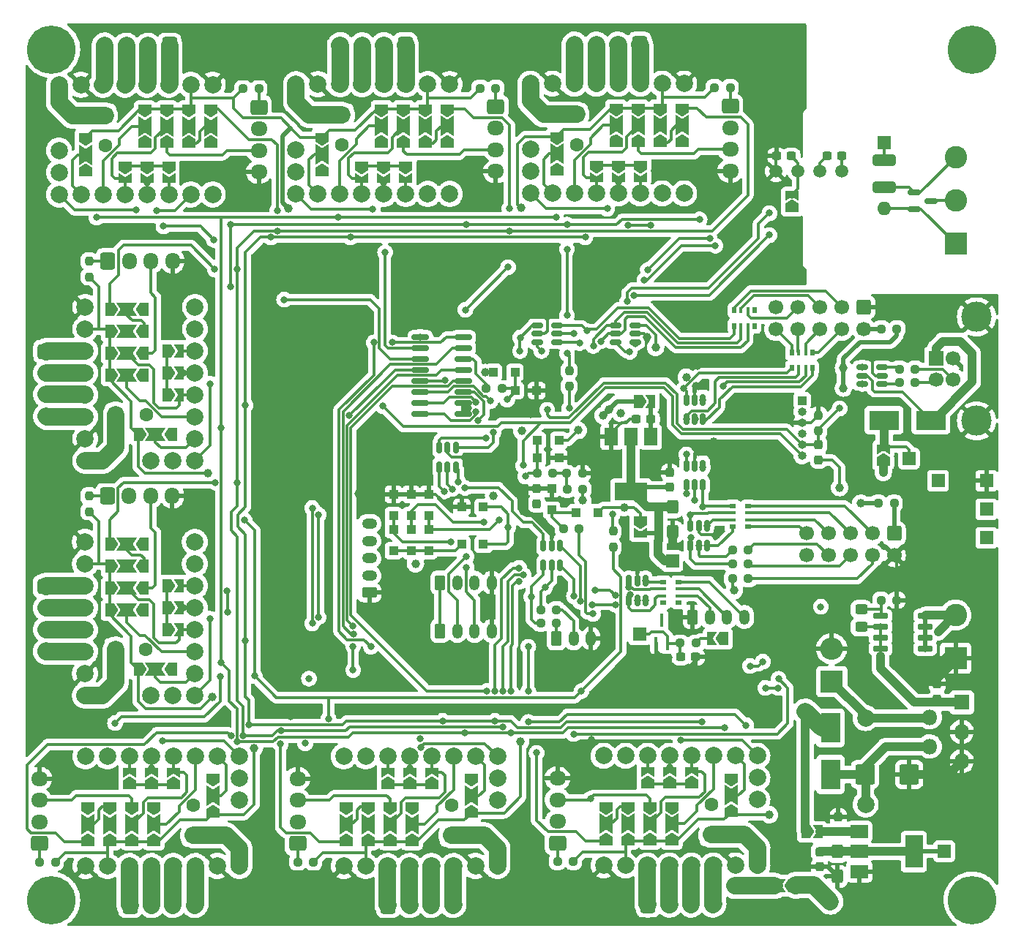
<source format=gbr>
%TF.GenerationSoftware,KiCad,Pcbnew,6.0.10*%
%TF.CreationDate,2023-01-16T16:43:20+03:00*%
%TF.ProjectId,multistepper,6d756c74-6973-4746-9570-7065722e6b69,rev?*%
%TF.SameCoordinates,Original*%
%TF.FileFunction,Copper,L4,Bot*%
%TF.FilePolarity,Positive*%
%FSLAX46Y46*%
G04 Gerber Fmt 4.6, Leading zero omitted, Abs format (unit mm)*
G04 Created by KiCad (PCBNEW 6.0.10) date 2023-01-16 16:43:20*
%MOMM*%
%LPD*%
G01*
G04 APERTURE LIST*
G04 Aperture macros list*
%AMRoundRect*
0 Rectangle with rounded corners*
0 $1 Rounding radius*
0 $2 $3 $4 $5 $6 $7 $8 $9 X,Y pos of 4 corners*
0 Add a 4 corners polygon primitive as box body*
4,1,4,$2,$3,$4,$5,$6,$7,$8,$9,$2,$3,0*
0 Add four circle primitives for the rounded corners*
1,1,$1+$1,$2,$3*
1,1,$1+$1,$4,$5*
1,1,$1+$1,$6,$7*
1,1,$1+$1,$8,$9*
0 Add four rect primitives between the rounded corners*
20,1,$1+$1,$2,$3,$4,$5,0*
20,1,$1+$1,$4,$5,$6,$7,0*
20,1,$1+$1,$6,$7,$8,$9,0*
20,1,$1+$1,$8,$9,$2,$3,0*%
%AMFreePoly0*
4,1,6,1.000000,0.000000,0.500000,-0.750000,-0.500000,-0.750000,-0.500000,0.750000,0.500000,0.750000,1.000000,0.000000,1.000000,0.000000,$1*%
%AMFreePoly1*
4,1,7,0.700000,0.000000,1.200000,-0.750000,-1.200000,-0.750000,-0.700000,0.000000,-1.200000,0.750000,1.200000,0.750000,0.700000,0.000000,0.700000,0.000000,$1*%
%AMFreePoly2*
4,1,6,0.500000,-0.750000,-0.650000,-0.750000,-0.150000,0.000000,-0.650000,0.750000,0.500000,0.750000,0.500000,-0.750000,0.500000,-0.750000,$1*%
G04 Aperture macros list end*
%TA.AperFunction,ComponentPad*%
%ADD10RoundRect,0.250000X0.600000X0.725000X-0.600000X0.725000X-0.600000X-0.725000X0.600000X-0.725000X0*%
%TD*%
%TA.AperFunction,ComponentPad*%
%ADD11O,1.700000X1.950000*%
%TD*%
%TA.AperFunction,ComponentPad*%
%ADD12RoundRect,0.250000X-0.725000X0.600000X-0.725000X-0.600000X0.725000X-0.600000X0.725000X0.600000X0*%
%TD*%
%TA.AperFunction,ComponentPad*%
%ADD13O,1.950000X1.700000*%
%TD*%
%TA.AperFunction,ComponentPad*%
%ADD14RoundRect,0.250000X0.625000X-0.350000X0.625000X0.350000X-0.625000X0.350000X-0.625000X-0.350000X0*%
%TD*%
%TA.AperFunction,ComponentPad*%
%ADD15O,1.750000X1.200000*%
%TD*%
%TA.AperFunction,ComponentPad*%
%ADD16RoundRect,0.250000X-0.600000X0.600000X-0.600000X-0.600000X0.600000X-0.600000X0.600000X0.600000X0*%
%TD*%
%TA.AperFunction,ComponentPad*%
%ADD17C,1.700000*%
%TD*%
%TA.AperFunction,ComponentPad*%
%ADD18RoundRect,0.250000X0.725000X-0.600000X0.725000X0.600000X-0.725000X0.600000X-0.725000X-0.600000X0*%
%TD*%
%TA.AperFunction,ComponentPad*%
%ADD19R,1.500000X1.500000*%
%TD*%
%TA.AperFunction,ComponentPad*%
%ADD20C,5.600000*%
%TD*%
%TA.AperFunction,ComponentPad*%
%ADD21R,1.600000X1.600000*%
%TD*%
%TA.AperFunction,ComponentPad*%
%ADD22O,1.600000X1.600000*%
%TD*%
%TA.AperFunction,ComponentPad*%
%ADD23C,1.600000*%
%TD*%
%TA.AperFunction,ComponentPad*%
%ADD24RoundRect,0.250000X-0.350000X-0.625000X0.350000X-0.625000X0.350000X0.625000X-0.350000X0.625000X0*%
%TD*%
%TA.AperFunction,ComponentPad*%
%ADD25O,1.200000X1.750000*%
%TD*%
%TA.AperFunction,ComponentPad*%
%ADD26RoundRect,0.250000X-0.600000X-0.725000X0.600000X-0.725000X0.600000X0.725000X-0.600000X0.725000X0*%
%TD*%
%TA.AperFunction,ComponentPad*%
%ADD27C,2.000000*%
%TD*%
%TA.AperFunction,ComponentPad*%
%ADD28R,2.600000X2.600000*%
%TD*%
%TA.AperFunction,ComponentPad*%
%ADD29C,2.600000*%
%TD*%
%TA.AperFunction,ComponentPad*%
%ADD30R,1.000000X1.000000*%
%TD*%
%TA.AperFunction,ComponentPad*%
%ADD31O,1.000000X1.000000*%
%TD*%
%TA.AperFunction,ComponentPad*%
%ADD32C,1.500000*%
%TD*%
%TA.AperFunction,ComponentPad*%
%ADD33O,2.600000X2.600000*%
%TD*%
%TA.AperFunction,ComponentPad*%
%ADD34R,1.800000X1.800000*%
%TD*%
%TA.AperFunction,ComponentPad*%
%ADD35O,1.800000X1.800000*%
%TD*%
%TA.AperFunction,ComponentPad*%
%ADD36R,1.700000X1.700000*%
%TD*%
%TA.AperFunction,ComponentPad*%
%ADD37C,3.500000*%
%TD*%
%TA.AperFunction,SMDPad,CuDef*%
%ADD38RoundRect,0.150000X-0.512500X-0.150000X0.512500X-0.150000X0.512500X0.150000X-0.512500X0.150000X0*%
%TD*%
%TA.AperFunction,SMDPad,CuDef*%
%ADD39FreePoly0,90.000000*%
%TD*%
%TA.AperFunction,SMDPad,CuDef*%
%ADD40FreePoly1,90.000000*%
%TD*%
%TA.AperFunction,SMDPad,CuDef*%
%ADD41FreePoly0,270.000000*%
%TD*%
%TA.AperFunction,SMDPad,CuDef*%
%ADD42FreePoly1,270.000000*%
%TD*%
%TA.AperFunction,SMDPad,CuDef*%
%ADD43FreePoly2,90.000000*%
%TD*%
%TA.AperFunction,SMDPad,CuDef*%
%ADD44FreePoly0,180.000000*%
%TD*%
%TA.AperFunction,SMDPad,CuDef*%
%ADD45FreePoly1,180.000000*%
%TD*%
%TA.AperFunction,SMDPad,CuDef*%
%ADD46FreePoly0,0.000000*%
%TD*%
%TA.AperFunction,SMDPad,CuDef*%
%ADD47FreePoly2,0.000000*%
%TD*%
%TA.AperFunction,SMDPad,CuDef*%
%ADD48RoundRect,0.237500X-0.250000X-0.237500X0.250000X-0.237500X0.250000X0.237500X-0.250000X0.237500X0*%
%TD*%
%TA.AperFunction,SMDPad,CuDef*%
%ADD49FreePoly2,270.000000*%
%TD*%
%TA.AperFunction,SMDPad,CuDef*%
%ADD50RoundRect,0.250000X-0.425000X0.537500X-0.425000X-0.537500X0.425000X-0.537500X0.425000X0.537500X0*%
%TD*%
%TA.AperFunction,SMDPad,CuDef*%
%ADD51R,1.000000X1.000000*%
%TD*%
%TA.AperFunction,SMDPad,CuDef*%
%ADD52R,0.500000X0.800000*%
%TD*%
%TA.AperFunction,SMDPad,CuDef*%
%ADD53R,0.400000X0.800000*%
%TD*%
%TA.AperFunction,SMDPad,CuDef*%
%ADD54R,0.800000X0.500000*%
%TD*%
%TA.AperFunction,SMDPad,CuDef*%
%ADD55R,0.800000X0.400000*%
%TD*%
%TA.AperFunction,SMDPad,CuDef*%
%ADD56RoundRect,0.150000X-0.587500X-0.150000X0.587500X-0.150000X0.587500X0.150000X-0.587500X0.150000X0*%
%TD*%
%TA.AperFunction,SMDPad,CuDef*%
%ADD57RoundRect,0.150000X-0.150000X0.512500X-0.150000X-0.512500X0.150000X-0.512500X0.150000X0.512500X0*%
%TD*%
%TA.AperFunction,SMDPad,CuDef*%
%ADD58RoundRect,0.237500X0.250000X0.237500X-0.250000X0.237500X-0.250000X-0.237500X0.250000X-0.237500X0*%
%TD*%
%TA.AperFunction,SMDPad,CuDef*%
%ADD59RoundRect,0.237500X-0.237500X0.300000X-0.237500X-0.300000X0.237500X-0.300000X0.237500X0.300000X0*%
%TD*%
%TA.AperFunction,SMDPad,CuDef*%
%ADD60RoundRect,0.150000X0.825000X0.150000X-0.825000X0.150000X-0.825000X-0.150000X0.825000X-0.150000X0*%
%TD*%
%TA.AperFunction,SMDPad,CuDef*%
%ADD61RoundRect,0.150000X0.512500X0.150000X-0.512500X0.150000X-0.512500X-0.150000X0.512500X-0.150000X0*%
%TD*%
%TA.AperFunction,SMDPad,CuDef*%
%ADD62RoundRect,0.237500X0.300000X0.237500X-0.300000X0.237500X-0.300000X-0.237500X0.300000X-0.237500X0*%
%TD*%
%TA.AperFunction,SMDPad,CuDef*%
%ADD63RoundRect,0.237500X0.237500X-0.250000X0.237500X0.250000X-0.237500X0.250000X-0.237500X-0.250000X0*%
%TD*%
%TA.AperFunction,SMDPad,CuDef*%
%ADD64RoundRect,0.250000X0.450000X-0.325000X0.450000X0.325000X-0.450000X0.325000X-0.450000X-0.325000X0*%
%TD*%
%TA.AperFunction,SMDPad,CuDef*%
%ADD65FreePoly2,180.000000*%
%TD*%
%TA.AperFunction,SMDPad,CuDef*%
%ADD66R,2.300000X3.500000*%
%TD*%
%TA.AperFunction,SMDPad,CuDef*%
%ADD67RoundRect,0.237500X0.237500X-0.300000X0.237500X0.300000X-0.237500X0.300000X-0.237500X-0.300000X0*%
%TD*%
%TA.AperFunction,SMDPad,CuDef*%
%ADD68R,2.000000X1.500000*%
%TD*%
%TA.AperFunction,SMDPad,CuDef*%
%ADD69R,2.000000X3.800000*%
%TD*%
%TA.AperFunction,SMDPad,CuDef*%
%ADD70R,3.500000X2.300000*%
%TD*%
%TA.AperFunction,SMDPad,CuDef*%
%ADD71RoundRect,0.237500X-0.300000X-0.237500X0.300000X-0.237500X0.300000X0.237500X-0.300000X0.237500X0*%
%TD*%
%TA.AperFunction,SMDPad,CuDef*%
%ADD72RoundRect,0.250000X-0.875000X-0.925000X0.875000X-0.925000X0.875000X0.925000X-0.875000X0.925000X0*%
%TD*%
%TA.AperFunction,SMDPad,CuDef*%
%ADD73RoundRect,0.237500X-0.237500X0.250000X-0.237500X-0.250000X0.237500X-0.250000X0.237500X0.250000X0*%
%TD*%
%TA.AperFunction,SMDPad,CuDef*%
%ADD74R,0.450000X1.500000*%
%TD*%
%TA.AperFunction,SMDPad,CuDef*%
%ADD75RoundRect,0.150000X-0.725000X-0.150000X0.725000X-0.150000X0.725000X0.150000X-0.725000X0.150000X0*%
%TD*%
%TA.AperFunction,SMDPad,CuDef*%
%ADD76R,1.500000X2.000000*%
%TD*%
%TA.AperFunction,SMDPad,CuDef*%
%ADD77R,3.800000X2.000000*%
%TD*%
%TA.AperFunction,SMDPad,CuDef*%
%ADD78RoundRect,0.250000X-1.075000X0.400000X-1.075000X-0.400000X1.075000X-0.400000X1.075000X0.400000X0*%
%TD*%
%TA.AperFunction,ViaPad*%
%ADD79C,1.000000*%
%TD*%
%TA.AperFunction,ViaPad*%
%ADD80C,0.800000*%
%TD*%
%TA.AperFunction,Conductor*%
%ADD81C,0.300000*%
%TD*%
%TA.AperFunction,Conductor*%
%ADD82C,0.500000*%
%TD*%
%TA.AperFunction,Conductor*%
%ADD83C,1.000000*%
%TD*%
%TA.AperFunction,Conductor*%
%ADD84C,2.000000*%
%TD*%
%TA.AperFunction,Conductor*%
%ADD85C,0.200000*%
%TD*%
G04 APERTURE END LIST*
D10*
%TO.P,J17,1,Pin_1*%
%TO.N,Net-(J17-Pad1)*%
X99921075Y-41501827D03*
D11*
%TO.P,J17,2,Pin_2*%
%TO.N,Net-(J17-Pad2)*%
X97421075Y-41501827D03*
%TO.P,J17,3,Pin_3*%
%TO.N,Net-(J17-Pad3)*%
X94921075Y-41501827D03*
%TO.P,J17,4,Pin_4*%
%TO.N,Net-(J17-Pad4)*%
X92421075Y-41501827D03*
%TD*%
D12*
%TO.P,J12,1,Pin_1*%
%TO.N,Net-(J12-Pad1)*%
X58374000Y-76974000D03*
D13*
%TO.P,J12,2,Pin_2*%
%TO.N,Net-(J12-Pad2)*%
X58374000Y-79474000D03*
%TO.P,J12,3,Pin_3*%
%TO.N,Net-(J12-Pad3)*%
X58374000Y-81974000D03*
%TO.P,J12,4,Pin_4*%
%TO.N,Net-(J12-Pad4)*%
X58374000Y-84474000D03*
%TD*%
D14*
%TO.P,J6,1,Pin_1*%
%TO.N,GND*%
X95758000Y-104902000D03*
D15*
%TO.P,J6,2,Pin_2*%
%TO.N,Net-(J6-Pad2)*%
X95758000Y-102902000D03*
%TO.P,J6,3,Pin_3*%
%TO.N,Net-(J6-Pad3)*%
X95758000Y-100902000D03*
%TO.P,J6,4,Pin_4*%
%TO.N,Net-(J6-Pad4)*%
X95758000Y-98902000D03*
%TO.P,J6,5,Pin_5*%
%TO.N,Net-(J6-Pad5)*%
X95758000Y-96902000D03*
%TD*%
D16*
%TO.P,J2,1,Pin_1*%
%TO.N,GND*%
X152958800Y-71840700D03*
D17*
%TO.P,J2,2,Pin_2*%
%TO.N,Net-(J2-Pad2)*%
X152958800Y-74380700D03*
%TO.P,J2,3,Pin_3*%
%TO.N,Net-(J2-Pad3)*%
X150418800Y-71840700D03*
%TO.P,J2,4,Pin_4*%
%TO.N,Net-(J2-Pad4)*%
X150418800Y-74380700D03*
%TO.P,J2,5,Pin_5*%
%TO.N,Net-(J2-Pad5)*%
X147878800Y-71840700D03*
%TO.P,J2,6,Pin_6*%
%TO.N,Net-(J2-Pad6)*%
X147878800Y-74380700D03*
%TO.P,J2,7,Pin_7*%
%TO.N,Net-(J2-Pad7)*%
X145338800Y-71840700D03*
%TO.P,J2,8,Pin_8*%
%TO.N,Net-(J2-Pad8)*%
X145338800Y-74380700D03*
%TO.P,J2,9,Pin_9*%
%TO.N,GND*%
X142798800Y-71840700D03*
%TO.P,J2,10,Pin_10*%
%TO.N,Net-(J2-Pad10)*%
X142798800Y-74380700D03*
%TD*%
D18*
%TO.P,J22,1,Pin_1*%
%TO.N,Net-(J22-Pad1)*%
X87466000Y-133934000D03*
D13*
%TO.P,J22,2,Pin_2*%
%TO.N,M5_L0*%
X87466000Y-131434000D03*
%TO.P,J22,3,Pin_3*%
%TO.N,M5_L1*%
X87466000Y-128934000D03*
%TO.P,J22,4,Pin_4*%
%TO.N,GND*%
X87466000Y-126434000D03*
%TD*%
D19*
%TO.P,TP7,1,1*%
%TO.N,+5V*%
X161544000Y-91948000D03*
%TD*%
D20*
%TO.P,H4,1*%
%TO.N,N/C*%
X165500000Y-140500000D03*
%TD*%
D21*
%TO.P,SW3,1*%
%TO.N,Net-(R18-Pad1)*%
X155295600Y-52832000D03*
D22*
%TO.P,SW3,2*%
%TO.N,/CANL*%
X155295600Y-60452000D03*
%TD*%
D21*
%TO.P,C24,1*%
%TO.N,/Motors/Vm*%
X105246000Y-132978000D03*
D23*
%TO.P,C24,2*%
%TO.N,GND*%
X105246000Y-129478000D03*
%TD*%
D24*
%TO.P,J5,1,Pin_1*%
%TO.N,Net-(J4-Pad1)*%
X103934000Y-103733600D03*
D25*
%TO.P,J5,2,Pin_2*%
%TO.N,ADC2*%
X105934000Y-103733600D03*
%TO.P,J5,3,Pin_3*%
%TO.N,ADC3*%
X107934000Y-103733600D03*
%TO.P,J5,4,Pin_4*%
%TO.N,GND*%
X109934000Y-103733600D03*
%TD*%
D26*
%TO.P,J11,1,Pin_1*%
%TO.N,Net-(J11-Pad1)*%
X65500000Y-66500000D03*
D11*
%TO.P,J11,2,Pin_2*%
%TO.N,M0_L0*%
X68000000Y-66500000D03*
%TO.P,J11,3,Pin_3*%
%TO.N,M0_L1*%
X70500000Y-66500000D03*
%TO.P,J11,4,Pin_4*%
%TO.N,GND*%
X73000000Y-66500000D03*
%TD*%
D27*
%TO.P,XX5,1,~{EN}*%
%TO.N,/Motors/stepper_M5/~{ENx}*%
X140640000Y-123774000D03*
%TO.P,XX5,2,MS1*%
%TO.N,/Motors/stepper_M5/MS1*%
X138100000Y-123774000D03*
%TO.P,XX5,3,MS2*%
%TO.N,/Motors/stepper_M5/MS2*%
X135560000Y-123774000D03*
%TO.P,XX5,4,SPREAD*%
%TO.N,/Motors/stepper_M5/SPR*%
X133020000Y-123774000D03*
%TO.P,XX5,5,PDN_UART*%
%TO.N,/Motors/stepper_M5/U*%
X130480000Y-123774000D03*
%TO.P,XX5,6,CLK*%
%TO.N,/Motors/stepper_M5/CLK*%
X127940000Y-123774000D03*
%TO.P,XX5,7,STEP*%
%TO.N,/Motors/stepper_M5/STEPx*%
X125400000Y-123774000D03*
%TO.P,XX5,8,DIR*%
%TO.N,/Motors/stepper_M5/DIRx*%
X122860000Y-123774000D03*
%TO.P,XX5,9,GND*%
%TO.N,GND*%
X122860000Y-136474000D03*
%TO.P,XX5,10,VIO*%
%TO.N,Vio*%
X125400000Y-136474000D03*
%TO.P,XX5,11,M1B*%
%TO.N,Net-(J21-Pad1)*%
X127940000Y-136474000D03*
%TO.P,XX5,12,M1A*%
%TO.N,Net-(J21-Pad2)*%
X130480000Y-136474000D03*
%TO.P,XX5,13,M2A*%
%TO.N,Net-(J21-Pad3)*%
X133020000Y-136474000D03*
%TO.P,XX5,14,M2B*%
%TO.N,Net-(J21-Pad4)*%
X135560000Y-136474000D03*
%TO.P,XX5,15,GND*%
%TO.N,GND*%
X138100000Y-136474000D03*
%TO.P,XX5,16,Vmot*%
%TO.N,/Motors/Vm*%
X140640000Y-136474000D03*
%TO.P,XX5,17,DIAG*%
%TO.N,/Motors/DIAG4*%
X140640000Y-126314000D03*
%TO.P,XX5,18,INDEX*%
%TO.N,unconnected-(XX5-Pad18)*%
X140640000Y-128854000D03*
%TD*%
D24*
%TO.P,J13,1,Pin_1*%
%TO.N,Net-(J13-Pad1)*%
X117380000Y-110194000D03*
D25*
%TO.P,J13,2,Pin_2*%
%TO.N,Net-(J13-Pad2)*%
X119380000Y-110194000D03*
%TO.P,J13,3,Pin_3*%
%TO.N,GND*%
X121380000Y-110194000D03*
%TD*%
D27*
%TO.P,XX8,1,~{EN}*%
%TO.N,/Motors/stepper_M8/~{ENx}*%
X75572000Y-116801600D03*
%TO.P,XX8,2,MS1*%
%TO.N,/Motors/stepper_M8/MS1*%
X75572000Y-114261600D03*
%TO.P,XX8,3,MS2*%
%TO.N,/Motors/stepper_M8/MS2*%
X75572000Y-111721600D03*
%TO.P,XX8,4,SPREAD*%
%TO.N,/Motors/stepper_M8/SPR*%
X75572000Y-109181600D03*
%TO.P,XX8,5,PDN_UART*%
%TO.N,/Motors/stepper_M8/U*%
X75572000Y-106641600D03*
%TO.P,XX8,6,CLK*%
%TO.N,/Motors/stepper_M8/CLK*%
X75572000Y-104101600D03*
%TO.P,XX8,7,STEP*%
%TO.N,/Motors/stepper_M8/STEPx*%
X75572000Y-101561600D03*
%TO.P,XX8,8,DIR*%
%TO.N,/Motors/stepper_M8/DIRx*%
X75572000Y-99021600D03*
%TO.P,XX8,9,GND*%
%TO.N,GND*%
X62872000Y-99021600D03*
%TO.P,XX8,10,VIO*%
%TO.N,Vio*%
X62872000Y-101561600D03*
%TO.P,XX8,11,M1B*%
%TO.N,Net-(J27-Pad1)*%
X62872000Y-104101600D03*
%TO.P,XX8,12,M1A*%
%TO.N,Net-(J27-Pad2)*%
X62872000Y-106641600D03*
%TO.P,XX8,13,M2A*%
%TO.N,Net-(J27-Pad3)*%
X62872000Y-109181600D03*
%TO.P,XX8,14,M2B*%
%TO.N,Net-(J27-Pad4)*%
X62872000Y-111721600D03*
%TO.P,XX8,15,GND*%
%TO.N,GND*%
X62872000Y-114261600D03*
%TO.P,XX8,16,Vmot*%
%TO.N,/Motors/Vm*%
X62872000Y-116801600D03*
%TO.P,XX8,17,DIAG*%
%TO.N,/Motors/DIAG7*%
X73032000Y-116801600D03*
%TO.P,XX8,18,INDEX*%
%TO.N,unconnected-(XX8-Pad18)*%
X70492000Y-116801600D03*
%TD*%
%TO.P,XX3,1,~{EN}*%
%TO.N,/Motors/stepper_M3/~{ENx}*%
X87281075Y-58727827D03*
%TO.P,XX3,2,MS1*%
%TO.N,/Motors/stepper_M3/MS1*%
X89821075Y-58727827D03*
%TO.P,XX3,3,MS2*%
%TO.N,/Motors/stepper_M3/MS2*%
X92361075Y-58727827D03*
%TO.P,XX3,4,SPREAD*%
%TO.N,/Motors/stepper_M3/SPR*%
X94901075Y-58727827D03*
%TO.P,XX3,5,PDN_UART*%
%TO.N,/Motors/stepper_M3/U*%
X97441075Y-58727827D03*
%TO.P,XX3,6,CLK*%
%TO.N,/Motors/stepper_M3/CLK*%
X99981075Y-58727827D03*
%TO.P,XX3,7,STEP*%
%TO.N,/Motors/stepper_M3/STEPx*%
X102521075Y-58727827D03*
%TO.P,XX3,8,DIR*%
%TO.N,/Motors/stepper_M3/DIRx*%
X105061075Y-58727827D03*
%TO.P,XX3,9,GND*%
%TO.N,GND*%
X105061075Y-46027827D03*
%TO.P,XX3,10,VIO*%
%TO.N,Vio*%
X102521075Y-46027827D03*
%TO.P,XX3,11,M1B*%
%TO.N,Net-(J17-Pad1)*%
X99981075Y-46027827D03*
%TO.P,XX3,12,M1A*%
%TO.N,Net-(J17-Pad2)*%
X97441075Y-46027827D03*
%TO.P,XX3,13,M2A*%
%TO.N,Net-(J17-Pad3)*%
X94901075Y-46027827D03*
%TO.P,XX3,14,M2B*%
%TO.N,Net-(J17-Pad4)*%
X92361075Y-46027827D03*
%TO.P,XX3,15,GND*%
%TO.N,GND*%
X89821075Y-46027827D03*
%TO.P,XX3,16,Vmot*%
%TO.N,/Motors/Vm*%
X87281075Y-46027827D03*
%TO.P,XX3,17,DIAG*%
%TO.N,/Motors/DIAG2*%
X87281075Y-56187827D03*
%TO.P,XX3,18,INDEX*%
%TO.N,unconnected-(XX3-Pad18)*%
X87281075Y-53647827D03*
%TD*%
D28*
%TO.P,J10,1,Pin_1*%
%TO.N,GND*%
X163576000Y-112482000D03*
D29*
%TO.P,J10,2,Pin_2*%
%TO.N,Net-(J10-Pad2)*%
X163576000Y-107482000D03*
%TD*%
D16*
%TO.P,J3,1,Pin_1*%
%TO.N,Net-(J3-Pad1)*%
X156464000Y-98044000D03*
D17*
%TO.P,J3,2,Pin_2*%
%TO.N,GND*%
X156464000Y-100584000D03*
%TO.P,J3,3,Pin_3*%
%TO.N,Net-(J3-Pad3)*%
X153924000Y-98044000D03*
%TO.P,J3,4,Pin_4*%
%TO.N,Net-(J3-Pad4)*%
X153924000Y-100584000D03*
%TO.P,J3,5,Pin_5*%
%TO.N,Net-(J3-Pad5)*%
X151384000Y-98044000D03*
%TO.P,J3,6,Pin_6*%
%TO.N,Net-(J3-Pad6)*%
X151384000Y-100584000D03*
%TO.P,J3,7,Pin_7*%
%TO.N,Net-(J3-Pad7)*%
X148844000Y-98044000D03*
%TO.P,J3,8,Pin_8*%
%TO.N,Net-(J3-Pad8)*%
X148844000Y-100584000D03*
%TO.P,J3,9,Pin_9*%
%TO.N,Net-(J3-Pad9)*%
X146304000Y-98044000D03*
%TO.P,J3,10,Pin_10*%
%TO.N,GND*%
X146304000Y-100584000D03*
%TD*%
D19*
%TO.P,TP3,1,1*%
%TO.N,GND*%
X167132000Y-91948000D03*
%TD*%
D30*
%TO.P,J1,1,Pin_1*%
%TO.N,/MCU base/SWCLK*%
X145821000Y-82677000D03*
D31*
%TO.P,J1,2,Pin_2*%
%TO.N,/MCU base/SWDIO*%
X145821000Y-83947000D03*
%TO.P,J1,3,Pin_3*%
%TO.N,GND*%
X145821000Y-85217000D03*
%TO.P,J1,4,Pin_4*%
%TO.N,Net-(J1-Pad4)*%
X145821000Y-86487000D03*
%TO.P,J1,5,Pin_5*%
%TO.N,/MCU base/BOOT0*%
X145821000Y-87757000D03*
%TO.P,J1,6,Pin_6*%
%TO.N,/MCU base/NRST*%
X145821000Y-89027000D03*
%TD*%
D18*
%TO.P,J24,1,Pin_1*%
%TO.N,Net-(J24-Pad1)*%
X57604925Y-133934000D03*
D13*
%TO.P,J24,2,Pin_2*%
%TO.N,M6_L0*%
X57604925Y-131434000D03*
%TO.P,J24,3,Pin_3*%
%TO.N,M6_L1*%
X57604925Y-128934000D03*
%TO.P,J24,4,Pin_4*%
%TO.N,GND*%
X57604925Y-126434000D03*
%TD*%
D20*
%TO.P,H1,1*%
%TO.N,N/C*%
X59000000Y-42000000D03*
%TD*%
D21*
%TO.P,C23,1*%
%TO.N,/Motors/Vm*%
X135306000Y-132918000D03*
D23*
%TO.P,C23,2*%
%TO.N,GND*%
X135306000Y-129418000D03*
%TD*%
D10*
%TO.P,J19,1,Pin_1*%
%TO.N,Net-(J19-Pad1)*%
X127026450Y-41440000D03*
D11*
%TO.P,J19,2,Pin_2*%
%TO.N,Net-(J19-Pad2)*%
X124526450Y-41440000D03*
%TO.P,J19,3,Pin_3*%
%TO.N,Net-(J19-Pad3)*%
X122026450Y-41440000D03*
%TO.P,J19,4,Pin_4*%
%TO.N,Net-(J19-Pad4)*%
X119526450Y-41440000D03*
%TD*%
D19*
%TO.P,TP2,1,1*%
%TO.N,Vdrive*%
X167132000Y-95250000D03*
%TD*%
D12*
%TO.P,J14,1,Pin_1*%
%TO.N,Net-(J14-Pad1)*%
X82974000Y-48689654D03*
D13*
%TO.P,J14,2,Pin_2*%
%TO.N,M1_L0*%
X82974000Y-51189654D03*
%TO.P,J14,3,Pin_3*%
%TO.N,M1_L1*%
X82974000Y-53689654D03*
%TO.P,J14,4,Pin_4*%
%TO.N,GND*%
X82974000Y-56189654D03*
%TD*%
D20*
%TO.P,H3,1*%
%TO.N,N/C*%
X59000000Y-140500000D03*
%TD*%
D26*
%TO.P,J23,1,Pin_1*%
%TO.N,Net-(J23-Pad1)*%
X97940000Y-141060000D03*
D11*
%TO.P,J23,2,Pin_2*%
%TO.N,Net-(J23-Pad2)*%
X100440000Y-141060000D03*
%TO.P,J23,3,Pin_3*%
%TO.N,Net-(J23-Pad3)*%
X102940000Y-141060000D03*
%TO.P,J23,4,Pin_4*%
%TO.N,Net-(J23-Pad4)*%
X105440000Y-141060000D03*
%TD*%
D26*
%TO.P,J25,1,Pin_1*%
%TO.N,Net-(J25-Pad1)*%
X68078925Y-141060000D03*
D11*
%TO.P,J25,2,Pin_2*%
%TO.N,Net-(J25-Pad2)*%
X70578925Y-141060000D03*
%TO.P,J25,3,Pin_3*%
%TO.N,Net-(J25-Pad3)*%
X73078925Y-141060000D03*
%TO.P,J25,4,Pin_4*%
%TO.N,Net-(J25-Pad4)*%
X75578925Y-141060000D03*
%TD*%
D27*
%TO.P,XX4,1,~{EN}*%
%TO.N,/Motors/stepper_M4/~{ENx}*%
X114386450Y-58666000D03*
%TO.P,XX4,2,MS1*%
%TO.N,/Motors/stepper_M4/MS1*%
X116926450Y-58666000D03*
%TO.P,XX4,3,MS2*%
%TO.N,/Motors/stepper_M4/MS2*%
X119466450Y-58666000D03*
%TO.P,XX4,4,SPREAD*%
%TO.N,/Motors/stepper_M4/SPR*%
X122006450Y-58666000D03*
%TO.P,XX4,5,PDN_UART*%
%TO.N,/Motors/stepper_M4/U*%
X124546450Y-58666000D03*
%TO.P,XX4,6,CLK*%
%TO.N,/Motors/stepper_M4/CLK*%
X127086450Y-58666000D03*
%TO.P,XX4,7,STEP*%
%TO.N,/Motors/stepper_M4/STEPx*%
X129626450Y-58666000D03*
%TO.P,XX4,8,DIR*%
%TO.N,/Motors/stepper_M4/DIRx*%
X132166450Y-58666000D03*
%TO.P,XX4,9,GND*%
%TO.N,GND*%
X132166450Y-45966000D03*
%TO.P,XX4,10,VIO*%
%TO.N,Vio*%
X129626450Y-45966000D03*
%TO.P,XX4,11,M1B*%
%TO.N,Net-(J19-Pad1)*%
X127086450Y-45966000D03*
%TO.P,XX4,12,M1A*%
%TO.N,Net-(J19-Pad2)*%
X124546450Y-45966000D03*
%TO.P,XX4,13,M2A*%
%TO.N,Net-(J19-Pad3)*%
X122006450Y-45966000D03*
%TO.P,XX4,14,M2B*%
%TO.N,Net-(J19-Pad4)*%
X119466450Y-45966000D03*
%TO.P,XX4,15,GND*%
%TO.N,GND*%
X116926450Y-45966000D03*
%TO.P,XX4,16,Vmot*%
%TO.N,/Motors/Vm*%
X114386450Y-45966000D03*
%TO.P,XX4,17,DIAG*%
%TO.N,/Motors/DIAG3*%
X114386450Y-56126000D03*
%TO.P,XX4,18,INDEX*%
%TO.N,unconnected-(XX4-Pad18)*%
X114386450Y-53586000D03*
%TD*%
D20*
%TO.P,H2,1*%
%TO.N,N/C*%
X165500000Y-42000000D03*
%TD*%
D26*
%TO.P,J21,1,Pin_1*%
%TO.N,Net-(J21-Pad1)*%
X128000000Y-141000000D03*
D11*
%TO.P,J21,2,Pin_2*%
%TO.N,Net-(J21-Pad2)*%
X130500000Y-141000000D03*
%TO.P,J21,3,Pin_3*%
%TO.N,Net-(J21-Pad3)*%
X133000000Y-141000000D03*
%TO.P,J21,4,Pin_4*%
%TO.N,Net-(J21-Pad4)*%
X135500000Y-141000000D03*
%TD*%
D21*
%TO.P,C21,1*%
%TO.N,/Motors/Vm*%
X92615075Y-49583827D03*
D23*
%TO.P,C21,2*%
%TO.N,GND*%
X92615075Y-53083827D03*
%TD*%
D21*
%TO.P,C22,1*%
%TO.N,/Motors/Vm*%
X119720450Y-49522000D03*
D23*
%TO.P,C22,2*%
%TO.N,GND*%
X119720450Y-53022000D03*
%TD*%
D12*
%TO.P,J18,1,Pin_1*%
%TO.N,Net-(J18-Pad1)*%
X137500450Y-48566000D03*
D13*
%TO.P,J18,2,Pin_2*%
%TO.N,M3_L0*%
X137500450Y-51066000D03*
%TO.P,J18,3,Pin_3*%
%TO.N,M3_L1*%
X137500450Y-53566000D03*
%TO.P,J18,4,Pin_4*%
%TO.N,GND*%
X137500450Y-56066000D03*
%TD*%
D32*
%TO.P,Q1,1,GND*%
%TO.N,GND*%
X142798800Y-56083200D03*
%TO.P,Q1,2,Vin*%
%TO.N,Net-(C10-Pad1)*%
X145338800Y-56083200D03*
%TO.P,Q1,3,0V*%
%TO.N,Earth*%
X147878800Y-56083200D03*
%TO.P,Q1,4,+Vo*%
%TO.N,Net-(C11-Pad1)*%
X150418800Y-56083200D03*
%TD*%
D27*
%TO.P,XX6,1,~{EN}*%
%TO.N,/Motors/stepper_M6/~{ENx}*%
X110580000Y-123834000D03*
%TO.P,XX6,2,MS1*%
%TO.N,/Motors/stepper_M6/MS1*%
X108040000Y-123834000D03*
%TO.P,XX6,3,MS2*%
%TO.N,/Motors/stepper_M6/MS2*%
X105500000Y-123834000D03*
%TO.P,XX6,4,SPREAD*%
%TO.N,/Motors/stepper_M6/SPR*%
X102960000Y-123834000D03*
%TO.P,XX6,5,PDN_UART*%
%TO.N,/Motors/stepper_M6/U*%
X100420000Y-123834000D03*
%TO.P,XX6,6,CLK*%
%TO.N,/Motors/stepper_M6/CLK*%
X97880000Y-123834000D03*
%TO.P,XX6,7,STEP*%
%TO.N,/Motors/stepper_M6/STEPx*%
X95340000Y-123834000D03*
%TO.P,XX6,8,DIR*%
%TO.N,/Motors/stepper_M6/DIRx*%
X92800000Y-123834000D03*
%TO.P,XX6,9,GND*%
%TO.N,GND*%
X92800000Y-136534000D03*
%TO.P,XX6,10,VIO*%
%TO.N,Vio*%
X95340000Y-136534000D03*
%TO.P,XX6,11,M1B*%
%TO.N,Net-(J23-Pad1)*%
X97880000Y-136534000D03*
%TO.P,XX6,12,M1A*%
%TO.N,Net-(J23-Pad2)*%
X100420000Y-136534000D03*
%TO.P,XX6,13,M2A*%
%TO.N,Net-(J23-Pad3)*%
X102960000Y-136534000D03*
%TO.P,XX6,14,M2B*%
%TO.N,Net-(J23-Pad4)*%
X105500000Y-136534000D03*
%TO.P,XX6,15,GND*%
%TO.N,GND*%
X108040000Y-136534000D03*
%TO.P,XX6,16,Vmot*%
%TO.N,/Motors/Vm*%
X110580000Y-136534000D03*
%TO.P,XX6,17,DIAG*%
%TO.N,/Motors/DIAG5*%
X110580000Y-126374000D03*
%TO.P,XX6,18,INDEX*%
%TO.N,unconnected-(XX6-Pad18)*%
X110580000Y-128914000D03*
%TD*%
D28*
%TO.P,D26,1,K*%
%TO.N,Net-(D26-Pad1)*%
X149250400Y-115194400D03*
D33*
%TO.P,D26,2,A*%
%TO.N,GND*%
X149250400Y-111384400D03*
%TD*%
D19*
%TO.P,TP6,1,1*%
%TO.N,+3.3VADC*%
X127000000Y-109728000D03*
%TD*%
D21*
%TO.P,C19,1*%
%TO.N,/Motors/Vm*%
X66456000Y-84280000D03*
D23*
%TO.P,C19,2*%
%TO.N,GND*%
X69956000Y-84280000D03*
%TD*%
D34*
%TO.P,U5,1,VIN*%
%TO.N,Vdrive*%
X164287200Y-117602000D03*
D35*
%TO.P,U5,2,VOUT*%
%TO.N,Net-(D26-Pad1)*%
X160587200Y-119302000D03*
%TO.P,U5,3,GND*%
%TO.N,GND*%
X164287200Y-121002000D03*
%TO.P,U5,4,FB*%
%TO.N,Net-(C17-Pad1)*%
X160587200Y-122702000D03*
%TO.P,U5,5,ON/OFF*%
%TO.N,GND*%
X164287200Y-124402000D03*
%TD*%
D12*
%TO.P,J27,1,Pin_1*%
%TO.N,Net-(J27-Pad1)*%
X58346000Y-104161600D03*
D13*
%TO.P,J27,2,Pin_2*%
%TO.N,Net-(J27-Pad2)*%
X58346000Y-106661600D03*
%TO.P,J27,3,Pin_3*%
%TO.N,Net-(J27-Pad3)*%
X58346000Y-109161600D03*
%TO.P,J27,4,Pin_4*%
%TO.N,Net-(J27-Pad4)*%
X58346000Y-111661600D03*
%TD*%
D24*
%TO.P,J7,1,Pin_1*%
%TO.N,GND*%
X133144000Y-107704800D03*
D25*
%TO.P,J7,2,Pin_2*%
%TO.N,Net-(J7-Pad2)*%
X135144000Y-107704800D03*
%TO.P,J7,3,Pin_3*%
%TO.N,Net-(J7-Pad3)*%
X137144000Y-107704800D03*
%TO.P,J7,4,Pin_4*%
%TO.N,Net-(J7-Pad4)*%
X139144000Y-107704800D03*
%TD*%
D19*
%TO.P,TP4,1,1*%
%TO.N,Net-(C17-Pad1)*%
X167132000Y-98552000D03*
%TD*%
D10*
%TO.P,J15,1,Pin_1*%
%TO.N,Net-(J15-Pad1)*%
X72644000Y-41563654D03*
D11*
%TO.P,J15,2,Pin_2*%
%TO.N,Net-(J15-Pad2)*%
X70144000Y-41563654D03*
%TO.P,J15,3,Pin_3*%
%TO.N,Net-(J15-Pad3)*%
X67644000Y-41563654D03*
%TO.P,J15,4,Pin_4*%
%TO.N,Net-(J15-Pad4)*%
X65144000Y-41563654D03*
%TD*%
D27*
%TO.P,L1,1,1*%
%TO.N,Net-(C17-Pad1)*%
X153162000Y-129409200D03*
%TO.P,L1,2,2*%
%TO.N,Net-(D26-Pad1)*%
X153162000Y-119409200D03*
%TD*%
D21*
%TO.P,C20,1*%
%TO.N,/Motors/Vm*%
X65194000Y-49645654D03*
D23*
%TO.P,C20,2*%
%TO.N,GND*%
X65194000Y-53145654D03*
%TD*%
D27*
%TO.P,XX2,1,~{EN}*%
%TO.N,/Motors/stepper_M2/~{ENx}*%
X59860000Y-58789654D03*
%TO.P,XX2,2,MS1*%
%TO.N,/Motors/stepper_M2/MS1*%
X62400000Y-58789654D03*
%TO.P,XX2,3,MS2*%
%TO.N,/Motors/stepper_M2/MS2*%
X64940000Y-58789654D03*
%TO.P,XX2,4,SPREAD*%
%TO.N,/Motors/stepper_M2/SPR*%
X67480000Y-58789654D03*
%TO.P,XX2,5,PDN_UART*%
%TO.N,/Motors/stepper_M2/U*%
X70020000Y-58789654D03*
%TO.P,XX2,6,CLK*%
%TO.N,/Motors/stepper_M2/CLK*%
X72560000Y-58789654D03*
%TO.P,XX2,7,STEP*%
%TO.N,/Motors/stepper_M2/STEPx*%
X75100000Y-58789654D03*
%TO.P,XX2,8,DIR*%
%TO.N,/Motors/stepper_M2/DIRx*%
X77640000Y-58789654D03*
%TO.P,XX2,9,GND*%
%TO.N,GND*%
X77640000Y-46089654D03*
%TO.P,XX2,10,VIO*%
%TO.N,Vio*%
X75100000Y-46089654D03*
%TO.P,XX2,11,M1B*%
%TO.N,Net-(J15-Pad1)*%
X72560000Y-46089654D03*
%TO.P,XX2,12,M1A*%
%TO.N,Net-(J15-Pad2)*%
X70020000Y-46089654D03*
%TO.P,XX2,13,M2A*%
%TO.N,Net-(J15-Pad3)*%
X67480000Y-46089654D03*
%TO.P,XX2,14,M2B*%
%TO.N,Net-(J15-Pad4)*%
X64940000Y-46089654D03*
%TO.P,XX2,15,GND*%
%TO.N,GND*%
X62400000Y-46089654D03*
%TO.P,XX2,16,Vmot*%
%TO.N,/Motors/Vm*%
X59860000Y-46089654D03*
%TO.P,XX2,17,DIAG*%
%TO.N,/Motors/DIAG1*%
X59860000Y-56249654D03*
%TO.P,XX2,18,INDEX*%
%TO.N,unconnected-(XX2-Pad18)*%
X59860000Y-53709654D03*
%TD*%
D28*
%TO.P,J9,1,Pin_1*%
%TO.N,/CANL*%
X163576000Y-64516000D03*
D29*
%TO.P,J9,2,Pin_2*%
%TO.N,Earth*%
X163576000Y-59516000D03*
%TO.P,J9,3,Pin_3*%
%TO.N,/CANH*%
X163576000Y-54516000D03*
%TD*%
D21*
%TO.P,C25,1*%
%TO.N,/Motors/Vm*%
X75384925Y-132978000D03*
D23*
%TO.P,C25,2*%
%TO.N,GND*%
X75384925Y-129478000D03*
%TD*%
D27*
%TO.P,XX7,1,~{EN}*%
%TO.N,/Motors/stepper_M7/~{ENx}*%
X80718925Y-123834000D03*
%TO.P,XX7,2,MS1*%
%TO.N,/Motors/stepper_M7/MS1*%
X78178925Y-123834000D03*
%TO.P,XX7,3,MS2*%
%TO.N,/Motors/stepper_M7/MS2*%
X75638925Y-123834000D03*
%TO.P,XX7,4,SPREAD*%
%TO.N,/Motors/stepper_M7/SPR*%
X73098925Y-123834000D03*
%TO.P,XX7,5,PDN_UART*%
%TO.N,/Motors/stepper_M7/U*%
X70558925Y-123834000D03*
%TO.P,XX7,6,CLK*%
%TO.N,/Motors/stepper_M7/CLK*%
X68018925Y-123834000D03*
%TO.P,XX7,7,STEP*%
%TO.N,/Motors/stepper_M7/STEPx*%
X65478925Y-123834000D03*
%TO.P,XX7,8,DIR*%
%TO.N,/Motors/stepper_M7/DIRx*%
X62938925Y-123834000D03*
%TO.P,XX7,9,GND*%
%TO.N,GND*%
X62938925Y-136534000D03*
%TO.P,XX7,10,VIO*%
%TO.N,Vio*%
X65478925Y-136534000D03*
%TO.P,XX7,11,M1B*%
%TO.N,Net-(J25-Pad1)*%
X68018925Y-136534000D03*
%TO.P,XX7,12,M1A*%
%TO.N,Net-(J25-Pad2)*%
X70558925Y-136534000D03*
%TO.P,XX7,13,M2A*%
%TO.N,Net-(J25-Pad3)*%
X73098925Y-136534000D03*
%TO.P,XX7,14,M2B*%
%TO.N,Net-(J25-Pad4)*%
X75638925Y-136534000D03*
%TO.P,XX7,15,GND*%
%TO.N,GND*%
X78178925Y-136534000D03*
%TO.P,XX7,16,Vmot*%
%TO.N,/Motors/Vm*%
X80718925Y-136534000D03*
%TO.P,XX7,17,DIAG*%
%TO.N,/Motors/DIAG6*%
X80718925Y-126374000D03*
%TO.P,XX7,18,INDEX*%
%TO.N,unconnected-(XX7-Pad18)*%
X80718925Y-128914000D03*
%TD*%
D26*
%TO.P,J26,1,Pin_1*%
%TO.N,Net-(J26-Pad1)*%
X65472000Y-93687600D03*
D11*
%TO.P,J26,2,Pin_2*%
%TO.N,M7_L0*%
X67972000Y-93687600D03*
%TO.P,J26,3,Pin_3*%
%TO.N,M7_L1*%
X70472000Y-93687600D03*
%TO.P,J26,4,Pin_4*%
%TO.N,GND*%
X72972000Y-93687600D03*
%TD*%
D24*
%TO.P,J4,1,Pin_1*%
%TO.N,Net-(J4-Pad1)*%
X103934000Y-109321600D03*
D25*
%TO.P,J4,2,Pin_2*%
%TO.N,ADC0*%
X105934000Y-109321600D03*
%TO.P,J4,3,Pin_3*%
%TO.N,ADC1*%
X107934000Y-109321600D03*
%TO.P,J4,4,Pin_4*%
%TO.N,GND*%
X109934000Y-109321600D03*
%TD*%
D18*
%TO.P,J20,1,Pin_1*%
%TO.N,Net-(J20-Pad1)*%
X117526000Y-133874000D03*
D13*
%TO.P,J20,2,Pin_2*%
%TO.N,M4_L0*%
X117526000Y-131374000D03*
%TO.P,J20,3,Pin_3*%
%TO.N,M4_L1*%
X117526000Y-128874000D03*
%TO.P,J20,4,Pin_4*%
%TO.N,GND*%
X117526000Y-126374000D03*
%TD*%
D12*
%TO.P,J16,1,Pin_1*%
%TO.N,Net-(J16-Pad1)*%
X110395075Y-48627827D03*
D13*
%TO.P,J16,2,Pin_2*%
%TO.N,M2_L0*%
X110395075Y-51127827D03*
%TO.P,J16,3,Pin_3*%
%TO.N,M2_L1*%
X110395075Y-53627827D03*
%TO.P,J16,4,Pin_4*%
%TO.N,GND*%
X110395075Y-56127827D03*
%TD*%
D19*
%TO.P,TP8,1,1*%
%TO.N,Vio*%
X162255200Y-134823200D03*
%TD*%
%TO.P,TP5,1,1*%
%TO.N,+3V3*%
X130810000Y-101244400D03*
%TD*%
D21*
%TO.P,C26,1*%
%TO.N,/Motors/Vm*%
X66428000Y-111467600D03*
D23*
%TO.P,C26,2*%
%TO.N,GND*%
X69928000Y-111467600D03*
%TD*%
D27*
%TO.P,XX1,1,~{EN}*%
%TO.N,/Motors/stepper_M1/~{ENx}*%
X75600000Y-89614000D03*
%TO.P,XX1,2,MS1*%
%TO.N,/Motors/stepper_M1/MS1*%
X75600000Y-87074000D03*
%TO.P,XX1,3,MS2*%
%TO.N,/Motors/stepper_M1/MS2*%
X75600000Y-84534000D03*
%TO.P,XX1,4,SPREAD*%
%TO.N,/Motors/stepper_M1/SPR*%
X75600000Y-81994000D03*
%TO.P,XX1,5,PDN_UART*%
%TO.N,/Motors/stepper_M1/U*%
X75600000Y-79454000D03*
%TO.P,XX1,6,CLK*%
%TO.N,/Motors/stepper_M1/CLK*%
X75600000Y-76914000D03*
%TO.P,XX1,7,STEP*%
%TO.N,/Motors/stepper_M1/STEPx*%
X75600000Y-74374000D03*
%TO.P,XX1,8,DIR*%
%TO.N,/Motors/stepper_M1/DIRx*%
X75600000Y-71834000D03*
%TO.P,XX1,9,GND*%
%TO.N,GND*%
X62900000Y-71834000D03*
%TO.P,XX1,10,VIO*%
%TO.N,Vio*%
X62900000Y-74374000D03*
%TO.P,XX1,11,M1B*%
%TO.N,Net-(J12-Pad1)*%
X62900000Y-76914000D03*
%TO.P,XX1,12,M1A*%
%TO.N,Net-(J12-Pad2)*%
X62900000Y-79454000D03*
%TO.P,XX1,13,M2A*%
%TO.N,Net-(J12-Pad3)*%
X62900000Y-81994000D03*
%TO.P,XX1,14,M2B*%
%TO.N,Net-(J12-Pad4)*%
X62900000Y-84534000D03*
%TO.P,XX1,15,GND*%
%TO.N,GND*%
X62900000Y-87074000D03*
%TO.P,XX1,16,Vmot*%
%TO.N,/Motors/Vm*%
X62900000Y-89614000D03*
%TO.P,XX1,17,DIAG*%
%TO.N,/Motors/DIAG0*%
X73060000Y-89614000D03*
%TO.P,XX1,18,INDEX*%
%TO.N,unconnected-(XX1-Pad18)*%
X70520000Y-89614000D03*
%TD*%
D36*
%TO.P,J8,1,VBUS*%
%TO.N,/VB*%
X161290000Y-77730000D03*
D17*
%TO.P,J8,2,D-*%
%TO.N,Net-(J8-Pad2)*%
X161290000Y-80230000D03*
%TO.P,J8,3,D+*%
%TO.N,Net-(J8-Pad3)*%
X163290000Y-80230000D03*
%TO.P,J8,4,GND*%
%TO.N,GND*%
X163290000Y-77730000D03*
D37*
%TO.P,J8,5,Shield*%
X166000000Y-72960000D03*
X166000000Y-85000000D03*
%TD*%
D19*
%TO.P,TP1,1,1*%
%TO.N,Net-(D22-Pad1)*%
X158167500Y-89348000D03*
%TD*%
D38*
%TO.P,D3,1,K*%
%TO.N,M1_L1*%
X115189000Y-75880000D03*
%TO.P,D3,2,A*%
%TO.N,GND*%
X115189000Y-74930000D03*
%TO.P,D3,3,K*%
%TO.N,M1_L0*%
X115189000Y-73980000D03*
%TO.P,D3,4,K*%
%TO.N,/MCU base/BTN6*%
X117464000Y-73980000D03*
%TO.P,D3,5,K*%
%TO.N,M2_L0*%
X117464000Y-74930000D03*
%TO.P,D3,6,K*%
%TO.N,M2_L1*%
X117464000Y-75880000D03*
%TD*%
D39*
%TO.P,JP36,1,A*%
%TO.N,M3_L1*%
X126832450Y-52792000D03*
D40*
%TO.P,JP36,2,C*%
%TO.N,/Motors/stepper_M4/SPR*%
X126832450Y-50792000D03*
D41*
%TO.P,JP36,3,B*%
%TO.N,Vio*%
X126832450Y-48792000D03*
%TD*%
%TO.P,JP51,1,A*%
%TO.N,/Motors/SCK*%
X100674000Y-129708000D03*
D42*
%TO.P,JP51,2,C*%
%TO.N,/Motors/stepper_M6/MS2*%
X100674000Y-131708000D03*
D39*
%TO.P,JP51,3,B*%
%TO.N,Vio*%
X100674000Y-133708000D03*
%TD*%
%TO.P,JP1,1,A*%
%TO.N,+5V*%
X144627600Y-60364200D03*
D43*
%TO.P,JP1,2,B*%
%TO.N,Net-(C10-Pad1)*%
X144627600Y-58914200D03*
%TD*%
D41*
%TO.P,JP42,1,A*%
%TO.N,/Motors/MOSI*%
X137592000Y-126346000D03*
D42*
%TO.P,JP42,2,C*%
%TO.N,/Motors/stepper_M5/MS1*%
X137592000Y-128346000D03*
D39*
%TO.P,JP42,3,B*%
%TO.N,Vio*%
X137592000Y-130346000D03*
%TD*%
D44*
%TO.P,JP67,1,A*%
%TO.N,/Motors/SCK*%
X69698000Y-106895600D03*
D45*
%TO.P,JP67,2,C*%
%TO.N,/Motors/stepper_M8/MS2*%
X67698000Y-106895600D03*
D46*
%TO.P,JP67,3,B*%
%TO.N,Vio*%
X65698000Y-106895600D03*
%TD*%
D39*
%TO.P,JP46,1,A*%
%TO.N,Net-(JP45-Pad1)*%
X130480000Y-127039000D03*
D43*
%TO.P,JP46,2,B*%
%TO.N,/Motors/stepper_M5/U*%
X130480000Y-125589000D03*
%TD*%
D44*
%TO.P,JP64,1,A*%
%TO.N,Net-(JP64-Pad1)*%
X69698000Y-101815600D03*
D45*
%TO.P,JP64,2,C*%
%TO.N,/Motors/stepper_M8/U*%
X67698000Y-101815600D03*
D46*
%TO.P,JP64,3,B*%
%TO.N,Vio*%
X65698000Y-101815600D03*
%TD*%
D39*
%TO.P,JP26,1,A*%
%TO.N,/Motors/MOSI*%
X90329075Y-56155827D03*
D40*
%TO.P,JP26,2,C*%
%TO.N,/Motors/stepper_M3/MS1*%
X90329075Y-54155827D03*
D41*
%TO.P,JP26,3,B*%
%TO.N,Vio*%
X90329075Y-52155827D03*
%TD*%
D39*
%TO.P,JP18,1,A*%
%TO.N,/Motors/MOSI*%
X62908000Y-56217654D03*
D40*
%TO.P,JP18,2,C*%
%TO.N,/Motors/stepper_M2/MS1*%
X62908000Y-54217654D03*
D41*
%TO.P,JP18,3,B*%
%TO.N,Vio*%
X62908000Y-52217654D03*
%TD*%
D46*
%TO.P,JP5,1,A*%
%TO.N,+5V*%
X126833800Y-82753200D03*
D47*
%TO.P,JP5,2,B*%
%TO.N,Net-(C15-Pad1)*%
X128283800Y-82753200D03*
%TD*%
D48*
%TO.P,R5,1*%
%TO.N,+5V*%
X137771500Y-103276400D03*
%TO.P,R5,2*%
%TO.N,Net-(J3-Pad4)*%
X139596500Y-103276400D03*
%TD*%
D41*
%TO.P,JP38,1,A*%
%TO.N,Net-(JP37-Pad1)*%
X124546450Y-55401000D03*
D49*
%TO.P,JP38,2,B*%
%TO.N,/Motors/stepper_M4/U*%
X124546450Y-56851000D03*
%TD*%
D48*
%TO.P,R8,1*%
%TO.N,/MCU base/A4*%
X118213500Y-97536000D03*
%TO.P,R8,2*%
%TO.N,ADC4*%
X120038500Y-97536000D03*
%TD*%
%TO.P,R12,1*%
%TO.N,ADC5*%
X118619900Y-92913200D03*
%TO.P,R12,2*%
%TO.N,+5V*%
X120444900Y-92913200D03*
%TD*%
D50*
%TO.P,C28,1*%
%TO.N,Vio*%
X149910800Y-134874000D03*
%TO.P,C28,2*%
%TO.N,GND*%
X149910800Y-137749000D03*
%TD*%
D51*
%TO.P,D20,1,K*%
%TO.N,/MCU base/A4*%
X116840000Y-95331600D03*
%TO.P,D20,2,A*%
%TO.N,GND*%
X116840000Y-92831600D03*
%TD*%
%TO.P,D23,1,K*%
%TO.N,/MCU base/Diagn*%
X112623600Y-81483200D03*
%TO.P,D23,2,A*%
%TO.N,GND*%
X115123600Y-81483200D03*
%TD*%
D46*
%TO.P,JP7,1,A*%
%TO.N,+5V*%
X146239400Y-132588000D03*
D47*
%TO.P,JP7,2,B*%
%TO.N,Net-(C27-Pad1)*%
X147689400Y-132588000D03*
%TD*%
D52*
%TO.P,RN3,1,R1.1*%
%TO.N,/MCU base/BTN0*%
X147021400Y-78903400D03*
D53*
%TO.P,RN3,2,R2.1*%
%TO.N,/MCU base/BTN1*%
X146221400Y-78903400D03*
%TO.P,RN3,3,R3.1*%
%TO.N,/MCU base/BTN2_SDA*%
X145421400Y-78903400D03*
D52*
%TO.P,RN3,4,R4.1*%
%TO.N,/MCU base/BTN3_SCL*%
X144621400Y-78903400D03*
%TO.P,RN3,5,R4.2*%
%TO.N,Net-(J2-Pad10)*%
X144621400Y-77103400D03*
D53*
%TO.P,RN3,6,R3.2*%
%TO.N,Net-(J2-Pad8)*%
X145421400Y-77103400D03*
%TO.P,RN3,7,R2.2*%
%TO.N,Net-(J2-Pad6)*%
X146221400Y-77103400D03*
D52*
%TO.P,RN3,8,R1.2*%
%TO.N,Net-(J2-Pad4)*%
X147021400Y-77103400D03*
%TD*%
D41*
%TO.P,JP29,1,A*%
%TO.N,Net-(JP29-Pad1)*%
X94901075Y-55462827D03*
D49*
%TO.P,JP29,2,B*%
%TO.N,/Motors/stepper_M3/SPR*%
X94901075Y-56912827D03*
%TD*%
D46*
%TO.P,JP70,1,A*%
%TO.N,Net-(JP69-Pad1)*%
X72307000Y-106641600D03*
D47*
%TO.P,JP70,2,B*%
%TO.N,/Motors/stepper_M8/U*%
X73757000Y-106641600D03*
%TD*%
D51*
%TO.P,D10,1,K*%
%TO.N,MCU3v3*%
X100584000Y-100056000D03*
%TO.P,D10,2,A*%
%TO.N,/MCU base/A1*%
X100584000Y-97556000D03*
%TD*%
%TO.P,D17,1,K*%
%TO.N,/MCU base/A1*%
X100584000Y-95992000D03*
%TO.P,D17,2,A*%
%TO.N,GND*%
X100584000Y-93492000D03*
%TD*%
D41*
%TO.P,JP49,1,A*%
%TO.N,/Motors/USART4-7*%
X93054000Y-129708000D03*
D42*
%TO.P,JP49,2,C*%
%TO.N,Net-(JP48-Pad1)*%
X93054000Y-131708000D03*
D39*
%TO.P,JP49,3,B*%
%TO.N,/Motors/MISO*%
X93054000Y-133708000D03*
%TD*%
%TO.P,JP27,1,A*%
%TO.N,/Motors/SCK*%
X97187075Y-52853827D03*
D40*
%TO.P,JP27,2,C*%
%TO.N,/Motors/stepper_M3/MS2*%
X97187075Y-50853827D03*
D41*
%TO.P,JP27,3,B*%
%TO.N,Vio*%
X97187075Y-48853827D03*
%TD*%
%TO.P,JP50,1,A*%
%TO.N,/Motors/MOSI*%
X107532000Y-126406000D03*
D42*
%TO.P,JP50,2,C*%
%TO.N,/Motors/stepper_M6/MS1*%
X107532000Y-128406000D03*
D39*
%TO.P,JP50,3,B*%
%TO.N,Vio*%
X107532000Y-130406000D03*
%TD*%
D54*
%TO.P,RN4,1,R1.1*%
%TO.N,/MCU base/SCRN_DCRS*%
X137784000Y-97262800D03*
D55*
%TO.P,RN4,2,R2.1*%
%TO.N,/MCU base/SCRN_MOSI*%
X137784000Y-96462800D03*
%TO.P,RN4,3,R3.1*%
%TO.N,/MCU base/SCRN_RST*%
X137784000Y-95662800D03*
D54*
%TO.P,RN4,4,R4.1*%
%TO.N,/MCU base/SCRN_CS*%
X137784000Y-94862800D03*
%TO.P,RN4,5,R4.2*%
%TO.N,Net-(J3-Pad3)*%
X139584000Y-94862800D03*
D55*
%TO.P,RN4,6,R3.2*%
%TO.N,Net-(J3-Pad5)*%
X139584000Y-95662800D03*
%TO.P,RN4,7,R2.2*%
%TO.N,Net-(J3-Pad7)*%
X139584000Y-96462800D03*
D54*
%TO.P,RN4,8,R1.2*%
%TO.N,Net-(J3-Pad9)*%
X139584000Y-97262800D03*
%TD*%
D39*
%TO.P,JP24,1,A*%
%TO.N,Net-(JP24-Pad1)*%
X102267075Y-52853827D03*
D40*
%TO.P,JP24,2,C*%
%TO.N,/Motors/stepper_M3/U*%
X102267075Y-50853827D03*
D41*
%TO.P,JP24,3,B*%
%TO.N,Vio*%
X102267075Y-48853827D03*
%TD*%
D56*
%TO.P,D24,1,K*%
%TO.N,/CANL*%
X158828500Y-60487600D03*
%TO.P,D24,2,K*%
%TO.N,/CANH*%
X158828500Y-58587600D03*
%TO.P,D24,3,O*%
%TO.N,Earth*%
X160703500Y-59537600D03*
%TD*%
D57*
%TO.P,D4,1,K*%
%TO.N,M0_L0*%
X103850400Y-88067300D03*
%TO.P,D4,2,A*%
%TO.N,GND*%
X104800400Y-88067300D03*
%TO.P,D4,3,K*%
%TO.N,M0_L1*%
X105750400Y-88067300D03*
%TO.P,D4,4,K*%
%TO.N,/MCU base/MOT_MUL2*%
X105750400Y-90342300D03*
%TO.P,D4,5,K*%
%TO.N,/MCU base/MOT_MUL1*%
X104800400Y-90342300D03*
%TO.P,D4,6,K*%
%TO.N,/MCU base/MOT_MUL0*%
X103850400Y-90342300D03*
%TD*%
D46*
%TO.P,JP15,1,A*%
%TO.N,Net-(JP13-Pad1)*%
X72335000Y-76914000D03*
D47*
%TO.P,JP15,2,B*%
%TO.N,/Motors/stepper_M1/CLK*%
X73785000Y-76914000D03*
%TD*%
D58*
%TO.P,R16,1*%
%TO.N,Net-(J8-Pad2)*%
X158900500Y-80524000D03*
%TO.P,R16,2*%
%TO.N,Net-(R16-Pad2)*%
X157075500Y-80524000D03*
%TD*%
D48*
%TO.P,R6,1*%
%TO.N,DIAGNOST*%
X109272700Y-81280000D03*
%TO.P,R6,2*%
%TO.N,/MCU base/Diagn*%
X111097700Y-81280000D03*
%TD*%
D44*
%TO.P,JP10,1,A*%
%TO.N,/Motors/MOSI*%
X73028000Y-86566000D03*
D45*
%TO.P,JP10,2,C*%
%TO.N,/Motors/stepper_M1/MS1*%
X71028000Y-86566000D03*
D46*
%TO.P,JP10,3,B*%
%TO.N,Vio*%
X69028000Y-86566000D03*
%TD*%
%TO.P,JP13,1,A*%
%TO.N,Net-(JP13-Pad1)*%
X72335000Y-81994000D03*
D47*
%TO.P,JP13,2,B*%
%TO.N,/Motors/stepper_M1/SPR*%
X73785000Y-81994000D03*
%TD*%
D59*
%TO.P,C29,1*%
%TO.N,Vio*%
X147828000Y-134875100D03*
%TO.P,C29,2*%
%TO.N,GND*%
X147828000Y-136600100D03*
%TD*%
D44*
%TO.P,JP8,1,A*%
%TO.N,Net-(JP8-Pad1)*%
X69726000Y-74628000D03*
D45*
%TO.P,JP8,2,C*%
%TO.N,/Motors/stepper_M1/U*%
X67726000Y-74628000D03*
D46*
%TO.P,JP8,3,B*%
%TO.N,Vio*%
X65726000Y-74628000D03*
%TD*%
D60*
%TO.P,U7,1,Y4*%
%TO.N,/Motors/DIAG4*%
X106615000Y-75311000D03*
%TO.P,U7,2,Y6*%
%TO.N,/Motors/DIAG6*%
X106615000Y-76581000D03*
%TO.P,U7,3,Z*%
%TO.N,DIAGNOST*%
X106615000Y-77851000D03*
%TO.P,U7,4,Y7*%
%TO.N,/Motors/DIAG7*%
X106615000Y-79121000D03*
%TO.P,U7,5,Y5*%
%TO.N,/Motors/DIAG5*%
X106615000Y-80391000D03*
%TO.P,U7,6,~{E}*%
%TO.N,MUL_EN*%
X106615000Y-81661000D03*
%TO.P,U7,7,VEE*%
%TO.N,GND*%
X106615000Y-82931000D03*
%TO.P,U7,8,GND*%
X106615000Y-84201000D03*
%TO.P,U7,9,S2*%
%TO.N,MUL2*%
X101665000Y-84201000D03*
%TO.P,U7,10,S1*%
%TO.N,MUL1*%
X101665000Y-82931000D03*
%TO.P,U7,11,S0*%
%TO.N,MUL0*%
X101665000Y-81661000D03*
%TO.P,U7,12,Y3*%
%TO.N,/Motors/DIAG3*%
X101665000Y-80391000D03*
%TO.P,U7,13,Y0*%
%TO.N,/Motors/DIAG0*%
X101665000Y-79121000D03*
%TO.P,U7,14,Y1*%
%TO.N,/Motors/DIAG1*%
X101665000Y-77851000D03*
%TO.P,U7,15,Y2*%
%TO.N,/Motors/DIAG2*%
X101665000Y-76581000D03*
%TO.P,U7,16,VCC*%
%TO.N,Vio*%
X101665000Y-75311000D03*
%TD*%
D51*
%TO.P,D12,1,K*%
%TO.N,MCU3v3*%
X106446000Y-99314000D03*
%TO.P,D12,2,A*%
%TO.N,/MCU base/A3*%
X108946000Y-99314000D03*
%TD*%
D61*
%TO.P,D2,1,K*%
%TO.N,/MCU base/SWCLK*%
X126492000Y-73980000D03*
%TO.P,D2,2,A*%
%TO.N,GND*%
X126492000Y-74930000D03*
%TO.P,D2,3,K*%
%TO.N,M3_L0*%
X126492000Y-75880000D03*
%TO.P,D2,4,K*%
%TO.N,M3_L1*%
X124217000Y-75880000D03*
%TO.P,D2,5,K*%
%TO.N,/MCU base/BTN4*%
X124217000Y-74930000D03*
%TO.P,D2,6,K*%
%TO.N,/MCU base/BTN5*%
X124217000Y-73980000D03*
%TD*%
D44*
%TO.P,JP66,1,A*%
%TO.N,/Motors/MOSI*%
X73000000Y-113753600D03*
D45*
%TO.P,JP66,2,C*%
%TO.N,/Motors/stepper_M8/MS1*%
X71000000Y-113753600D03*
D46*
%TO.P,JP66,3,B*%
%TO.N,Vio*%
X69000000Y-113753600D03*
%TD*%
D41*
%TO.P,JP48,1,A*%
%TO.N,Net-(JP48-Pad1)*%
X95594000Y-129708000D03*
D42*
%TO.P,JP48,2,C*%
%TO.N,/Motors/stepper_M6/U*%
X95594000Y-131708000D03*
D39*
%TO.P,JP48,3,B*%
%TO.N,Vio*%
X95594000Y-133708000D03*
%TD*%
D61*
%TO.P,U3,1,I/O1*%
%TO.N,Net-(R17-Pad2)*%
X155061500Y-78812000D03*
%TO.P,U3,2,GND*%
%TO.N,GND*%
X155061500Y-79762000D03*
%TO.P,U3,3,I/O2*%
%TO.N,Net-(R16-Pad2)*%
X155061500Y-80712000D03*
%TO.P,U3,4,I/O2*%
%TO.N,USB_DM*%
X152786500Y-80712000D03*
%TO.P,U3,5,VBUS*%
%TO.N,/VB*%
X152786500Y-79762000D03*
%TO.P,U3,6,I/O1*%
%TO.N,USB_DP*%
X152786500Y-78812000D03*
%TD*%
D48*
%TO.P,R28,1*%
%TO.N,Vio*%
X135671650Y-46423200D03*
%TO.P,R28,2*%
%TO.N,Net-(J18-Pad1)*%
X137496650Y-46423200D03*
%TD*%
D39*
%TO.P,JP63,1,A*%
%TO.N,Net-(JP61-Pad1)*%
X68018925Y-127099000D03*
D43*
%TO.P,JP63,2,B*%
%TO.N,/Motors/stepper_M7/CLK*%
X68018925Y-125649000D03*
%TD*%
D51*
%TO.P,D19,1,K*%
%TO.N,/MCU base/A3*%
X108946000Y-94996000D03*
%TO.P,D19,2,A*%
%TO.N,GND*%
X106446000Y-94996000D03*
%TD*%
D48*
%TO.P,R26,1*%
%TO.N,Vio*%
X81145200Y-46546854D03*
%TO.P,R26,2*%
%TO.N,Net-(J14-Pad1)*%
X82970200Y-46546854D03*
%TD*%
D39*
%TO.P,JP17,1,A*%
%TO.N,/Motors/USART0-3*%
X77386000Y-52915654D03*
D40*
%TO.P,JP17,2,C*%
%TO.N,Net-(JP16-Pad1)*%
X77386000Y-50915654D03*
D41*
%TO.P,JP17,3,B*%
%TO.N,/Motors/MISO*%
X77386000Y-48915654D03*
%TD*%
D48*
%TO.P,R27,1*%
%TO.N,Vio*%
X108566275Y-46485027D03*
%TO.P,R27,2*%
%TO.N,Net-(J16-Pad1)*%
X110391275Y-46485027D03*
%TD*%
D39*
%TO.P,JP45,1,A*%
%TO.N,Net-(JP45-Pad1)*%
X133020000Y-127039000D03*
D43*
%TO.P,JP45,2,B*%
%TO.N,/Motors/stepper_M5/SPR*%
X133020000Y-125589000D03*
%TD*%
D39*
%TO.P,JP25,1,A*%
%TO.N,/Motors/USART0-3*%
X104807075Y-52853827D03*
D40*
%TO.P,JP25,2,C*%
%TO.N,Net-(JP24-Pad1)*%
X104807075Y-50853827D03*
D41*
%TO.P,JP25,3,B*%
%TO.N,/Motors/MISO*%
X104807075Y-48853827D03*
%TD*%
D62*
%TO.P,C10,1*%
%TO.N,Net-(C10-Pad1)*%
X144575700Y-54356000D03*
%TO.P,C10,2*%
%TO.N,GND*%
X142850700Y-54356000D03*
%TD*%
D63*
%TO.P,R32,1*%
%TO.N,Vio*%
X63329200Y-95516400D03*
%TO.P,R32,2*%
%TO.N,Net-(J26-Pad1)*%
X63329200Y-93691400D03*
%TD*%
D51*
%TO.P,D9,1,K*%
%TO.N,MCU3v3*%
X98552000Y-100056000D03*
%TO.P,D9,2,A*%
%TO.N,/MCU base/A0*%
X98552000Y-97556000D03*
%TD*%
%TO.P,D15,1,K*%
%TO.N,MCU3v3*%
X110103600Y-79400400D03*
%TO.P,D15,2,A*%
%TO.N,/MCU base/Diagn*%
X112603600Y-79400400D03*
%TD*%
D39*
%TO.P,JP28,1,A*%
%TO.N,M2_L1*%
X99727075Y-52853827D03*
D40*
%TO.P,JP28,2,C*%
%TO.N,/Motors/stepper_M3/SPR*%
X99727075Y-50853827D03*
D41*
%TO.P,JP28,3,B*%
%TO.N,Vio*%
X99727075Y-48853827D03*
%TD*%
D64*
%TO.P,D25,1,K*%
%TO.N,Vdrive*%
X152654000Y-108873400D03*
%TO.P,D25,2,A*%
%TO.N,Net-(D25-Pad2)*%
X152654000Y-106823400D03*
%TD*%
D48*
%TO.P,R19,1*%
%TO.N,Net-(D25-Pad2)*%
X154941900Y-105765600D03*
%TO.P,R19,2*%
%TO.N,GND*%
X156766900Y-105765600D03*
%TD*%
D41*
%TO.P,JP37,1,A*%
%TO.N,Net-(JP37-Pad1)*%
X122006450Y-55401000D03*
D49*
%TO.P,JP37,2,B*%
%TO.N,/Motors/stepper_M4/SPR*%
X122006450Y-56851000D03*
%TD*%
D51*
%TO.P,D21,1,K*%
%TO.N,/MCU base/A5*%
X115183600Y-89306400D03*
%TO.P,D21,2,A*%
%TO.N,GND*%
X117683600Y-89306400D03*
%TD*%
D39*
%TO.P,JP19,1,A*%
%TO.N,/Motors/SCK*%
X69766000Y-52915654D03*
D40*
%TO.P,JP19,2,C*%
%TO.N,/Motors/stepper_M2/MS2*%
X69766000Y-50915654D03*
D41*
%TO.P,JP19,3,B*%
%TO.N,Vio*%
X69766000Y-48915654D03*
%TD*%
D58*
%TO.P,R7,1*%
%TO.N,ADC5*%
X116992400Y-91084400D03*
%TO.P,R7,2*%
%TO.N,/MCU base/A5*%
X115167400Y-91084400D03*
%TD*%
D52*
%TO.P,RN1,1,R1.1*%
%TO.N,Net-(J2-Pad3)*%
X137941200Y-72201200D03*
D53*
%TO.P,RN1,2,R2.1*%
%TO.N,Net-(J2-Pad5)*%
X138741200Y-72201200D03*
%TO.P,RN1,3,R3.1*%
%TO.N,Net-(J2-Pad7)*%
X139541200Y-72201200D03*
D52*
%TO.P,RN1,4,R4.1*%
%TO.N,unconnected-(RN1-Pad4)*%
X140341200Y-72201200D03*
%TO.P,RN1,5,R4.2*%
%TO.N,unconnected-(RN1-Pad5)*%
X140341200Y-74001200D03*
D53*
%TO.P,RN1,6,R3.2*%
%TO.N,/MCU base/BTN4*%
X139541200Y-74001200D03*
%TO.P,RN1,7,R2.2*%
%TO.N,/MCU base/BTN5*%
X138741200Y-74001200D03*
D52*
%TO.P,RN1,8,R1.2*%
%TO.N,/MCU base/BTN6*%
X137941200Y-74001200D03*
%TD*%
D44*
%TO.P,JP4,1,A*%
%TO.N,+5V*%
X136804400Y-110236000D03*
D65*
%TO.P,JP4,2,B*%
%TO.N,Net-(JP4-Pad2)*%
X135354400Y-110236000D03*
%TD*%
D57*
%TO.P,D7,1,K*%
%TO.N,/MCU base/SCRN_RST*%
X132908000Y-97160500D03*
%TO.P,D7,2,A*%
%TO.N,GND*%
X133858000Y-97160500D03*
%TO.P,D7,3,K*%
%TO.N,/MCU base/SCRN_MOSI*%
X134808000Y-97160500D03*
%TO.P,D7,4,K*%
%TO.N,/MCU base/SCRN_DCRS*%
X134808000Y-99435500D03*
%TO.P,D7,5,K*%
%TO.N,/MCU base/SCRN_SCK*%
X133858000Y-99435500D03*
%TO.P,D7,6,K*%
%TO.N,/MCU base/SCRN_MISO*%
X132908000Y-99435500D03*
%TD*%
D39*
%TO.P,JP32,1,A*%
%TO.N,Net-(JP32-Pad1)*%
X129372450Y-52792000D03*
D40*
%TO.P,JP32,2,C*%
%TO.N,/Motors/stepper_M4/U*%
X129372450Y-50792000D03*
D41*
%TO.P,JP32,3,B*%
%TO.N,Vio*%
X129372450Y-48792000D03*
%TD*%
D39*
%TO.P,JP2,1,A*%
%TO.N,+5V*%
X155197900Y-89703600D03*
D43*
%TO.P,JP2,2,B*%
%TO.N,Net-(D22-Pad1)*%
X155197900Y-88253600D03*
%TD*%
D39*
%TO.P,JP35,1,A*%
%TO.N,/Motors/SCK*%
X124292450Y-52792000D03*
D40*
%TO.P,JP35,2,C*%
%TO.N,/Motors/stepper_M4/MS2*%
X124292450Y-50792000D03*
D41*
%TO.P,JP35,3,B*%
%TO.N,Vio*%
X124292450Y-48792000D03*
%TD*%
D66*
%TO.P,D27,1,K*%
%TO.N,+5V*%
X149098000Y-120548400D03*
%TO.P,D27,2,A*%
%TO.N,Net-(C17-Pad1)*%
X149098000Y-125948400D03*
%TD*%
D39*
%TO.P,JP61,1,A*%
%TO.N,Net-(JP61-Pad1)*%
X73098925Y-127099000D03*
D43*
%TO.P,JP61,2,B*%
%TO.N,/Motors/stepper_M7/SPR*%
X73098925Y-125649000D03*
%TD*%
D41*
%TO.P,JP3,1,A*%
%TO.N,MCU3v3*%
X127101600Y-96557000D03*
D49*
%TO.P,JP3,2,B*%
%TO.N,+3V3*%
X127101600Y-98007000D03*
%TD*%
D41*
%TO.P,JP58,1,A*%
%TO.N,/Motors/MOSI*%
X77670925Y-126406000D03*
D42*
%TO.P,JP58,2,C*%
%TO.N,/Motors/stepper_M7/MS1*%
X77670925Y-128406000D03*
D39*
%TO.P,JP58,3,B*%
%TO.N,Vio*%
X77670925Y-130406000D03*
%TD*%
D41*
%TO.P,JP44,1,A*%
%TO.N,M4_L1*%
X128194000Y-129648000D03*
D42*
%TO.P,JP44,2,C*%
%TO.N,/Motors/stepper_M5/SPR*%
X128194000Y-131648000D03*
D39*
%TO.P,JP44,3,B*%
%TO.N,Vio*%
X128194000Y-133648000D03*
%TD*%
D51*
%TO.P,D11,1,K*%
%TO.N,MCU3v3*%
X102616000Y-100056000D03*
%TO.P,D11,2,A*%
%TO.N,/MCU base/A2*%
X102616000Y-97556000D03*
%TD*%
D46*
%TO.P,JP14,1,A*%
%TO.N,Net-(JP13-Pad1)*%
X72335000Y-79454000D03*
D47*
%TO.P,JP14,2,B*%
%TO.N,/Motors/stepper_M1/U*%
X73785000Y-79454000D03*
%TD*%
D41*
%TO.P,JP39,1,A*%
%TO.N,Net-(JP37-Pad1)*%
X127086450Y-55401000D03*
D49*
%TO.P,JP39,2,B*%
%TO.N,/Motors/stepper_M4/CLK*%
X127086450Y-56851000D03*
%TD*%
D58*
%TO.P,R30,1*%
%TO.N,Vio*%
X89294800Y-136076800D03*
%TO.P,R30,2*%
%TO.N,Net-(J22-Pad1)*%
X87469800Y-136076800D03*
%TD*%
D41*
%TO.P,JP57,1,A*%
%TO.N,/Motors/USART4-7*%
X63192925Y-129708000D03*
D42*
%TO.P,JP57,2,C*%
%TO.N,Net-(JP56-Pad1)*%
X63192925Y-131708000D03*
D39*
%TO.P,JP57,3,B*%
%TO.N,/Motors/MISO*%
X63192925Y-133708000D03*
%TD*%
D67*
%TO.P,C27,1*%
%TO.N,Net-(C27-Pad1)*%
X150012400Y-132586900D03*
%TO.P,C27,2*%
%TO.N,GND*%
X150012400Y-130861900D03*
%TD*%
D41*
%TO.P,JP40,1,A*%
%TO.N,Net-(JP40-Pad1)*%
X125654000Y-129648000D03*
D42*
%TO.P,JP40,2,C*%
%TO.N,/Motors/stepper_M5/U*%
X125654000Y-131648000D03*
D39*
%TO.P,JP40,3,B*%
%TO.N,Vio*%
X125654000Y-133648000D03*
%TD*%
D62*
%TO.P,C11,1*%
%TO.N,Net-(C11-Pad1)*%
X150418800Y-54356000D03*
%TO.P,C11,2*%
%TO.N,Earth*%
X148693800Y-54356000D03*
%TD*%
D41*
%TO.P,JP30,1,A*%
%TO.N,Net-(JP29-Pad1)*%
X97441075Y-55462827D03*
D49*
%TO.P,JP30,2,B*%
%TO.N,/Motors/stepper_M3/U*%
X97441075Y-56912827D03*
%TD*%
D41*
%TO.P,JP21,1,A*%
%TO.N,Net-(JP21-Pad1)*%
X67480000Y-55524654D03*
D49*
%TO.P,JP21,2,B*%
%TO.N,/Motors/stepper_M2/SPR*%
X67480000Y-56974654D03*
%TD*%
D67*
%TO.P,C13,1*%
%TO.N,Vdrive*%
X161442400Y-117194500D03*
%TO.P,C13,2*%
%TO.N,GND*%
X161442400Y-115469500D03*
%TD*%
D41*
%TO.P,JP23,1,A*%
%TO.N,Net-(JP21-Pad1)*%
X72560000Y-55524654D03*
D49*
%TO.P,JP23,2,B*%
%TO.N,/Motors/stepper_M2/CLK*%
X72560000Y-56974654D03*
%TD*%
D68*
%TO.P,U8,1,GND*%
%TO.N,GND*%
X152450000Y-137174000D03*
%TO.P,U8,2,VO*%
%TO.N,Vio*%
X152450000Y-134874000D03*
D69*
X158750000Y-134874000D03*
D68*
%TO.P,U8,3,VI*%
%TO.N,Net-(C27-Pad1)*%
X152450000Y-132574000D03*
%TD*%
D39*
%TO.P,JP20,1,A*%
%TO.N,M1_L1*%
X72306000Y-52915654D03*
D40*
%TO.P,JP20,2,C*%
%TO.N,/Motors/stepper_M2/SPR*%
X72306000Y-50915654D03*
D41*
%TO.P,JP20,3,B*%
%TO.N,Vio*%
X72306000Y-48915654D03*
%TD*%
D44*
%TO.P,JP12,1,A*%
%TO.N,M0_L1*%
X69726000Y-77168000D03*
D45*
%TO.P,JP12,2,C*%
%TO.N,/Motors/stepper_M1/SPR*%
X67726000Y-77168000D03*
D46*
%TO.P,JP12,3,B*%
%TO.N,Vio*%
X65726000Y-77168000D03*
%TD*%
D57*
%TO.P,D6,1,K*%
%TO.N,/MCU base/OUT1*%
X125796000Y-103510500D03*
%TO.P,D6,2,A*%
%TO.N,GND*%
X126746000Y-103510500D03*
%TO.P,D6,3,K*%
%TO.N,/MCU base/OUT0*%
X127696000Y-103510500D03*
%TO.P,D6,4,K*%
%TO.N,M6_L1*%
X127696000Y-105785500D03*
%TO.P,D6,5,K*%
%TO.N,M6_L0*%
X126746000Y-105785500D03*
%TO.P,D6,6,K*%
%TO.N,/MCU base/OUT2*%
X125796000Y-105785500D03*
%TD*%
D58*
%TO.P,R17,1*%
%TO.N,Net-(J8-Pad3)*%
X158900500Y-79000000D03*
%TO.P,R17,2*%
%TO.N,Net-(R17-Pad2)*%
X157075500Y-79000000D03*
%TD*%
D70*
%TO.P,D22,1,K*%
%TO.N,Net-(D22-Pad1)*%
X155296000Y-84923000D03*
%TO.P,D22,2,A*%
%TO.N,/VB*%
X160696000Y-84923000D03*
%TD*%
D71*
%TO.P,C12,1*%
%TO.N,+3.3VADC*%
X131776300Y-112318800D03*
%TO.P,C12,2*%
%TO.N,GND*%
X133501300Y-112318800D03*
%TD*%
D50*
%TO.P,C16,1*%
%TO.N,+3V3*%
X130810000Y-94980900D03*
%TO.P,C16,2*%
%TO.N,GND*%
X130810000Y-97855900D03*
%TD*%
D67*
%TO.P,C18,1*%
%TO.N,+3V3*%
X130505200Y-92708900D03*
%TO.P,C18,2*%
%TO.N,GND*%
X130505200Y-90983900D03*
%TD*%
D41*
%TO.P,JP22,1,A*%
%TO.N,Net-(JP21-Pad1)*%
X70020000Y-55524654D03*
D49*
%TO.P,JP22,2,B*%
%TO.N,/Motors/stepper_M2/U*%
X70020000Y-56974654D03*
%TD*%
D63*
%TO.P,R22,1*%
%TO.N,USART2_TX*%
X118872000Y-81026000D03*
%TO.P,R22,2*%
%TO.N,/Motors/USART0-3*%
X118872000Y-79201000D03*
%TD*%
D51*
%TO.P,D16,1,K*%
%TO.N,/MCU base/A0*%
X98552000Y-95992000D03*
%TO.P,D16,2,A*%
%TO.N,GND*%
X98552000Y-93492000D03*
%TD*%
D44*
%TO.P,JP6,1,A*%
%TO.N,Vdrive*%
X144743000Y-138836400D03*
D65*
%TO.P,JP6,2,B*%
%TO.N,/Motors/Vm*%
X143293000Y-138836400D03*
%TD*%
D58*
%TO.P,R31,1*%
%TO.N,Vio*%
X59433725Y-136076800D03*
%TO.P,R31,2*%
%TO.N,Net-(J24-Pad1)*%
X57608725Y-136076800D03*
%TD*%
D51*
%TO.P,D13,1,K*%
%TO.N,MCU3v3*%
X122174000Y-95656400D03*
%TO.P,D13,2,A*%
%TO.N,/MCU base/A4*%
X119674000Y-95656400D03*
%TD*%
D41*
%TO.P,JP56,1,A*%
%TO.N,Net-(JP56-Pad1)*%
X65732925Y-129708000D03*
D42*
%TO.P,JP56,2,C*%
%TO.N,/Motors/stepper_M7/U*%
X65732925Y-131708000D03*
D39*
%TO.P,JP56,3,B*%
%TO.N,Vio*%
X65732925Y-133708000D03*
%TD*%
D41*
%TO.P,JP60,1,A*%
%TO.N,M6_L1*%
X68272925Y-129708000D03*
D42*
%TO.P,JP60,2,C*%
%TO.N,/Motors/stepper_M7/SPR*%
X68272925Y-131708000D03*
D39*
%TO.P,JP60,3,B*%
%TO.N,Vio*%
X68272925Y-133708000D03*
%TD*%
D44*
%TO.P,JP65,1,A*%
%TO.N,/Motors/USART4-7*%
X69698000Y-99275600D03*
D45*
%TO.P,JP65,2,C*%
%TO.N,Net-(JP64-Pad1)*%
X67698000Y-99275600D03*
D46*
%TO.P,JP65,3,B*%
%TO.N,/Motors/MISO*%
X65698000Y-99275600D03*
%TD*%
D57*
%TO.P,D1,1,K*%
%TO.N,/MCU base/BTN3_SCL*%
X132433000Y-82561000D03*
%TO.P,D1,2,A*%
%TO.N,GND*%
X133383000Y-82561000D03*
%TO.P,D1,3,K*%
%TO.N,/MCU base/SWDIO*%
X134333000Y-82561000D03*
%TO.P,D1,4,K*%
%TO.N,/MCU base/BTN0*%
X134333000Y-84836000D03*
%TO.P,D1,5,K*%
%TO.N,/MCU base/BTN1*%
X133383000Y-84836000D03*
%TO.P,D1,6,K*%
%TO.N,/MCU base/BTN2_SDA*%
X132433000Y-84836000D03*
%TD*%
D51*
%TO.P,D18,1,K*%
%TO.N,/MCU base/A2*%
X102616000Y-95992000D03*
%TO.P,D18,2,A*%
%TO.N,GND*%
X102616000Y-93492000D03*
%TD*%
D48*
%TO.P,R15,1*%
%TO.N,/MCU base/SCRN_MISO*%
X137771500Y-101600000D03*
%TO.P,R15,2*%
%TO.N,Net-(J3-Pad6)*%
X139596500Y-101600000D03*
%TD*%
D41*
%TO.P,JP41,1,A*%
%TO.N,/Motors/USART4-7*%
X123114000Y-129648000D03*
D42*
%TO.P,JP41,2,C*%
%TO.N,Net-(JP40-Pad1)*%
X123114000Y-131648000D03*
D39*
%TO.P,JP41,3,B*%
%TO.N,/Motors/MISO*%
X123114000Y-133648000D03*
%TD*%
D63*
%TO.P,R1,1*%
%TO.N,/MCU base/BOOT0*%
X147726400Y-86154900D03*
%TO.P,R1,2*%
%TO.N,GND*%
X147726400Y-84329900D03*
%TD*%
D39*
%TO.P,JP55,1,A*%
%TO.N,Net-(JP53-Pad1)*%
X97880000Y-127099000D03*
D43*
%TO.P,JP55,2,B*%
%TO.N,/Motors/stepper_M6/CLK*%
X97880000Y-125649000D03*
%TD*%
D72*
%TO.P,C17,1*%
%TO.N,Net-(C17-Pad1)*%
X153101200Y-125933200D03*
%TO.P,C17,2*%
%TO.N,GND*%
X158201200Y-125933200D03*
%TD*%
D57*
%TO.P,D8,1,K*%
%TO.N,M4_L0*%
X132433000Y-90181000D03*
%TO.P,D8,2,A*%
%TO.N,GND*%
X133383000Y-90181000D03*
%TO.P,D8,3,K*%
%TO.N,M4_L1*%
X134333000Y-90181000D03*
%TO.P,D8,4,K*%
%TO.N,/MCU base/SCRN_CS*%
X134333000Y-92456000D03*
%TO.P,D8,5,K*%
%TO.N,M5_L1*%
X133383000Y-92456000D03*
%TO.P,D8,6,K*%
%TO.N,M5_L0*%
X132433000Y-92456000D03*
%TD*%
D67*
%TO.P,C8,1*%
%TO.N,MCU3v3*%
X115112800Y-94588500D03*
%TO.P,C8,2*%
%TO.N,GND*%
X115112800Y-92863500D03*
%TD*%
D39*
%TO.P,JP54,1,A*%
%TO.N,Net-(JP53-Pad1)*%
X100420000Y-127099000D03*
D43*
%TO.P,JP54,2,B*%
%TO.N,/Motors/stepper_M6/U*%
X100420000Y-125649000D03*
%TD*%
D54*
%TO.P,RN2,1,R1.1*%
%TO.N,Net-(J7-Pad4)*%
X131557600Y-103651200D03*
D55*
%TO.P,RN2,2,R2.1*%
%TO.N,Net-(J7-Pad3)*%
X131557600Y-104451200D03*
%TO.P,RN2,3,R3.1*%
%TO.N,Net-(J7-Pad2)*%
X131557600Y-105251200D03*
D54*
%TO.P,RN2,4,R4.1*%
%TO.N,unconnected-(RN2-Pad4)*%
X131557600Y-106051200D03*
%TO.P,RN2,5,R4.2*%
%TO.N,unconnected-(RN2-Pad5)*%
X129757600Y-106051200D03*
D55*
%TO.P,RN2,6,R3.2*%
%TO.N,/MCU base/OUT2*%
X129757600Y-105251200D03*
%TO.P,RN2,7,R2.2*%
%TO.N,/MCU base/OUT1*%
X129757600Y-104451200D03*
D54*
%TO.P,RN2,8,R1.2*%
%TO.N,/MCU base/OUT0*%
X129757600Y-103651200D03*
%TD*%
D58*
%TO.P,R29,1*%
%TO.N,Vio*%
X119354800Y-136016800D03*
%TO.P,R29,2*%
%TO.N,Net-(J20-Pad1)*%
X117529800Y-136016800D03*
%TD*%
D39*
%TO.P,JP33,1,A*%
%TO.N,/Motors/USART0-3*%
X131912450Y-52792000D03*
D40*
%TO.P,JP33,2,C*%
%TO.N,Net-(JP32-Pad1)*%
X131912450Y-50792000D03*
D41*
%TO.P,JP33,3,B*%
%TO.N,/Motors/MISO*%
X131912450Y-48792000D03*
%TD*%
D62*
%TO.P,C15,1*%
%TO.N,Net-(C15-Pad1)*%
X128319700Y-84836000D03*
%TO.P,C15,2*%
%TO.N,GND*%
X126594700Y-84836000D03*
%TD*%
D39*
%TO.P,JP16,1,A*%
%TO.N,Net-(JP16-Pad1)*%
X74846000Y-52915654D03*
D40*
%TO.P,JP16,2,C*%
%TO.N,/Motors/stepper_M2/U*%
X74846000Y-50915654D03*
D41*
%TO.P,JP16,3,B*%
%TO.N,Vio*%
X74846000Y-48915654D03*
%TD*%
D57*
%TO.P,D5,1,K*%
%TO.N,/MCU base/MOT_MUL_EN*%
X115890000Y-99446500D03*
%TO.P,D5,2,A*%
%TO.N,GND*%
X116840000Y-99446500D03*
%TO.P,D5,3,K*%
%TO.N,M7_L1*%
X117790000Y-99446500D03*
%TO.P,D5,4,K*%
%TO.N,M7_L0*%
X117790000Y-101721500D03*
%TO.P,D5,5,K*%
%TO.N,/MCU base/USART1_TX*%
X116840000Y-101721500D03*
%TO.P,D5,6,K*%
%TO.N,/MCU base/USART1_RX*%
X115890000Y-101721500D03*
%TD*%
D59*
%TO.P,C3,1*%
%TO.N,/MCU base/BOOT0*%
X147726400Y-87783500D03*
%TO.P,C3,2*%
%TO.N,MCU3v3*%
X147726400Y-89508500D03*
%TD*%
D48*
%TO.P,R20,1*%
%TO.N,+3.3VADC*%
X131726300Y-110744000D03*
%TO.P,R20,2*%
%TO.N,Net-(JP4-Pad2)*%
X133551300Y-110744000D03*
%TD*%
D73*
%TO.P,R21,1*%
%TO.N,USART3_TX*%
X123952000Y-97790000D03*
%TO.P,R21,2*%
%TO.N,/Motors/USART4-7*%
X123952000Y-99615000D03*
%TD*%
D58*
%TO.P,R4,1*%
%TO.N,Net-(J3-Pad1)*%
X156462100Y-94538800D03*
%TO.P,R4,2*%
%TO.N,+3V3*%
X154637100Y-94538800D03*
%TD*%
D48*
%TO.P,R3,1*%
%TO.N,Net-(J2-Pad2)*%
X154967300Y-74345800D03*
%TO.P,R3,2*%
%TO.N,+3V3*%
X156792300Y-74345800D03*
%TD*%
D39*
%TO.P,JP47,1,A*%
%TO.N,Net-(JP45-Pad1)*%
X127940000Y-127039000D03*
D43*
%TO.P,JP47,2,B*%
%TO.N,/Motors/stepper_M5/CLK*%
X127940000Y-125589000D03*
%TD*%
D58*
%TO.P,R13,1*%
%TO.N,GND*%
X120394100Y-91084400D03*
%TO.P,R13,2*%
%TO.N,ADC5*%
X118569100Y-91084400D03*
%TD*%
D41*
%TO.P,JP31,1,A*%
%TO.N,Net-(JP29-Pad1)*%
X99981075Y-55462827D03*
D49*
%TO.P,JP31,2,B*%
%TO.N,/Motors/stepper_M3/CLK*%
X99981075Y-56912827D03*
%TD*%
D51*
%TO.P,D14,1,K*%
%TO.N,MCU3v3*%
X117683600Y-87274400D03*
%TO.P,D14,2,A*%
%TO.N,/MCU base/A5*%
X115183600Y-87274400D03*
%TD*%
D74*
%TO.P,U4,1,K*%
%TO.N,+3.3VADC*%
X130240800Y-110753200D03*
%TO.P,U4,2,A*%
%TO.N,GND*%
X128940800Y-110753200D03*
%TO.P,U4,3*%
%TO.N,N/C*%
X129590800Y-108093200D03*
%TD*%
D75*
%TO.P,Q2,1,S*%
%TO.N,Vdrive*%
X154905000Y-111379000D03*
%TO.P,Q2,2,S*%
X154905000Y-110109000D03*
%TO.P,Q2,3,S*%
X154905000Y-108839000D03*
%TO.P,Q2,4,G*%
%TO.N,Net-(D25-Pad2)*%
X154905000Y-107569000D03*
%TO.P,Q2,5,D*%
%TO.N,Net-(J10-Pad2)*%
X160055000Y-107569000D03*
%TO.P,Q2,6,D*%
X160055000Y-108839000D03*
%TO.P,Q2,7,D*%
X160055000Y-110109000D03*
%TO.P,Q2,8,D*%
X160055000Y-111379000D03*
%TD*%
D41*
%TO.P,JP59,1,A*%
%TO.N,/Motors/SCK*%
X70812925Y-129708000D03*
D42*
%TO.P,JP59,2,C*%
%TO.N,/Motors/stepper_M7/MS2*%
X70812925Y-131708000D03*
D39*
%TO.P,JP59,3,B*%
%TO.N,Vio*%
X70812925Y-133708000D03*
%TD*%
D48*
%TO.P,R24,1*%
%TO.N,/MCU base/USART1_RX*%
X115571900Y-108407200D03*
%TO.P,R24,2*%
%TO.N,Net-(J13-Pad1)*%
X117396900Y-108407200D03*
%TD*%
D39*
%TO.P,JP34,1,A*%
%TO.N,/Motors/MOSI*%
X117434450Y-56094000D03*
D40*
%TO.P,JP34,2,C*%
%TO.N,/Motors/stepper_M4/MS1*%
X117434450Y-54094000D03*
D41*
%TO.P,JP34,3,B*%
%TO.N,Vio*%
X117434450Y-52094000D03*
%TD*%
%TO.P,JP43,1,A*%
%TO.N,/Motors/SCK*%
X130734000Y-129648000D03*
D42*
%TO.P,JP43,2,C*%
%TO.N,/Motors/stepper_M5/MS2*%
X130734000Y-131648000D03*
D39*
%TO.P,JP43,3,B*%
%TO.N,Vio*%
X130734000Y-133648000D03*
%TD*%
D48*
%TO.P,R14,1*%
%TO.N,/MCU base/SCRN_SCK*%
X137771500Y-99923600D03*
%TO.P,R14,2*%
%TO.N,Net-(J3-Pad8)*%
X139596500Y-99923600D03*
%TD*%
D44*
%TO.P,JP68,1,A*%
%TO.N,M7_L1*%
X69698000Y-104355600D03*
D45*
%TO.P,JP68,2,C*%
%TO.N,/Motors/stepper_M8/SPR*%
X67698000Y-104355600D03*
D46*
%TO.P,JP68,3,B*%
%TO.N,Vio*%
X65698000Y-104355600D03*
%TD*%
D48*
%TO.P,R25,1*%
%TO.N,/MCU base/USART1_TX*%
X115571900Y-106883200D03*
%TO.P,R25,2*%
%TO.N,Net-(J13-Pad2)*%
X117396900Y-106883200D03*
%TD*%
D76*
%TO.P,U6,1,GND*%
%TO.N,GND*%
X123734800Y-86868000D03*
D77*
%TO.P,U6,2,VO*%
%TO.N,+3V3*%
X126034800Y-93168000D03*
D76*
X126034800Y-86868000D03*
%TO.P,U6,3,VI*%
%TO.N,Net-(C15-Pad1)*%
X128334800Y-86868000D03*
%TD*%
D46*
%TO.P,JP71,1,A*%
%TO.N,Net-(JP69-Pad1)*%
X72307000Y-104101600D03*
D47*
%TO.P,JP71,2,B*%
%TO.N,/Motors/stepper_M8/CLK*%
X73757000Y-104101600D03*
%TD*%
D46*
%TO.P,JP69,1,A*%
%TO.N,Net-(JP69-Pad1)*%
X72307000Y-109181600D03*
D47*
%TO.P,JP69,2,B*%
%TO.N,/Motors/stepper_M8/SPR*%
X73757000Y-109181600D03*
%TD*%
D39*
%TO.P,JP62,1,A*%
%TO.N,Net-(JP61-Pad1)*%
X70558925Y-127099000D03*
D43*
%TO.P,JP62,2,B*%
%TO.N,/Motors/stepper_M7/U*%
X70558925Y-125649000D03*
%TD*%
D78*
%TO.P,R18,1*%
%TO.N,Net-(R18-Pad1)*%
X155295600Y-54838000D03*
%TO.P,R18,2*%
%TO.N,/CANH*%
X155295600Y-57938000D03*
%TD*%
D44*
%TO.P,JP11,1,A*%
%TO.N,/Motors/SCK*%
X69726000Y-79708000D03*
D45*
%TO.P,JP11,2,C*%
%TO.N,/Motors/stepper_M1/MS2*%
X67726000Y-79708000D03*
D46*
%TO.P,JP11,3,B*%
%TO.N,Vio*%
X65726000Y-79708000D03*
%TD*%
D41*
%TO.P,JP52,1,A*%
%TO.N,M5_L1*%
X98134000Y-129708000D03*
D42*
%TO.P,JP52,2,C*%
%TO.N,/Motors/stepper_M6/SPR*%
X98134000Y-131708000D03*
D39*
%TO.P,JP52,3,B*%
%TO.N,Vio*%
X98134000Y-133708000D03*
%TD*%
D63*
%TO.P,R23,1*%
%TO.N,Vio*%
X63357200Y-68328800D03*
%TO.P,R23,2*%
%TO.N,Net-(J11-Pad1)*%
X63357200Y-66503800D03*
%TD*%
D44*
%TO.P,JP9,1,A*%
%TO.N,/Motors/USART0-3*%
X69726000Y-72088000D03*
D45*
%TO.P,JP9,2,C*%
%TO.N,Net-(JP8-Pad1)*%
X67726000Y-72088000D03*
D46*
%TO.P,JP9,3,B*%
%TO.N,/Motors/MISO*%
X65726000Y-72088000D03*
%TD*%
D39*
%TO.P,JP53,1,A*%
%TO.N,Net-(JP53-Pad1)*%
X102960000Y-127099000D03*
D43*
%TO.P,JP53,2,B*%
%TO.N,/Motors/stepper_M6/SPR*%
X102960000Y-125649000D03*
%TD*%
D79*
%TO.N,+3.3VADC*%
X101092000Y-101549200D03*
D80*
%TO.N,MCU3v3*%
X100584000Y-100056000D03*
D79*
%TO.N,GND*%
X149910800Y-137749000D03*
D80*
X133756400Y-78699500D03*
X99669600Y-72034400D03*
X121412000Y-121909100D03*
X88493600Y-74930000D03*
D79*
X94488000Y-93472000D03*
D80*
X114401600Y-84328000D03*
D79*
X127863600Y-75285600D03*
X152450000Y-137174000D03*
D80*
X142033000Y-66040000D03*
D79*
X117683600Y-89306400D03*
X115112800Y-92863500D03*
D80*
X101650800Y-121818400D03*
D79*
X113538000Y-95504000D03*
D80*
X125120400Y-65887600D03*
D79*
X116332000Y-72440800D03*
D80*
X77978000Y-56184800D03*
X89458800Y-64871600D03*
D79*
X135585200Y-87426800D03*
D80*
X161086800Y-114503200D03*
X130454400Y-112369600D03*
D79*
X126136400Y-101193600D03*
X135940800Y-98196400D03*
X150063200Y-130860800D03*
D80*
X86715600Y-109321600D03*
D79*
X107137200Y-83515200D03*
D80*
X127457200Y-65328800D03*
D79*
X130810000Y-99364800D03*
X123734800Y-86868000D03*
X159004000Y-114503200D03*
X157276800Y-77012800D03*
D80*
X86664800Y-119278400D03*
D79*
X133578600Y-80975200D03*
X99110800Y-89357200D03*
D80*
X121056400Y-68427600D03*
%TO.N,/MCU base/NRST*%
X113538000Y-90170000D03*
X97332800Y-83312000D03*
%TO.N,/MCU base/BOOT0*%
X116332000Y-83718400D03*
X150164800Y-83548000D03*
D79*
%TO.N,+3V3*%
X150600000Y-78870400D03*
D80*
X129133600Y-98958400D03*
D79*
X152603200Y-94538800D03*
D80*
X129133600Y-100431600D03*
D79*
X150600000Y-81200000D03*
D80*
%TO.N,/MCU base/BTN0*%
X134400000Y-84900000D03*
%TO.N,/MCU base/BTN1*%
X133432503Y-84836000D03*
X136652000Y-80975189D03*
%TO.N,/MCU base/BTN2_SDA*%
X132433000Y-84836000D03*
%TO.N,/MCU base/SWDIO*%
X134333000Y-82561000D03*
%TO.N,/MCU base/BTN3_SCL*%
X132130800Y-81280000D03*
D79*
%TO.N,/MCU base/SWCLK*%
X128879600Y-76504800D03*
X132425423Y-79925423D03*
D80*
%TO.N,M4_L0*%
X132435600Y-88900000D03*
X119380000Y-121259600D03*
X143103600Y-114858800D03*
%TO.N,M4_L1*%
X134333000Y-90361500D03*
X121361200Y-128727200D03*
%TO.N,/MCU base/BTN4*%
X122508007Y-75782947D03*
%TO.N,/MCU base/BTN5*%
X121666000Y-76327000D03*
%TO.N,/MCU base/BTN6*%
X120904000Y-74574400D03*
%TO.N,M3_L1*%
X135788400Y-64719200D03*
X125882400Y-77012800D03*
X127579800Y-68681600D03*
%TO.N,M3_L0*%
X126492000Y-76036700D03*
X135128000Y-63855600D03*
X127965200Y-67513200D03*
%TO.N,M2_L1*%
X120079500Y-75996800D03*
%TO.N,M2_L0*%
X119380000Y-74930000D03*
%TO.N,M1_L0*%
X113205734Y-75363866D03*
X113182400Y-76911200D03*
%TO.N,M1_L1*%
X115671600Y-76911200D03*
%TO.N,/MCU base/SCRN_DCRS*%
X134808000Y-99435500D03*
%TO.N,/MCU base/SCRN_SCK*%
X133858000Y-99435500D03*
%TO.N,/MCU base/SCRN_MISO*%
X132943600Y-98552000D03*
%TO.N,/MCU base/SCRN_MOSI*%
X134808000Y-97160500D03*
%TO.N,/MCU base/SCRN_RST*%
X132892800Y-95910400D03*
%TO.N,/MCU base/SCRN_CS*%
X134315200Y-94996000D03*
%TO.N,M6_L1*%
X121564400Y-106273600D03*
X127696000Y-105785500D03*
X124216900Y-106273600D03*
%TO.N,M6_L0*%
X121909100Y-104597200D03*
X126746000Y-105785500D03*
X124216900Y-105237706D03*
%TO.N,M5_L1*%
X133400800Y-94234000D03*
%TO.N,M5_L0*%
X132435600Y-93472000D03*
%TO.N,/MCU base/A0*%
X105156000Y-99060000D03*
%TO.N,/MCU base/A1*%
X108966000Y-96774000D03*
%TO.N,/MCU base/A2*%
X110744000Y-96520000D03*
%TO.N,/MCU base/A3*%
X111815000Y-97337000D03*
%TO.N,/MCU base/A4*%
X116840000Y-95331600D03*
%TO.N,/MCU base/A5*%
X113792000Y-91440000D03*
%TO.N,ADC4*%
X121617266Y-107342466D03*
X147980400Y-106527600D03*
%TO.N,+5V*%
X144627600Y-60401200D03*
X136804400Y-110236000D03*
D79*
X146202400Y-118668800D03*
X122783600Y-84378800D03*
X149098000Y-120548400D03*
X137972800Y-104648000D03*
X155197900Y-90973600D03*
X120446800Y-94202100D03*
X123494800Y-83667600D03*
D80*
%TO.N,ADC0*%
X107004000Y-100722000D03*
D79*
%TO.N,Vdrive*%
X147167600Y-138734800D03*
X145999200Y-138734800D03*
D80*
X154905000Y-111379000D03*
D79*
X144743000Y-138836400D03*
D80*
X154905000Y-110109000D03*
X154905000Y-108839000D03*
D79*
X149088128Y-140655328D03*
D80*
X154889200Y-112268000D03*
%TO.N,ADC1*%
X106982978Y-101953778D03*
%TO.N,MUL0*%
X109778800Y-82702400D03*
%TO.N,MUL1*%
X108102400Y-82854800D03*
%TO.N,MUL2*%
X108102400Y-83972400D03*
%TO.N,MUL_EN*%
X108356400Y-84988400D03*
%TO.N,M1_DIR*%
X71944000Y-62483654D03*
X77774800Y-64047900D03*
D79*
%TO.N,+3.3VADC*%
X110134400Y-93675200D03*
D80*
%TO.N,USART3_TX*%
X123901200Y-95808800D03*
%TO.N,M6_STEP*%
X93882532Y-113842800D03*
X93878400Y-111099600D03*
%TO.N,M5_DIR*%
X141274800Y-112877600D03*
X139801600Y-113385600D03*
%TO.N,USB_DM*%
X152786500Y-80712000D03*
%TO.N,USB_DP*%
X152786500Y-78812000D03*
%TO.N,M4_DIR*%
X141579600Y-115925600D03*
X143052800Y-115925600D03*
%TO.N,CAN_RX*%
X125577600Y-71170800D03*
X142033000Y-60960000D03*
%TO.N,CAN_TX*%
X126390400Y-70459600D03*
X142033000Y-63500000D03*
%TO.N,USART2_TX*%
X118872000Y-83566000D03*
%TO.N,M3_STEP*%
X128270000Y-62382400D03*
X125670450Y-62360000D03*
%TO.N,Net-(C10-Pad1)*%
X144627600Y-58864700D03*
%TO.N,/MCU base/MOT_MUL0*%
X104394000Y-93167200D03*
%TO.N,/MCU base/MOT_MUL1*%
X105359802Y-92889531D03*
%TO.N,/MCU base/MOT_MUL2*%
X106070400Y-92100400D03*
%TO.N,/MCU base/MOT_MUL_EN*%
X106832400Y-92760800D03*
%TO.N,/MCU base/OUT1*%
X125780800Y-104241600D03*
%TO.N,/MCU base/OUT0*%
X127696000Y-103510500D03*
%TO.N,/MCU base/OUT2*%
X125964204Y-105122384D03*
%TO.N,/CANH*%
X155295600Y-57938000D03*
D79*
%TO.N,Net-(J10-Pad2)*%
X161544000Y-109423200D03*
X161482400Y-107482000D03*
D80*
X160055000Y-107569000D03*
X160070800Y-110083600D03*
X160070800Y-108864400D03*
X160070800Y-111353600D03*
D79*
%TO.N,/Motors/Vm*%
X142544800Y-138836400D03*
X139598400Y-138836400D03*
X138074400Y-138836400D03*
X141020800Y-138836400D03*
D80*
%TO.N,/Motors/USART0-3*%
X79705200Y-62280800D03*
X118618000Y-62280800D03*
X133959600Y-61671200D03*
X104807075Y-52853827D03*
X118618000Y-77216000D03*
X131912450Y-52792000D03*
X118618000Y-72796400D03*
X79705200Y-69494400D03*
X106984800Y-62280800D03*
X77386000Y-52915654D03*
X69726000Y-72088000D03*
X118618000Y-65125600D03*
%TO.N,/Motors/MOSI*%
X117434450Y-56094000D03*
X78587600Y-85801200D03*
X80467200Y-122174000D03*
X77670925Y-126406000D03*
X113095200Y-103625600D03*
X136855200Y-120548400D03*
X107532000Y-126406000D03*
X78587600Y-112979200D03*
X112115600Y-116281200D03*
X106832400Y-121158000D03*
X73028000Y-86566000D03*
X73000000Y-113753600D03*
X62908000Y-56217654D03*
X117348000Y-61468000D03*
X112115600Y-121158000D03*
X92151200Y-61468000D03*
X64211200Y-61468000D03*
X137592000Y-126346000D03*
X90329075Y-56155827D03*
%TO.N,/Motors/SCK*%
X110286800Y-119735600D03*
X84378800Y-63754000D03*
X81432400Y-83210400D03*
X81432400Y-110439200D03*
X69278500Y-107186499D03*
X93573600Y-63754000D03*
X100964899Y-130127500D03*
X96896176Y-52434327D03*
X69475101Y-52496154D03*
X120751600Y-63754000D03*
X131024899Y-130067500D03*
X81838800Y-120192800D03*
X134264400Y-119837200D03*
X69306500Y-79998899D03*
X110286800Y-116281200D03*
X104241600Y-119735600D03*
X71103824Y-130127500D03*
X113095200Y-102025600D03*
X124001551Y-52372500D03*
%TO.N,/Motors/MISO*%
X111201200Y-116281200D03*
X111963200Y-60401200D03*
X81127600Y-121462800D03*
X80467200Y-92151200D03*
X111963200Y-63042800D03*
X113588800Y-102819200D03*
X85090000Y-60655200D03*
X77876400Y-67462400D03*
X77927200Y-92151200D03*
X111201200Y-120446800D03*
X85496400Y-122428000D03*
X79756000Y-121462800D03*
X80467200Y-67462400D03*
X85547200Y-120904000D03*
X115112800Y-123444000D03*
X85090000Y-63042800D03*
%TO.N,/Motors/USART4-7*%
X63192925Y-129708000D03*
X82499200Y-114554000D03*
X93054000Y-129708000D03*
X78486000Y-114604800D03*
X91033600Y-119481600D03*
X123114000Y-129648000D03*
X66344800Y-119989600D03*
X120294400Y-116281200D03*
X81330800Y-96520000D03*
X69698000Y-99275600D03*
%TO.N,/Motors/DIAG4*%
X95961200Y-111150400D03*
X114147600Y-119848100D03*
X139344400Y-120243600D03*
X114147600Y-116281200D03*
X96266000Y-75946000D03*
X114147600Y-111150400D03*
X98399600Y-75931500D03*
%TO.N,/Motors/DIAG6*%
X93929200Y-109677200D03*
X88341200Y-122326400D03*
X88773000Y-114833400D03*
%TO.N,/Motors/DIAG7*%
X93878400Y-108762800D03*
%TO.N,/Motors/DIAG5*%
X109321600Y-116281200D03*
%TO.N,/Motors/DIAG3*%
X104495600Y-80314800D03*
X106881134Y-72138066D03*
X111810800Y-67208400D03*
%TO.N,/Motors/DIAG0*%
X93421200Y-84378800D03*
%TO.N,/Motors/DIAG1*%
X85902800Y-70967600D03*
%TO.N,/Motors/DIAG2*%
X97586800Y-65481200D03*
%TO.N,/Motors/stepper_M1/U*%
X74279200Y-79454000D03*
X67726000Y-74628000D03*
%TO.N,/Motors/stepper_M1/~{ENx}*%
X77378000Y-80724000D03*
%TO.N,/MCU base/USART1_RX*%
X114503200Y-105359200D03*
%TO.N,/MCU base/USART1_TX*%
X116078000Y-104292400D03*
%TO.N,M0_L1*%
X110134400Y-86309200D03*
%TO.N,M0_L0*%
X109220000Y-86969600D03*
%TO.N,M7_L0*%
X89865200Y-107746800D03*
X89865200Y-95859600D03*
X119430800Y-105308400D03*
%TO.N,M7_L1*%
X89154000Y-95097600D03*
X89154000Y-108458000D03*
X120142000Y-105918000D03*
%TO.N,M7_DIR*%
X79400400Y-107188000D03*
X79266000Y-104717600D03*
D79*
%TO.N,MCU3v3*%
X113385600Y-86156800D03*
D80*
X115112800Y-94588500D03*
D79*
X119938800Y-86106000D03*
X124815600Y-84124800D03*
X109169200Y-79400400D03*
X125222000Y-95046800D03*
X150164800Y-92728000D03*
D80*
%TO.N,/Motors/stepper_M2/U*%
X70020000Y-57468854D03*
X74846000Y-50915654D03*
%TO.N,/Motors/stepper_M2/STEPx*%
X71170800Y-60655200D03*
%TO.N,/Motors/stepper_M2/~{ENx}*%
X68750000Y-60567654D03*
%TO.N,/Motors/stepper_M3/U*%
X97441075Y-57407027D03*
X102267075Y-50853827D03*
%TO.N,/Motors/stepper_M3/~{ENx}*%
X96171075Y-60505827D03*
%TO.N,/Motors/stepper_M4/U*%
X129372450Y-50792000D03*
X124546450Y-57345200D03*
%TO.N,/Motors/stepper_M4/~{ENx}*%
X123276450Y-60444000D03*
%TO.N,/Motors/stepper_M5/U*%
X125654000Y-131648000D03*
X130480000Y-125094800D03*
%TO.N,/Motors/stepper_M5/~{ENx}*%
X131750000Y-121996000D03*
%TO.N,/Motors/stepper_M6/U*%
X95594000Y-131708000D03*
X100420000Y-125154800D03*
%TO.N,/Motors/stepper_M6/~{ENx}*%
X101690000Y-122783600D03*
%TO.N,/Motors/stepper_M7/U*%
X65732925Y-131708000D03*
X70558925Y-125154800D03*
%TO.N,/Motors/stepper_M7/~{ENx}*%
X71828925Y-122056000D03*
%TO.N,/Motors/stepper_M8/U*%
X67698000Y-101815600D03*
X74251200Y-106641600D03*
%TO.N,/Motors/stepper_M8/~{ENx}*%
X77350000Y-107911600D03*
%TO.N,/MCU base/Diagn*%
X111709200Y-82550000D03*
D79*
%TO.N,Vio*%
X77114400Y-91084400D03*
X82448400Y-122936000D03*
X149910800Y-134874000D03*
X86410800Y-60401200D03*
X113284000Y-60350400D03*
X142036800Y-130606800D03*
X77571600Y-116992400D03*
X154482800Y-134874000D03*
D80*
X101650800Y-75285600D03*
D79*
X152450000Y-134874000D03*
X113233200Y-122123200D03*
%TD*%
D81*
%TO.N,GND*%
X154262000Y-79762000D02*
X153924000Y-79424000D01*
X127508000Y-74930000D02*
X127863600Y-75285600D01*
X98552000Y-93492000D02*
X94508000Y-93492000D01*
X98552000Y-93492000D02*
X100584000Y-93492000D01*
X146839300Y-85217000D02*
X147726400Y-84329900D01*
X120394100Y-89558500D02*
X120142000Y-89306400D01*
X128940800Y-111567200D02*
X129743200Y-112369600D01*
X82974000Y-56189654D02*
X77982854Y-56189654D01*
X156766900Y-105765600D02*
X156766900Y-100886900D01*
X142798800Y-56083200D02*
X142798800Y-54407900D01*
X115123600Y-83606000D02*
X115123600Y-81483200D01*
X106615000Y-82931000D02*
X106615000Y-82993000D01*
X133383000Y-82561000D02*
X133383000Y-81170800D01*
D82*
X150062100Y-130861900D02*
X150063200Y-130860800D01*
D81*
X128940800Y-110753200D02*
X128940800Y-111567200D01*
X106615000Y-84201000D02*
X106615000Y-84037400D01*
X116840000Y-99446500D02*
X116840000Y-98353572D01*
X130505200Y-90983900D02*
X130505200Y-88544400D01*
X132740400Y-113538000D02*
X133501300Y-112777100D01*
X115189000Y-74930000D02*
X116027200Y-74930000D01*
X109067600Y-91694000D02*
X106578400Y-89204800D01*
X115112800Y-92863500D02*
X113285100Y-92863500D01*
X134721600Y-87426800D02*
X133383000Y-88765400D01*
X155041600Y-77012800D02*
X157276800Y-77012800D01*
X120142000Y-89306400D02*
X118922800Y-89306400D01*
X115144700Y-92831600D02*
X115112800Y-92863500D01*
X126492000Y-74930000D02*
X127508000Y-74930000D01*
X113285100Y-92863500D02*
X112115600Y-91694000D01*
X106615000Y-82993000D02*
X107137200Y-83515200D01*
X104800400Y-88696800D02*
X104800400Y-88067300D01*
X145821000Y-85217000D02*
X146839300Y-85217000D01*
X131622800Y-87426800D02*
X135585200Y-87426800D01*
X105308400Y-89204800D02*
X104800400Y-88696800D01*
X125831600Y-84836000D02*
X126594700Y-84836000D01*
X130454400Y-112369600D02*
X130454400Y-113080800D01*
D82*
X150012400Y-130861900D02*
X150062100Y-130861900D01*
D81*
X116027200Y-74930000D02*
X116332000Y-74625200D01*
X153924000Y-78130400D02*
X155041600Y-77012800D01*
X120394100Y-91084400D02*
X120394100Y-89558500D01*
D83*
X158201200Y-125933200D02*
X162756000Y-125933200D01*
D81*
X100584000Y-93492000D02*
X102616000Y-93492000D01*
X155061500Y-79762000D02*
X154262000Y-79762000D01*
X126746000Y-101803200D02*
X126136400Y-101193600D01*
X77982854Y-56189654D02*
X77978000Y-56184800D01*
X130911600Y-113538000D02*
X132740400Y-113538000D01*
X129743200Y-112369600D02*
X130454400Y-112369600D01*
X135585200Y-87426800D02*
X134721600Y-87426800D01*
D84*
X163108000Y-112482000D02*
X161086800Y-114503200D01*
D81*
X123734800Y-86868000D02*
X123734800Y-86374000D01*
X142798800Y-54407900D02*
X142850700Y-54356000D01*
X130505200Y-88544400D02*
X131622800Y-87426800D01*
X104920000Y-94996000D02*
X103416000Y-93492000D01*
D84*
X163576000Y-112482000D02*
X163108000Y-112482000D01*
D81*
X103416000Y-93492000D02*
X102616000Y-93492000D01*
X106615000Y-84037400D02*
X107137200Y-83515200D01*
X133858000Y-97160500D02*
X133858000Y-97942400D01*
X94508000Y-93492000D02*
X94488000Y-93472000D01*
X106446000Y-94996000D02*
X104920000Y-94996000D01*
X116840000Y-92831600D02*
X115144700Y-92831600D01*
X125476000Y-85191600D02*
X125831600Y-84836000D01*
X133858000Y-97942400D02*
X134112000Y-98196400D01*
X130454400Y-113080800D02*
X130911600Y-113538000D01*
X133383000Y-88765400D02*
X133383000Y-90181000D01*
X124917200Y-85191600D02*
X125476000Y-85191600D01*
D82*
X148761900Y-136600100D02*
X149910800Y-137749000D01*
D81*
X153924000Y-79424000D02*
X153924000Y-78130400D01*
X133501300Y-112777100D02*
X133501300Y-112318800D01*
X134112000Y-98196400D02*
X135940800Y-98196400D01*
D83*
X130810000Y-97855900D02*
X130810000Y-99364800D01*
D81*
X126746000Y-103510500D02*
X126746000Y-101803200D01*
X123734800Y-86374000D02*
X124917200Y-85191600D01*
D84*
X161086800Y-114503200D02*
X159004000Y-114503200D01*
D81*
X114401600Y-84328000D02*
X115123600Y-83606000D01*
X116840000Y-98353572D02*
X113990428Y-95504000D01*
D83*
X162756000Y-125933200D02*
X164287200Y-124402000D01*
D82*
X147828000Y-136600100D02*
X148761900Y-136600100D01*
D81*
X116332000Y-74625200D02*
X116332000Y-72440800D01*
X113990428Y-95504000D02*
X113538000Y-95504000D01*
X112115600Y-91694000D02*
X109067600Y-91694000D01*
X156766900Y-100886900D02*
X156464000Y-100584000D01*
X133383000Y-81170800D02*
X133578600Y-80975200D01*
X117683600Y-89306400D02*
X118922800Y-89306400D01*
X106578400Y-89204800D02*
X105308400Y-89204800D01*
%TO.N,/MCU base/NRST*%
X99669600Y-85648800D02*
X110642400Y-85648800D01*
X115630770Y-85256489D02*
X115962311Y-85256489D01*
X130810000Y-85445600D02*
X131855831Y-86491431D01*
X113538000Y-90170000D02*
X113538000Y-87349259D01*
X129794000Y-81178400D02*
X130810000Y-82194400D01*
X111034711Y-85256489D02*
X115630770Y-85256489D01*
X130810000Y-82194400D02*
X130810000Y-85445600D01*
X131855831Y-86491431D02*
X143285431Y-86491431D01*
X113538000Y-87349259D02*
X115630770Y-85256489D01*
X118987689Y-85256489D02*
X118987689Y-85228311D01*
X143285431Y-86491431D02*
X145821000Y-89027000D01*
X110642400Y-85648800D02*
X111034711Y-85256489D01*
X98831400Y-84810600D02*
X99669600Y-85648800D01*
X118987689Y-85228311D02*
X123037600Y-81178400D01*
X123037600Y-81178400D02*
X129794000Y-81178400D01*
X97332800Y-83312000D02*
X98831400Y-84810600D01*
X115962311Y-85256489D02*
X118987689Y-85256489D01*
%TO.N,/MCU base/BOOT0*%
X132016711Y-85991911D02*
X131318000Y-85293200D01*
X144055911Y-85991911D02*
X132016711Y-85991911D01*
X131318000Y-81940400D02*
X129997200Y-80619600D01*
X116332000Y-84328000D02*
X116332000Y-83718400D01*
X122885200Y-80619600D02*
X118859089Y-84645711D01*
X145847500Y-87783500D02*
X145821000Y-87757000D01*
X129997200Y-80619600D02*
X122885200Y-80619600D01*
X147726400Y-87783500D02*
X145847500Y-87783500D01*
X145821000Y-87757000D02*
X144055911Y-85991911D01*
X147726400Y-87783500D02*
X147726400Y-86154900D01*
X116649711Y-84645711D02*
X116332000Y-84328000D01*
X118859089Y-84645711D02*
X116649711Y-84645711D01*
X131318000Y-85293200D02*
X131318000Y-81940400D01*
X147726400Y-86154900D02*
X147726400Y-85986400D01*
X147726400Y-85986400D02*
X150164800Y-83548000D01*
D83*
%TO.N,+3V3*%
X127847700Y-94980900D02*
X126034800Y-93168000D01*
D82*
X156006800Y-75895200D02*
X152504800Y-75895200D01*
X150600000Y-77800000D02*
X150600000Y-78870400D01*
X152504800Y-75895200D02*
X150600000Y-77800000D01*
D83*
X129220100Y-94980900D02*
X127847700Y-94980900D01*
D82*
X156792300Y-74345800D02*
X156792300Y-75109700D01*
X127101600Y-98007000D02*
X129170600Y-98007000D01*
D83*
X129943537Y-101233671D02*
X129130737Y-100420871D01*
X129220100Y-94980900D02*
X129220100Y-97957500D01*
D82*
X150600000Y-78870400D02*
X150600000Y-81200000D01*
X129170600Y-98007000D02*
X129220100Y-97957500D01*
X130505200Y-92708900D02*
X126493900Y-92708900D01*
X156792300Y-75109700D02*
X156006800Y-75895200D01*
D83*
X130810000Y-94980900D02*
X129220100Y-94980900D01*
X130807137Y-101233671D02*
X129943537Y-101233671D01*
X126034800Y-86868000D02*
X126034800Y-93168000D01*
X129220100Y-97957500D02*
X129220100Y-98871900D01*
D82*
X126493900Y-92708900D02*
X126034800Y-93168000D01*
X154637100Y-94538800D02*
X152603200Y-94538800D01*
D83*
X129133600Y-98958400D02*
X129133600Y-100431600D01*
X129220100Y-98871900D02*
X129133600Y-98958400D01*
D81*
%TO.N,/MCU base/BTN0*%
X145650000Y-81050000D02*
X147021400Y-79678600D01*
X136250000Y-83400000D02*
X136250000Y-82550000D01*
X134400000Y-84900000D02*
X134750000Y-84900000D01*
X134750000Y-84900000D02*
X136250000Y-83400000D01*
X147021400Y-79678600D02*
X147021400Y-78903400D01*
X136250000Y-82550000D02*
X137750000Y-81050000D01*
X137750000Y-81050000D02*
X145650000Y-81050000D01*
%TO.N,/MCU base/BTN1*%
X137388600Y-80518000D02*
X137109189Y-80518000D01*
X146221400Y-79762400D02*
X145465800Y-80518000D01*
X146221400Y-78903400D02*
X146221400Y-79762400D01*
X137109189Y-80518000D02*
X136652000Y-80975189D01*
X145465800Y-80518000D02*
X138277600Y-80518000D01*
X138277600Y-80518000D02*
X137388600Y-80518000D01*
%TO.N,/MCU base/BTN2_SDA*%
X135737600Y-82956400D02*
X134870020Y-83823980D01*
X145421400Y-79648000D02*
X145084800Y-79984600D01*
X136194800Y-79984600D02*
X135737600Y-80441800D01*
X135737600Y-80441800D02*
X135737600Y-82956400D01*
X132433000Y-84417073D02*
X132433000Y-84836000D01*
X134870020Y-83823980D02*
X133026093Y-83823980D01*
X133026093Y-83823980D02*
X132433000Y-84417073D01*
X145084800Y-79984600D02*
X136194800Y-79984600D01*
X145421400Y-78903400D02*
X145421400Y-79648000D01*
%TO.N,/MCU base/BTN3_SCL*%
X144024800Y-79500000D02*
X133910800Y-79500000D01*
X133910800Y-79500000D02*
X132130800Y-81280000D01*
X132433000Y-82561000D02*
X132433000Y-81582200D01*
X132433000Y-81582200D02*
X132130800Y-81280000D01*
X144621400Y-78903400D02*
X144024800Y-79500000D01*
%TO.N,/MCU base/SWCLK*%
X128879600Y-75031600D02*
X127828000Y-73980000D01*
X128879600Y-76504800D02*
X128879600Y-75031600D01*
X127828000Y-73980000D02*
X126492000Y-73980000D01*
%TO.N,M4_L0*%
X144170400Y-120040400D02*
X144170400Y-115925600D01*
X142951200Y-121259600D02*
X144170400Y-120040400D01*
X119380000Y-121259600D02*
X142951200Y-121259600D01*
X144170400Y-115925600D02*
X143103600Y-114858800D01*
D85*
X132435600Y-90178400D02*
X132433000Y-90181000D01*
D81*
X132435600Y-88900000D02*
X132435600Y-90178400D01*
%TO.N,M4_L1*%
X121361200Y-128727200D02*
X121742400Y-128346000D01*
X121742400Y-128346000D02*
X127838400Y-128346000D01*
X117526000Y-128874000D02*
X121214400Y-128874000D01*
X127838400Y-128346000D02*
X128194000Y-128701600D01*
X128194000Y-128701600D02*
X128194000Y-129648000D01*
X121214400Y-128874000D02*
X121361200Y-128727200D01*
%TO.N,/MCU base/BTN4*%
X125628400Y-72948800D02*
X127660400Y-72948800D01*
X131216400Y-76504800D02*
X138734800Y-76504800D01*
X138734800Y-76504800D02*
X139541200Y-75698400D01*
X125323600Y-73253600D02*
X125628400Y-72948800D01*
X124886887Y-74930000D02*
X125323600Y-74493287D01*
X127660400Y-72948800D02*
X131216400Y-76504800D01*
X125323600Y-74493287D02*
X125323600Y-73253600D01*
X123360954Y-74930000D02*
X124217000Y-74930000D01*
X124217000Y-74930000D02*
X124886887Y-74930000D01*
X139541200Y-75698400D02*
X139541200Y-74001200D01*
X122508007Y-75782947D02*
X123360954Y-74930000D01*
%TO.N,/MCU base/BTN5*%
X138741200Y-75533200D02*
X138741200Y-74001200D01*
X121666000Y-76327000D02*
X121666000Y-75565000D01*
X121666000Y-75565000D02*
X123251000Y-73980000D01*
X123251000Y-73980000D02*
X124217000Y-73980000D01*
X125222000Y-72440800D02*
X127863600Y-72440800D01*
X124217000Y-73980000D02*
X124217000Y-73445800D01*
X131419600Y-75996800D02*
X138277600Y-75996800D01*
X124217000Y-73445800D02*
X125222000Y-72440800D01*
X138277600Y-75996800D02*
X138741200Y-75533200D01*
X127863600Y-72440800D02*
X131419600Y-75996800D01*
%TO.N,/MCU base/BTN6*%
X121056400Y-74422000D02*
X122021600Y-74422000D01*
X120904000Y-74574400D02*
X121056400Y-74422000D01*
X120309600Y-73980000D02*
X120904000Y-74574400D01*
X117464000Y-73980000D02*
X120309600Y-73980000D01*
X131622800Y-75488800D02*
X137464800Y-75488800D01*
X127711200Y-71932800D02*
X128066800Y-71932800D01*
X124510800Y-71932800D02*
X127711200Y-71932800D01*
X137941200Y-75012400D02*
X137941200Y-74001200D01*
X122021600Y-74422000D02*
X124510800Y-71932800D01*
X137464800Y-75488800D02*
X137941200Y-75012400D01*
X128066800Y-71932800D02*
X131622800Y-75488800D01*
%TO.N,M3_L1*%
X131826000Y-64719200D02*
X127863600Y-68681600D01*
X126832450Y-53738400D02*
X126832450Y-52792000D01*
X125882400Y-77012800D02*
X125349800Y-77012800D01*
X125349800Y-77012800D02*
X124217000Y-75880000D01*
X133284050Y-54094000D02*
X127188050Y-54094000D01*
X135788400Y-64719200D02*
X131826000Y-64719200D01*
X133812050Y-53566000D02*
X133284050Y-54094000D01*
X137500450Y-53566000D02*
X133812050Y-53566000D01*
X127863600Y-68681600D02*
X127579800Y-68681600D01*
X127188050Y-54094000D02*
X126832450Y-53738400D01*
%TO.N,M3_L0*%
X131622800Y-63855600D02*
X135128000Y-63855600D01*
X127965200Y-67513200D02*
X131622800Y-63855600D01*
X126492000Y-76036700D02*
X126492000Y-75880000D01*
%TO.N,M2_L1*%
X119962700Y-75880000D02*
X120079500Y-75996800D01*
X100082675Y-54155827D02*
X99727075Y-53800227D01*
X99727075Y-53800227D02*
X99727075Y-52853827D01*
X106178675Y-54155827D02*
X100082675Y-54155827D01*
X110395075Y-53627827D02*
X106706675Y-53627827D01*
X117464000Y-75880000D02*
X119962700Y-75880000D01*
X106706675Y-53627827D02*
X106178675Y-54155827D01*
%TO.N,M2_L0*%
X117464000Y-74930000D02*
X119380000Y-74930000D01*
%TO.N,M1_L0*%
X113205734Y-75363866D02*
X114589600Y-73980000D01*
X113182400Y-75387200D02*
X113205734Y-75363866D01*
X114589600Y-73980000D02*
X115189000Y-73980000D01*
X113182400Y-76911200D02*
X113182400Y-75387200D01*
%TO.N,M1_L1*%
X82974000Y-53689654D02*
X79285600Y-53689654D01*
X72306000Y-53862054D02*
X72306000Y-52915654D01*
X115189000Y-76428600D02*
X115671600Y-76911200D01*
X115189000Y-75880000D02*
X115189000Y-76428600D01*
X78757600Y-54217654D02*
X72661600Y-54217654D01*
X72661600Y-54217654D02*
X72306000Y-53862054D01*
X79285600Y-53689654D02*
X78757600Y-54217654D01*
%TO.N,/MCU base/SCRN_DCRS*%
X137784000Y-97812800D02*
X136130400Y-99466400D01*
X137784000Y-97262800D02*
X137784000Y-97812800D01*
X134838900Y-99466400D02*
X134808000Y-99435500D01*
X136130400Y-99466400D02*
X134838900Y-99466400D01*
%TO.N,/MCU base/SCRN_SCK*%
X137009500Y-100685600D02*
X137771500Y-99923600D01*
X133858000Y-99435500D02*
X133858000Y-100533200D01*
X134010400Y-100685600D02*
X137009500Y-100685600D01*
X133858000Y-100533200D02*
X134010400Y-100685600D01*
%TO.N,/MCU base/SCRN_MISO*%
X132908000Y-101005600D02*
X132908000Y-99435500D01*
D85*
X132943600Y-99399900D02*
X132908000Y-99435500D01*
X132943600Y-98552000D02*
X132943600Y-99399900D01*
D81*
X133502400Y-101600000D02*
X132908000Y-101005600D01*
X137771500Y-101600000D02*
X133502400Y-101600000D01*
%TO.N,/MCU base/SCRN_MOSI*%
X137784000Y-96462800D02*
X135505700Y-96462800D01*
X135505700Y-96462800D02*
X134808000Y-97160500D01*
%TO.N,/MCU base/SCRN_RST*%
X134874000Y-95758000D02*
X133350000Y-95758000D01*
X134969200Y-95662800D02*
X134874000Y-95758000D01*
X132908000Y-97160500D02*
X132908000Y-95925600D01*
X133350000Y-95758000D02*
X133045200Y-95758000D01*
X137784000Y-95662800D02*
X134969200Y-95662800D01*
X132908000Y-95925600D02*
X132892800Y-95910400D01*
X133045200Y-95758000D02*
X132892800Y-95910400D01*
%TO.N,/MCU base/SCRN_CS*%
X134315200Y-94996000D02*
X134315200Y-92473800D01*
X134315200Y-94996000D02*
X134550000Y-94862800D01*
D85*
X134315200Y-92473800D02*
X134333000Y-92456000D01*
D81*
X134550000Y-94862800D02*
X137784000Y-94862800D01*
%TO.N,M6_L1*%
X57604925Y-128934000D02*
X61293325Y-128934000D01*
X68272925Y-128761600D02*
X68272925Y-129708000D01*
X121564400Y-106273600D02*
X124216900Y-106273600D01*
X61293325Y-128934000D02*
X61821325Y-128406000D01*
X67917325Y-128406000D02*
X68272925Y-128761600D01*
X61821325Y-128406000D02*
X67917325Y-128406000D01*
%TO.N,M6_L0*%
X123576394Y-104597200D02*
X124216900Y-105237706D01*
X121909100Y-104597200D02*
X123576394Y-104597200D01*
%TO.N,M5_L1*%
X87466000Y-128934000D02*
X91154400Y-128934000D01*
D85*
X133400800Y-92473800D02*
X133383000Y-92456000D01*
D81*
X91154400Y-128934000D02*
X91682400Y-128406000D01*
X97778400Y-128406000D02*
X98134000Y-128761600D01*
X98134000Y-128761600D02*
X98134000Y-129708000D01*
X91682400Y-128406000D02*
X97778400Y-128406000D01*
X133400800Y-94234000D02*
X133400800Y-92473800D01*
%TO.N,M5_L0*%
X132435600Y-93472000D02*
X132435600Y-92458600D01*
D85*
X132435600Y-92458600D02*
X132433000Y-92456000D01*
D81*
%TO.N,/MCU base/A0*%
X99568000Y-99060000D02*
X105156000Y-99060000D01*
X98552000Y-95992000D02*
X98552000Y-97556000D01*
X98552000Y-98044000D02*
X99568000Y-99060000D01*
X98552000Y-97556000D02*
X98552000Y-98044000D01*
%TO.N,/MCU base/A1*%
X105410000Y-96774000D02*
X108966000Y-96774000D01*
X103378000Y-94742000D02*
X105410000Y-96774000D01*
X100584000Y-95992000D02*
X100584000Y-97556000D01*
X100584000Y-95992000D02*
X100584000Y-95504000D01*
X101346000Y-94742000D02*
X103378000Y-94742000D01*
X100584000Y-95504000D02*
X101346000Y-94742000D01*
%TO.N,/MCU base/A2*%
X102616000Y-96774000D02*
X102616000Y-97556000D01*
X102616000Y-95992000D02*
X102616000Y-96774000D01*
X102616000Y-97556000D02*
X109708000Y-97556000D01*
X109708000Y-97556000D02*
X110744000Y-96520000D01*
%TO.N,/MCU base/A3*%
X108946000Y-99314000D02*
X111506000Y-99314000D01*
X108946000Y-94996000D02*
X110998000Y-94996000D01*
X111815000Y-99005000D02*
X111815000Y-97337000D01*
X111506000Y-99314000D02*
X111815000Y-99005000D01*
X111815000Y-95813000D02*
X111815000Y-97337000D01*
X110998000Y-94996000D02*
X111815000Y-95813000D01*
%TO.N,/MCU base/A4*%
X116840000Y-96162500D02*
X118213500Y-97536000D01*
X116840000Y-95331600D02*
X116840000Y-96162500D01*
X117164800Y-95656400D02*
X116840000Y-95331600D01*
X119674000Y-95656400D02*
X117164800Y-95656400D01*
%TO.N,/MCU base/A5*%
X115167400Y-91084400D02*
X114147600Y-91084400D01*
X115183600Y-91068200D02*
X115167400Y-91084400D01*
X114147600Y-91084400D02*
X113792000Y-91440000D01*
X115183600Y-89306400D02*
X115183600Y-91068200D01*
X115183600Y-87274400D02*
X115183600Y-89306400D01*
%TO.N,Net-(J2-Pad2)*%
X152993700Y-74345800D02*
X152958800Y-74380700D01*
D82*
X154967300Y-74345800D02*
X152993700Y-74345800D01*
D81*
%TO.N,Net-(J2-Pad3)*%
X137941200Y-71902178D02*
X139891778Y-69951600D01*
X139891778Y-69951600D02*
X148529700Y-69951600D01*
X148529700Y-69951600D02*
X150418800Y-71840700D01*
X137941200Y-72201200D02*
X137941200Y-71902178D01*
%TO.N,Net-(J2-Pad5)*%
X146497700Y-70459600D02*
X140282800Y-70459600D01*
X138741200Y-72001200D02*
X138741200Y-72201200D01*
X140282800Y-70459600D02*
X138741200Y-72001200D01*
X147878800Y-71840700D02*
X146497700Y-70459600D01*
%TO.N,Net-(J2-Pad6)*%
X146221400Y-77103400D02*
X146221400Y-76038100D01*
X146221400Y-76038100D02*
X147878800Y-74380700D01*
%TO.N,Net-(J2-Pad7)*%
X144078300Y-73101200D02*
X139903200Y-73101200D01*
X145338800Y-71840700D02*
X144078300Y-73101200D01*
X139541200Y-72739200D02*
X139541200Y-72201200D01*
X139903200Y-73101200D02*
X139541200Y-72739200D01*
%TO.N,Net-(J2-Pad8)*%
X145338800Y-74380700D02*
X145338800Y-77020800D01*
X145338800Y-77020800D02*
X145421400Y-77103400D01*
%TO.N,ADC4*%
X120038500Y-100582100D02*
X120802400Y-101346000D01*
X120802400Y-107188000D02*
X120956866Y-107342466D01*
X120038500Y-97536000D02*
X120038500Y-100582100D01*
X120956866Y-107342466D02*
X121617266Y-107342466D01*
X120802400Y-101346000D02*
X120802400Y-107188000D01*
%TO.N,ADC5*%
X118569100Y-91084400D02*
X118569100Y-92862400D01*
X116992400Y-91084400D02*
X118569100Y-91084400D01*
X118569100Y-92862400D02*
X118619900Y-92913200D01*
D83*
%TO.N,+5V*%
X155197900Y-90973600D02*
X155197900Y-90003120D01*
D81*
X137771500Y-104446700D02*
X137972800Y-104648000D01*
D82*
X123494800Y-83667600D02*
X122783600Y-84378800D01*
D83*
X146202400Y-132551000D02*
X146239400Y-132588000D01*
D81*
X137771500Y-103276400D02*
X137771500Y-104446700D01*
X120444900Y-92913200D02*
X120444900Y-94200200D01*
D83*
X146202400Y-118668800D02*
X146202400Y-132551000D01*
D84*
X149098000Y-120548400D02*
X148082000Y-120548400D01*
D81*
X144627600Y-60364200D02*
X144627600Y-60401200D01*
X120444900Y-94200200D02*
X120446800Y-94202100D01*
D82*
X126833800Y-82753200D02*
X124409200Y-82753200D01*
D84*
X148082000Y-120548400D02*
X146202400Y-118668800D01*
D82*
X124409200Y-82753200D02*
X123494800Y-83667600D01*
D81*
%TO.N,ADC0*%
X104952800Y-104800400D02*
X104952800Y-102773200D01*
X105934000Y-105781600D02*
X104952800Y-104800400D01*
X104952800Y-102773200D02*
X107004000Y-100722000D01*
X105934000Y-109321600D02*
X105934000Y-105781600D01*
D84*
%TO.N,Vdrive*%
X147167600Y-138734800D02*
X149088128Y-140655328D01*
X147167600Y-138734800D02*
X145042520Y-138734800D01*
D81*
X154905000Y-110109000D02*
X154905000Y-111379000D01*
X154905000Y-108839000D02*
X154905000Y-110109000D01*
X154870600Y-108873400D02*
X154905000Y-108839000D01*
D83*
X158800800Y-117602000D02*
X154889200Y-113690400D01*
D81*
X154905000Y-112252200D02*
X154889200Y-112268000D01*
D84*
X145042520Y-138734800D02*
X145042520Y-138836400D01*
D81*
X154905000Y-111379000D02*
X154905000Y-112252200D01*
D83*
X154889200Y-113690400D02*
X154889200Y-112268000D01*
D81*
X152654000Y-108873400D02*
X154870600Y-108873400D01*
D83*
X164287200Y-117602000D02*
X158800800Y-117602000D01*
D81*
%TO.N,ADC1*%
X107934000Y-109321600D02*
X107934000Y-105749600D01*
X106934000Y-104749600D02*
X106934000Y-102002756D01*
X107934000Y-105749600D02*
X106934000Y-104749600D01*
%TO.N,MUL0*%
X108204000Y-81381600D02*
X108204000Y-81387550D01*
X104876600Y-81661000D02*
X105511600Y-81026000D01*
X108204000Y-81387550D02*
X108960050Y-82143600D01*
X108960050Y-82143600D02*
X109220000Y-82143600D01*
X107848400Y-81026000D02*
X108204000Y-81381600D01*
X101665000Y-81661000D02*
X104876600Y-81661000D01*
X109220000Y-82143600D02*
X109778800Y-82702400D01*
X105511600Y-81026000D02*
X107848400Y-81026000D01*
%TO.N,MUL1*%
X104368600Y-82931000D02*
X105003600Y-82296000D01*
X105003600Y-82296000D02*
X107543600Y-82296000D01*
X107543600Y-82296000D02*
X108102400Y-82854800D01*
X101665000Y-82931000D02*
X104368600Y-82931000D01*
%TO.N,MUL2*%
X105156000Y-84937600D02*
X104419400Y-84201000D01*
X107418406Y-84937600D02*
X105156000Y-84937600D01*
X108102400Y-83972400D02*
X108102400Y-84253606D01*
X104419400Y-84201000D02*
X101665000Y-84201000D01*
X108102400Y-84253606D02*
X107418406Y-84937600D01*
%TO.N,MUL_EN*%
X109016800Y-84328000D02*
X109016800Y-82804000D01*
X109016800Y-82804000D02*
X107873800Y-81661000D01*
X107873800Y-81661000D02*
X106615000Y-81661000D01*
X108356400Y-84988400D02*
X109016800Y-84328000D01*
%TO.N,M1_DIR*%
X76210554Y-62483654D02*
X71944000Y-62483654D01*
X77774800Y-64047900D02*
X76210554Y-62483654D01*
%TO.N,+3.3VADC*%
X128371600Y-109474000D02*
X128117600Y-109728000D01*
X131717100Y-110753200D02*
X131726300Y-110744000D01*
X130240800Y-110753200D02*
X130240800Y-109971600D01*
X130240800Y-109971600D02*
X129743200Y-109474000D01*
X129743200Y-109474000D02*
X128371600Y-109474000D01*
X128117600Y-109728000D02*
X127000000Y-109728000D01*
X130240800Y-110753200D02*
X131717100Y-110753200D01*
X131726300Y-110744000D02*
X131726300Y-112268800D01*
X131726300Y-112268800D02*
X131776300Y-112318800D01*
%TO.N,USART3_TX*%
X123901200Y-97739200D02*
X123952000Y-97790000D01*
X123901200Y-95808800D02*
X123901200Y-97739200D01*
%TO.N,M6_STEP*%
X93878400Y-111099600D02*
X93878400Y-113838668D01*
X93878400Y-113838668D02*
X93882532Y-113842800D01*
%TO.N,M5_DIR*%
X139801600Y-113385600D02*
X140766800Y-113385600D01*
X140766800Y-113385600D02*
X141274800Y-112877600D01*
%TO.N,M4_DIR*%
X141579600Y-115925600D02*
X143052800Y-115925600D01*
%TO.N,CAN_RX*%
X126085600Y-69646800D02*
X134975600Y-69646800D01*
X140766800Y-62226200D02*
X142033000Y-60960000D01*
X125577600Y-70154800D02*
X126085600Y-69646800D01*
X140766800Y-63855600D02*
X140766800Y-62226200D01*
X134975600Y-69646800D02*
X140766800Y-63855600D01*
X125577600Y-71170800D02*
X125577600Y-70154800D01*
%TO.N,CAN_TX*%
X126390400Y-70459600D02*
X135073400Y-70459600D01*
X135073400Y-70459600D02*
X142033000Y-63500000D01*
%TO.N,USART2_TX*%
X118872000Y-83566000D02*
X118872000Y-81026000D01*
%TO.N,M3_STEP*%
X128270000Y-62382400D02*
X125692850Y-62382400D01*
X125692850Y-62382400D02*
X125670450Y-62360000D01*
%TO.N,Net-(J2-Pad10)*%
X144621400Y-76203300D02*
X144621400Y-77103400D01*
X142798800Y-74380700D02*
X144621400Y-76203300D01*
%TO.N,Net-(C10-Pad1)*%
X145338800Y-56083200D02*
X145338800Y-55119100D01*
X145338800Y-58153500D02*
X145338800Y-56083200D01*
X144627600Y-58864700D02*
X145338800Y-58153500D01*
X145338800Y-55119100D02*
X144575700Y-54356000D01*
%TO.N,/MCU base/MOT_MUL0*%
X103850400Y-92623600D02*
X103850400Y-90342300D01*
X104394000Y-93167200D02*
X103850400Y-92623600D01*
%TO.N,/MCU base/MOT_MUL1*%
X104800400Y-90342300D02*
X104800400Y-92330129D01*
X104800400Y-92330129D02*
X105359802Y-92889531D01*
%TO.N,/MCU base/MOT_MUL2*%
X106070400Y-90662300D02*
X105750400Y-90342300D01*
X106070400Y-92100400D02*
X106070400Y-90662300D01*
%TO.N,/MCU base/MOT_MUL_EN*%
X112268000Y-95504000D02*
X112268000Y-94302609D01*
X106848895Y-92744305D02*
X106832400Y-92760800D01*
X115890000Y-98110000D02*
X114554000Y-96774000D01*
X113538000Y-96774000D02*
X112268000Y-95504000D01*
X115890000Y-99446500D02*
X115890000Y-98110000D01*
X114554000Y-96774000D02*
X113538000Y-96774000D01*
X110709695Y-92744305D02*
X106848895Y-92744305D01*
X112268000Y-94302609D02*
X110709695Y-92744305D01*
%TO.N,Net-(C11-Pad1)*%
X150418800Y-54356000D02*
X150418800Y-56083200D01*
%TO.N,Earth*%
X147878800Y-55171000D02*
X148693800Y-54356000D01*
X160725100Y-59516000D02*
X160703500Y-59537600D01*
X147878800Y-56083200D02*
X147878800Y-55171000D01*
X163576000Y-59516000D02*
X160725100Y-59516000D01*
D82*
%TO.N,Net-(C15-Pad1)*%
X128319700Y-82789100D02*
X128283800Y-82753200D01*
X128334800Y-86868000D02*
X128334800Y-84851100D01*
X128319700Y-84836000D02*
X128319700Y-82789100D01*
X128334800Y-84851100D02*
X128319700Y-84836000D01*
D83*
%TO.N,Net-(C17-Pad1)*%
X153162000Y-125994000D02*
X153101200Y-125933200D01*
X149098000Y-125948400D02*
X153086000Y-125948400D01*
X155478800Y-122702000D02*
X160587200Y-122702000D01*
X153101200Y-125933200D02*
X153101200Y-125079600D01*
X153162000Y-129409200D02*
X153162000Y-125994000D01*
X153101200Y-125079600D02*
X155478800Y-122702000D01*
X153086000Y-125948400D02*
X153101200Y-125933200D01*
%TO.N,Net-(D22-Pad1)*%
X155296000Y-84923000D02*
X155296000Y-88005980D01*
D81*
X155373500Y-88078000D02*
X155197900Y-88253600D01*
X158167500Y-88330000D02*
X157843480Y-88005980D01*
X158167500Y-89348000D02*
X158167500Y-88330000D01*
X157843480Y-88005980D02*
X155296000Y-88005980D01*
%TO.N,/VB*%
X153932000Y-81367000D02*
X154186000Y-81621000D01*
D83*
X161044000Y-84923000D02*
X165489000Y-80478000D01*
D81*
X153343000Y-79762000D02*
X153932000Y-80351000D01*
X154186000Y-81621000D02*
X157394000Y-81621000D01*
D83*
X165489000Y-80478000D02*
X165489000Y-77176000D01*
D81*
X152786500Y-79762000D02*
X153343000Y-79762000D01*
D83*
X164092000Y-75779000D02*
X162060000Y-75779000D01*
D81*
X157394000Y-81621000D02*
X160696000Y-84923000D01*
D83*
X162060000Y-75779000D02*
X161290000Y-76549000D01*
X160696000Y-84923000D02*
X161044000Y-84923000D01*
X161290000Y-76549000D02*
X161290000Y-77730000D01*
X165489000Y-77176000D02*
X164092000Y-75779000D01*
D81*
X153932000Y-80351000D02*
X153932000Y-81367000D01*
%TO.N,Net-(J3-Pad8)*%
X147523200Y-99263200D02*
X140256900Y-99263200D01*
X140256900Y-99263200D02*
X139596500Y-99923600D01*
X148844000Y-100584000D02*
X147523200Y-99263200D01*
%TO.N,/MCU base/OUT1*%
X126034800Y-104241600D02*
X126339600Y-104546400D01*
X128314400Y-104451200D02*
X129757600Y-104451200D01*
X125780800Y-103525700D02*
X125796000Y-103510500D01*
X128219200Y-104546400D02*
X128314400Y-104451200D01*
X125780800Y-104241600D02*
X126034800Y-104241600D01*
X125780800Y-104241600D02*
X125780800Y-103525700D01*
X126339600Y-104546400D02*
X128219200Y-104546400D01*
%TO.N,/MCU base/OUT0*%
X127836700Y-103651200D02*
X127696000Y-103510500D01*
X129757600Y-103651200D02*
X127836700Y-103651200D01*
%TO.N,/MCU base/OUT2*%
X128183600Y-106969600D02*
X128828800Y-106324400D01*
X125796000Y-106664800D02*
X126100800Y-106969600D01*
X125796000Y-105785500D02*
X125796000Y-106664800D01*
X125964204Y-105122384D02*
X125964204Y-105617296D01*
X128828800Y-106324400D02*
X128828800Y-105562400D01*
X125964204Y-105617296D02*
X125796000Y-105785500D01*
X126100800Y-106969600D02*
X128183600Y-106969600D01*
X128828800Y-105562400D02*
X129140000Y-105251200D01*
X129140000Y-105251200D02*
X129757600Y-105251200D01*
%TO.N,Net-(J7-Pad2)*%
X135144000Y-107704800D02*
X135144000Y-106645200D01*
X133750000Y-105251200D02*
X131557600Y-105251200D01*
X135144000Y-106645200D02*
X133750000Y-105251200D01*
%TO.N,Net-(J7-Pad3)*%
X131557600Y-104451200D02*
X133890400Y-104451200D01*
X133890400Y-104451200D02*
X137144000Y-107704800D01*
%TO.N,Net-(J7-Pad4)*%
X131557600Y-103651200D02*
X135090400Y-103651200D01*
X135090400Y-103651200D02*
X139144000Y-107704800D01*
%TO.N,/CANL*%
X158828500Y-60487600D02*
X159547600Y-60487600D01*
X158792900Y-60452000D02*
X158828500Y-60487600D01*
X159547600Y-60487600D02*
X163576000Y-64516000D01*
X155295600Y-60452000D02*
X158792900Y-60452000D01*
%TO.N,/CANH*%
X159504400Y-58587600D02*
X158828500Y-58587600D01*
X155295600Y-57938000D02*
X158178900Y-57938000D01*
X163576000Y-54516000D02*
X159504400Y-58587600D01*
X158178900Y-57938000D02*
X158828500Y-58587600D01*
%TO.N,Net-(D25-Pad2)*%
X154941900Y-106779700D02*
X154941900Y-107532100D01*
X154941900Y-107532100D02*
X154905000Y-107569000D01*
X154941900Y-105765600D02*
X154941900Y-106779700D01*
X152654000Y-106823400D02*
X154898200Y-106823400D01*
X154898200Y-106823400D02*
X154941900Y-106779700D01*
D83*
%TO.N,Net-(D26-Pad1)*%
X153162000Y-119106000D02*
X149250400Y-115194400D01*
X160480000Y-119409200D02*
X160587200Y-119302000D01*
X153162000Y-119409200D02*
X153162000Y-119106000D01*
X153162000Y-119409200D02*
X160480000Y-119409200D01*
D82*
%TO.N,Net-(J3-Pad1)*%
X156462100Y-98042100D02*
X156464000Y-98044000D01*
X156462100Y-94538800D02*
X156462100Y-98042100D01*
D81*
%TO.N,Net-(J3-Pad3)*%
X139584000Y-94862800D02*
X150742800Y-94862800D01*
X150742800Y-94862800D02*
X153924000Y-98044000D01*
%TO.N,Net-(J3-Pad4)*%
X152196800Y-103276400D02*
X153924000Y-101549200D01*
X139596500Y-103276400D02*
X152196800Y-103276400D01*
X153924000Y-101549200D02*
X153924000Y-100584000D01*
%TO.N,Net-(J3-Pad5)*%
X139584000Y-95662800D02*
X149002800Y-95662800D01*
X149002800Y-95662800D02*
X151384000Y-98044000D01*
%TO.N,Net-(J3-Pad6)*%
X139596500Y-101600000D02*
X139850500Y-101854000D01*
X139850500Y-101854000D02*
X150114000Y-101854000D01*
X150114000Y-101854000D02*
X151384000Y-100584000D01*
%TO.N,Net-(J3-Pad7)*%
X139584000Y-96462800D02*
X147262800Y-96462800D01*
X147262800Y-96462800D02*
X148844000Y-98044000D01*
%TO.N,Net-(J3-Pad9)*%
X145522800Y-97262800D02*
X146304000Y-98044000D01*
X139584000Y-97262800D02*
X145522800Y-97262800D01*
%TO.N,Net-(J4-Pad1)*%
X103934000Y-103733600D02*
X103934000Y-109321600D01*
%TO.N,Net-(J8-Pad2)*%
X158900500Y-80524000D02*
X160996000Y-80524000D01*
X160996000Y-80524000D02*
X161290000Y-80230000D01*
%TO.N,Net-(J8-Pad3)*%
X158900500Y-79000000D02*
X162060000Y-79000000D01*
X162060000Y-79000000D02*
X163290000Y-80230000D01*
D83*
%TO.N,Net-(J10-Pad2)*%
X163485200Y-107482000D02*
X161544000Y-109423200D01*
X163576000Y-107482000D02*
X163485200Y-107482000D01*
D82*
X160055000Y-111369400D02*
X160070800Y-111353600D01*
D83*
X161482400Y-107482000D02*
X160142000Y-107482000D01*
D82*
X160055000Y-111379000D02*
X160055000Y-111369400D01*
X160055000Y-110109000D02*
X160055000Y-110099400D01*
X160055000Y-110099400D02*
X160070800Y-110083600D01*
D83*
X161473706Y-107473913D02*
X163567306Y-107473913D01*
X160142000Y-107482000D02*
X160055000Y-107569000D01*
D82*
X160055000Y-108839000D02*
X160055000Y-108848600D01*
X160052037Y-107561182D02*
X160052037Y-111329982D01*
X160055000Y-108848600D02*
X160070800Y-108864400D01*
D81*
%TO.N,Net-(JP4-Pad2)*%
X135354400Y-110236000D02*
X134059300Y-110236000D01*
X134059300Y-110236000D02*
X133551300Y-110744000D01*
D84*
%TO.N,/Motors/Vm*%
X140640000Y-134442000D02*
X139116000Y-132918000D01*
X80718925Y-134502000D02*
X79194925Y-132978000D01*
X62900000Y-89614000D02*
X64932000Y-89614000D01*
X64932000Y-89614000D02*
X66456000Y-88090000D01*
X66428000Y-115277600D02*
X66428000Y-111467600D01*
X87281075Y-48059827D02*
X88805075Y-49583827D01*
X61384000Y-49645654D02*
X65194000Y-49645654D01*
X59860000Y-46089654D02*
X59860000Y-48121654D01*
X110580000Y-134502000D02*
X109056000Y-132978000D01*
X62872000Y-116801600D02*
X64904000Y-116801600D01*
X138074400Y-138836400D02*
X139598400Y-138836400D01*
X114386450Y-47998000D02*
X115910450Y-49522000D01*
X66456000Y-88090000D02*
X66456000Y-84280000D01*
X140640000Y-136474000D02*
X140640000Y-134442000D01*
X114386450Y-45966000D02*
X114386450Y-47998000D01*
X80718925Y-136534000D02*
X80718925Y-134502000D01*
X59860000Y-48121654D02*
X61384000Y-49645654D01*
X110580000Y-136534000D02*
X110580000Y-134502000D01*
X79194925Y-132978000D02*
X75384925Y-132978000D01*
X87281075Y-46027827D02*
X87281075Y-48059827D01*
X115910450Y-49522000D02*
X119720450Y-49522000D01*
X139116000Y-132918000D02*
X135306000Y-132918000D01*
X109056000Y-132978000D02*
X105246000Y-132978000D01*
X88805075Y-49583827D02*
X92615075Y-49583827D01*
X139598400Y-138836400D02*
X142643480Y-138836400D01*
X64904000Y-116801600D02*
X66428000Y-115277600D01*
D81*
%TO.N,/Motors/USART0-3*%
X118872000Y-79201000D02*
X118872000Y-77470000D01*
X118618000Y-72796400D02*
X118618000Y-65125600D01*
X118618000Y-62280800D02*
X106984800Y-62280800D01*
X118872000Y-77470000D02*
X118618000Y-77216000D01*
X79705200Y-69494400D02*
X79705200Y-62280800D01*
X124358400Y-62280800D02*
X124968000Y-61671200D01*
X118618000Y-62280800D02*
X124358400Y-62280800D01*
X124968000Y-61671200D02*
X133959600Y-61671200D01*
X106984800Y-62280800D02*
X79705200Y-62280800D01*
%TO.N,/Motors/MOSI*%
X93370400Y-121615200D02*
X93827600Y-121158000D01*
X85191600Y-121615200D02*
X93370400Y-121615200D01*
X136855200Y-120548400D02*
X118719600Y-120548400D01*
X112833200Y-103625600D02*
X113095200Y-103625600D01*
X112318800Y-110896400D02*
X112318800Y-104140000D01*
X80467200Y-122174000D02*
X84632800Y-122174000D01*
X79552800Y-117449600D02*
X79552800Y-113944400D01*
X112115600Y-116281200D02*
X112115600Y-111099600D01*
X118719600Y-120548400D02*
X118110000Y-121158000D01*
X93827600Y-121158000D02*
X106832400Y-121158000D01*
X80467200Y-118364000D02*
X79552800Y-117449600D01*
X80467200Y-122174000D02*
X80467200Y-118364000D01*
X84632800Y-122174000D02*
X85191600Y-121615200D01*
X78587600Y-85801200D02*
X78587600Y-90932000D01*
X117348000Y-61468000D02*
X92151200Y-61468000D01*
X112318800Y-104140000D02*
X112833200Y-103625600D01*
X106832400Y-121158000D02*
X112115600Y-121158000D01*
X92151200Y-61468000D02*
X78587600Y-61468000D01*
X78587600Y-85801200D02*
X78587600Y-61468000D01*
X112115600Y-111099600D02*
X112318800Y-110896400D01*
X78587600Y-111810800D02*
X78587600Y-112979200D01*
X78587600Y-61468000D02*
X64211200Y-61468000D01*
X78587600Y-90932000D02*
X78587600Y-111810800D01*
X79552800Y-113944400D02*
X78587600Y-112979200D01*
X118110000Y-121158000D02*
X112115600Y-121158000D01*
%TO.N,Net-(JP8-Pad1)*%
X68335600Y-73358000D02*
X69351600Y-73358000D01*
X69351600Y-73358000D02*
X69726000Y-73732400D01*
X69726000Y-73732400D02*
X69726000Y-74628000D01*
X67726000Y-72088000D02*
X67726000Y-72748400D01*
X67726000Y-72748400D02*
X68335600Y-73358000D01*
%TO.N,/Motors/SCK*%
X104241600Y-119735600D02*
X110286800Y-119735600D01*
X81432400Y-65481200D02*
X81432400Y-83210400D01*
X83159600Y-63754000D02*
X81432400Y-65481200D01*
X81838800Y-117348000D02*
X81432400Y-116941600D01*
X112877600Y-120497600D02*
X112115600Y-119735600D01*
X112115600Y-119735600D02*
X110286800Y-119735600D01*
X93116400Y-119735600D02*
X104241600Y-119735600D01*
X81432400Y-116941600D02*
X81432400Y-98145600D01*
X134264400Y-119837200D02*
X118567200Y-119837200D01*
X110286800Y-110947200D02*
X111048800Y-110185200D01*
X92659200Y-120192800D02*
X93116400Y-119735600D01*
X80518000Y-97231200D02*
X80518000Y-95859600D01*
X112350400Y-102025600D02*
X113095200Y-102025600D01*
X80518000Y-95859600D02*
X81432400Y-94945200D01*
X117906800Y-120497600D02*
X112877600Y-120497600D01*
X118567200Y-119837200D02*
X117906800Y-120497600D01*
X111048800Y-103327200D02*
X112350400Y-102025600D01*
X93573600Y-63754000D02*
X83159600Y-63754000D01*
X110286800Y-116281200D02*
X110286800Y-110947200D01*
X81432400Y-98145600D02*
X80518000Y-97231200D01*
X81432400Y-94945200D02*
X81432400Y-83210400D01*
X111048800Y-110185200D02*
X111048800Y-103327200D01*
X81838800Y-120192800D02*
X81838800Y-117348000D01*
X81838800Y-120192800D02*
X92659200Y-120192800D01*
X120751600Y-63754000D02*
X93573600Y-63754000D01*
%TO.N,Net-(JP13-Pad1)*%
X72335000Y-76914000D02*
X72335000Y-79454000D01*
X72335000Y-79454000D02*
X72335000Y-81994000D01*
%TO.N,/Motors/MISO*%
X75133200Y-64668400D02*
X67360800Y-64668400D01*
X84531200Y-121462800D02*
X85090000Y-120904000D01*
X85090000Y-60655200D02*
X85090000Y-53086000D01*
X133678800Y-48792000D02*
X131912450Y-48792000D01*
X84429600Y-52425600D02*
X81788000Y-52425600D01*
X67360800Y-64668400D02*
X66751200Y-65278000D01*
X134721600Y-49834800D02*
X133678800Y-48792000D01*
X79400400Y-121107200D02*
X79756000Y-121462800D01*
X111760000Y-110540800D02*
X111760000Y-103632000D01*
X80467200Y-94843600D02*
X79756000Y-95554800D01*
X81788000Y-52425600D02*
X78278054Y-48915654D01*
X58521600Y-122478800D02*
X69748400Y-122478800D01*
X67310000Y-92151200D02*
X66700400Y-92760800D01*
X116433600Y-132588000D02*
X119684800Y-132588000D01*
X85547200Y-120904000D02*
X93014800Y-120904000D01*
X111201200Y-111099600D02*
X111760000Y-110540800D01*
X56134000Y-132232400D02*
X56134000Y-124866400D01*
X112572800Y-102819200D02*
X113588800Y-102819200D01*
X85496400Y-122428000D02*
X85496400Y-132029200D01*
X79756000Y-95554800D02*
X79756000Y-97688400D01*
X81127600Y-118059200D02*
X81127600Y-121462800D01*
X107848400Y-49885600D02*
X106816627Y-48853827D01*
X111201200Y-116281200D02*
X111201200Y-111099600D01*
X89918400Y-133708000D02*
X93054000Y-133708000D01*
X93472000Y-120446800D02*
X111201200Y-120446800D01*
X93014800Y-120904000D02*
X93472000Y-120446800D01*
X56591200Y-132689600D02*
X56134000Y-132232400D01*
X71120000Y-121107200D02*
X79400400Y-121107200D01*
X119684800Y-132588000D02*
X120744800Y-133648000D01*
X111963200Y-60401200D02*
X111963200Y-50749200D01*
X106816627Y-48853827D02*
X104807075Y-48853827D01*
X79756000Y-97688400D02*
X80467200Y-98399600D01*
X66751200Y-65278000D02*
X66751200Y-68122800D01*
X80467200Y-65024000D02*
X80467200Y-67462400D01*
X85496400Y-132029200D02*
X86156800Y-132689600D01*
X66700400Y-95504000D02*
X65698000Y-96506400D01*
X85090000Y-63042800D02*
X82448400Y-63042800D01*
X88900000Y-132689600D02*
X89918400Y-133708000D01*
X69748400Y-122478800D02*
X71120000Y-121107200D01*
X120744800Y-133648000D02*
X123114000Y-133648000D01*
X139547600Y-58877200D02*
X139547600Y-50698400D01*
X85090000Y-53086000D02*
X84429600Y-52425600D01*
X115112800Y-131267200D02*
X116433600Y-132588000D01*
X111099600Y-49885600D02*
X107848400Y-49885600D01*
X111963200Y-63042800D02*
X85090000Y-63042800D01*
X80467200Y-67462400D02*
X80467200Y-92151200D01*
X135382000Y-63042800D02*
X139547600Y-58877200D01*
X111760000Y-103632000D02*
X112572800Y-102819200D01*
X138684000Y-49834800D02*
X134721600Y-49834800D01*
X115112800Y-123444000D02*
X115112800Y-131267200D01*
X80467200Y-92151200D02*
X80467200Y-94843600D01*
X82448400Y-63042800D02*
X80467200Y-65024000D01*
X65726000Y-69148000D02*
X65726000Y-72088000D01*
X80467200Y-117398800D02*
X81127600Y-118059200D01*
X80467200Y-98399600D02*
X80467200Y-117398800D01*
X111963200Y-63042800D02*
X135382000Y-63042800D01*
X66751200Y-68122800D02*
X65726000Y-69148000D01*
X65698000Y-96506400D02*
X65698000Y-99275600D01*
X63192925Y-133708000D02*
X60505200Y-133708000D01*
X66700400Y-92760800D02*
X66700400Y-95504000D01*
X75133200Y-64668400D02*
X77876400Y-67411600D01*
X78278054Y-48915654D02*
X77386000Y-48915654D01*
X60505200Y-133708000D02*
X59486800Y-132689600D01*
X56134000Y-124866400D02*
X58521600Y-122478800D01*
X77876400Y-67411600D02*
X77876400Y-67462400D01*
X81127600Y-121462800D02*
X84531200Y-121462800D01*
X139547600Y-50698400D02*
X138684000Y-49834800D01*
X85547200Y-120904000D02*
X85090000Y-120904000D01*
X59486800Y-132689600D02*
X56591200Y-132689600D01*
X111963200Y-50749200D02*
X111099600Y-49885600D01*
X86156800Y-132689600D02*
X88900000Y-132689600D01*
X77927200Y-92151200D02*
X67310000Y-92151200D01*
%TO.N,Net-(R16-Pad2)*%
X156887500Y-80712000D02*
X157075500Y-80524000D01*
X155061500Y-80712000D02*
X156887500Y-80712000D01*
%TO.N,Net-(R17-Pad2)*%
X155061500Y-78812000D02*
X156887500Y-78812000D01*
X156887500Y-78812000D02*
X157075500Y-79000000D01*
%TO.N,Net-(R18-Pad1)*%
X155295600Y-52832000D02*
X155295600Y-54838000D01*
%TO.N,/Motors/USART4-7*%
X76657200Y-119278400D02*
X78486000Y-117449600D01*
X91033600Y-117043200D02*
X90728800Y-117043200D01*
X120294400Y-116281200D02*
X119532400Y-117043200D01*
X120294400Y-116281200D02*
X124866400Y-111709200D01*
X81330800Y-96520000D02*
X82499200Y-97688400D01*
X82499200Y-114554000D02*
X84582000Y-116636800D01*
X124866400Y-111709200D02*
X124866400Y-103062300D01*
X91033600Y-119481600D02*
X91033600Y-117043200D01*
X66344800Y-119989600D02*
X67056000Y-119278400D01*
X123952000Y-102147900D02*
X123952000Y-99615000D01*
X90728800Y-117043200D02*
X84988400Y-117043200D01*
X84988400Y-117043200D02*
X84582000Y-116636800D01*
X67056000Y-119278400D02*
X76657200Y-119278400D01*
X124866400Y-103062300D02*
X123952000Y-102147900D01*
X82499200Y-114554000D02*
X82499200Y-97688400D01*
X78486000Y-117449600D02*
X78486000Y-114604800D01*
X84582000Y-116636800D02*
X84836000Y-116890800D01*
X119532400Y-117043200D02*
X91033600Y-117043200D01*
%TO.N,/Motors/DIAG4*%
X104038400Y-75946000D02*
X100685600Y-75946000D01*
X114147600Y-116281200D02*
X114147600Y-111150400D01*
X92252800Y-83718400D02*
X92252800Y-109372400D01*
X96266000Y-79705200D02*
X92252800Y-83718400D01*
X138074400Y-118973600D02*
X118639800Y-118973600D01*
X95137511Y-110326711D02*
X95961200Y-111150400D01*
X106615000Y-75311000D02*
X104673400Y-75311000D01*
X117765300Y-119848100D02*
X114147600Y-119848100D01*
X104673400Y-75311000D02*
X104038400Y-75946000D01*
X98414100Y-75946000D02*
X98399600Y-75931500D01*
X96266000Y-75946000D02*
X96266000Y-79705200D01*
X92252800Y-109372400D02*
X93207111Y-110326711D01*
X139344400Y-120243600D02*
X138074400Y-118973600D01*
X100685600Y-75946000D02*
X98414100Y-75946000D01*
X118639800Y-118973600D02*
X117765300Y-119848100D01*
X93207111Y-110326711D02*
X95137511Y-110326711D01*
%TO.N,/Motors/DIAG6*%
X93624400Y-109677200D02*
X92710000Y-108762800D01*
X92710000Y-83972400D02*
X98196400Y-78486000D01*
X105384600Y-76581000D02*
X106615000Y-76581000D01*
X93929200Y-109677200D02*
X93624400Y-109677200D01*
X92710000Y-108762800D02*
X92710000Y-83972400D01*
X98196400Y-78486000D02*
X103479600Y-78486000D01*
X103479600Y-78486000D02*
X105384600Y-76581000D01*
%TO.N,/Motors/DIAG7*%
X99009200Y-79756000D02*
X93167200Y-85598000D01*
X93827600Y-108762800D02*
X93878400Y-108762800D01*
X103479600Y-79756000D02*
X99009200Y-79756000D01*
X93167200Y-85598000D02*
X93167200Y-108102400D01*
X106615000Y-79121000D02*
X104114600Y-79121000D01*
X104114600Y-79121000D02*
X103479600Y-79756000D01*
X93167200Y-108102400D02*
X93827600Y-108762800D01*
%TO.N,/Motors/DIAG5*%
X102412800Y-116281200D02*
X93624400Y-107492800D01*
X104851200Y-81026000D02*
X105486200Y-80391000D01*
X93624400Y-107492800D02*
X93624400Y-85801200D01*
X109321600Y-116281200D02*
X102412800Y-116281200D01*
X93624400Y-85801200D02*
X98399600Y-81026000D01*
X105486200Y-80391000D02*
X106615000Y-80391000D01*
X98399600Y-81026000D02*
X104851200Y-81026000D01*
%TO.N,/Motors/DIAG3*%
X104419400Y-80391000D02*
X104495600Y-80314800D01*
X101665000Y-80391000D02*
X104419400Y-80391000D01*
X106881134Y-72138066D02*
X111810800Y-67208400D01*
%TO.N,/Motors/DIAG0*%
X98729800Y-79121000D02*
X101665000Y-79121000D01*
X97461866Y-80388934D02*
X98729800Y-79121000D01*
X93421200Y-84378800D02*
X97461866Y-80388934D01*
%TO.N,/Motors/DIAG1*%
X95859600Y-70967600D02*
X96926400Y-72034400D01*
X98171000Y-77851000D02*
X101665000Y-77851000D01*
X96926400Y-72034400D02*
X96926400Y-76606400D01*
X85902800Y-70967600D02*
X95859600Y-70967600D01*
X96926400Y-76606400D02*
X98171000Y-77851000D01*
%TO.N,/Motors/DIAG2*%
X97917000Y-76581000D02*
X101665000Y-76581000D01*
X97586800Y-76250800D02*
X97917000Y-76581000D01*
X97586800Y-65481200D02*
X97586800Y-76250800D01*
%TO.N,/Motors/stepper_M1/U*%
X74279200Y-79454000D02*
X75600000Y-79454000D01*
%TO.N,Net-(J11-Pad1)*%
X63361000Y-66500000D02*
X63357200Y-66503800D01*
X65500000Y-66500000D02*
X63361000Y-66500000D01*
%TO.N,/Motors/stepper_M1/~{ENx}*%
X77378000Y-87836000D02*
X77378000Y-80724000D01*
X75600000Y-89614000D02*
X77378000Y-87836000D01*
%TO.N,/MCU base/USART1_RX*%
X114503200Y-105359200D02*
X114503200Y-108000800D01*
X115890000Y-102804000D02*
X115890000Y-101721500D01*
X114503200Y-108000800D02*
X114909600Y-108407200D01*
X114909600Y-108407200D02*
X115571900Y-108407200D01*
X114503200Y-105359200D02*
X114503200Y-104190800D01*
X114503200Y-104190800D02*
X115890000Y-102804000D01*
%TO.N,/Motors/stepper_M1/MS1*%
X74584000Y-88090000D02*
X71637600Y-88090000D01*
X71028000Y-87480400D02*
X71637600Y-88090000D01*
X75600000Y-87074000D02*
X74584000Y-88090000D01*
X71028000Y-86566000D02*
X71028000Y-87480400D01*
%TO.N,/Motors/stepper_M1/MS2*%
X71739200Y-84534000D02*
X75600000Y-84534000D01*
X69859600Y-82654400D02*
X71739200Y-84534000D01*
X67726000Y-81181200D02*
X69199200Y-82654400D01*
X67726000Y-79708000D02*
X67726000Y-81181200D01*
X69199200Y-82654400D02*
X69859600Y-82654400D01*
%TO.N,/Motors/stepper_M1/SPR*%
X70316800Y-78488800D02*
X70824800Y-78996800D01*
X69046800Y-78488800D02*
X70316800Y-78488800D01*
X70824800Y-82908400D02*
X71434400Y-83518000D01*
X70824800Y-78996800D02*
X70824800Y-82908400D01*
X67726000Y-77168000D02*
X69046800Y-78488800D01*
X73415600Y-83518000D02*
X73785000Y-83148600D01*
X75600000Y-81994000D02*
X73785000Y-81994000D01*
X73785000Y-83148600D02*
X73785000Y-81994000D01*
X71434400Y-83518000D02*
X73415600Y-83518000D01*
%TO.N,/Motors/stepper_M1/CLK*%
X75600000Y-76914000D02*
X73785000Y-76914000D01*
%TO.N,/MCU base/USART1_TX*%
X115571900Y-106883200D02*
X115571900Y-104798500D01*
X116840000Y-101721500D02*
X116840000Y-103530400D01*
X115571900Y-104798500D02*
X116078000Y-104292400D01*
X116840000Y-103530400D02*
X116078000Y-104292400D01*
%TO.N,Net-(J13-Pad2)*%
X118059200Y-106883200D02*
X117396900Y-106883200D01*
X119380000Y-110194000D02*
X119380000Y-108204000D01*
X119380000Y-108204000D02*
X118059200Y-106883200D01*
%TO.N,Net-(J13-Pad1)*%
X117396900Y-110177100D02*
X117380000Y-110194000D01*
X117396900Y-108407200D02*
X117396900Y-110177100D01*
%TO.N,M0_L1*%
X70672400Y-77168000D02*
X69726000Y-77168000D01*
X105750400Y-88067300D02*
X109544700Y-88067300D01*
X109544700Y-88067300D02*
X110134400Y-87477600D01*
X70500000Y-70188400D02*
X71028000Y-70716400D01*
X70500000Y-66500000D02*
X70500000Y-70188400D01*
X71028000Y-76812400D02*
X70672400Y-77168000D01*
X71028000Y-70716400D02*
X71028000Y-76812400D01*
X110134400Y-87477600D02*
X110134400Y-86309200D01*
%TO.N,M0_L0*%
X103850400Y-88067300D02*
X103850400Y-87208400D01*
X104089200Y-86969600D02*
X109220000Y-86969600D01*
X103850400Y-87208400D02*
X104089200Y-86969600D01*
D84*
%TO.N,Net-(J12-Pad4)*%
X58434000Y-84534000D02*
X58374000Y-84474000D01*
X62901827Y-84515075D02*
X58435827Y-84515075D01*
%TO.N,Net-(J12-Pad3)*%
X58375827Y-81955075D02*
X62881827Y-81955075D01*
X62880000Y-81974000D02*
X62900000Y-81994000D01*
%TO.N,Net-(J12-Pad2)*%
X58394000Y-79454000D02*
X58374000Y-79474000D01*
X62901827Y-79435075D02*
X58395827Y-79435075D01*
%TO.N,Net-(J12-Pad1)*%
X58434000Y-76914000D02*
X58374000Y-76974000D01*
X62901827Y-76895075D02*
X58435827Y-76895075D01*
D81*
%TO.N,M7_L0*%
X119430800Y-105308400D02*
X119430800Y-103362300D01*
X119430800Y-103362300D02*
X117790000Y-101721500D01*
X89865200Y-107746800D02*
X89865200Y-95859600D01*
%TO.N,M7_L1*%
X71000000Y-104000000D02*
X70644400Y-104355600D01*
X70472000Y-93687600D02*
X70472000Y-97376000D01*
X71000000Y-97904000D02*
X71000000Y-104000000D01*
X89154000Y-95097600D02*
X89154000Y-108458000D01*
X70644400Y-104355600D02*
X69698000Y-104355600D01*
X70472000Y-97376000D02*
X71000000Y-97904000D01*
X120142000Y-101798500D02*
X120142000Y-105918000D01*
X117790000Y-99446500D02*
X120142000Y-101798500D01*
%TO.N,M7_DIR*%
X79400400Y-104852000D02*
X79266000Y-104717600D01*
X79400400Y-107188000D02*
X79400400Y-104852000D01*
%TO.N,MCU3v3*%
X110103600Y-79400400D02*
X109169200Y-79400400D01*
X127101600Y-95758000D02*
X127101600Y-96557000D01*
X150164800Y-92728000D02*
X150164800Y-90422100D01*
X126390400Y-95046800D02*
X127101600Y-95758000D01*
X150164800Y-90422100D02*
X149301200Y-89558500D01*
X147776400Y-89558500D02*
X147726400Y-89508500D01*
X98552000Y-100056000D02*
X100584000Y-100056000D01*
X117683600Y-87274400D02*
X118770400Y-87274400D01*
X105704000Y-100056000D02*
X106446000Y-99314000D01*
X100584000Y-100056000D02*
X102616000Y-100056000D01*
X102616000Y-100056000D02*
X105704000Y-100056000D01*
X149301200Y-89558500D02*
X147776400Y-89558500D01*
X122783600Y-95046800D02*
X122174000Y-95656400D01*
X125222000Y-95046800D02*
X122783600Y-95046800D01*
X118770400Y-87274400D02*
X119938800Y-86106000D01*
X125222000Y-95046800D02*
X126390400Y-95046800D01*
%TO.N,Net-(J14-Pad1)*%
X82974000Y-46550654D02*
X82970200Y-46546854D01*
X82974000Y-48689654D02*
X82974000Y-46550654D01*
D84*
%TO.N,Net-(J15-Pad1)*%
X72642024Y-41561207D02*
X72642024Y-46003207D01*
X72642024Y-46003207D02*
X72558024Y-46087207D01*
%TO.N,Net-(J15-Pad2)*%
X70144000Y-45965654D02*
X70020000Y-46089654D01*
X70144000Y-41563654D02*
X70144000Y-45965654D01*
%TO.N,Net-(J15-Pad3)*%
X67644000Y-41563654D02*
X67644000Y-45925654D01*
X67644000Y-45925654D02*
X67480000Y-46089654D01*
X67500000Y-46069654D02*
X67480000Y-46089654D01*
%TO.N,Net-(J15-Pad4)*%
X65137133Y-41547213D02*
X65137133Y-45869213D01*
X65137133Y-45869213D02*
X64933133Y-46073213D01*
D81*
%TO.N,Net-(JP16-Pad1)*%
X76116000Y-51525254D02*
X76116000Y-52541254D01*
X76725600Y-50915654D02*
X76116000Y-51525254D01*
X76116000Y-52541254D02*
X75741600Y-52915654D01*
X77386000Y-50915654D02*
X76725600Y-50915654D01*
X75741600Y-52915654D02*
X74846000Y-52915654D01*
%TO.N,/Motors/stepper_M2/U*%
X70020000Y-57468854D02*
X70020000Y-58789654D01*
%TO.N,/Motors/stepper_M2/MS1*%
X62908000Y-54217654D02*
X61993600Y-54217654D01*
X62400000Y-58789654D02*
X61384000Y-57773654D01*
X61384000Y-57773654D02*
X61384000Y-54827254D01*
X61993600Y-54217654D02*
X61384000Y-54827254D01*
%TO.N,/Motors/stepper_M2/MS2*%
X68292800Y-50915654D02*
X66819600Y-52388854D01*
X66819600Y-52388854D02*
X66819600Y-53049254D01*
X66819600Y-53049254D02*
X64940000Y-54928854D01*
X64940000Y-54928854D02*
X64940000Y-58789654D01*
X69766000Y-50915654D02*
X68292800Y-50915654D01*
%TO.N,/Motors/stepper_M2/SPR*%
X65956000Y-54624054D02*
X65956000Y-56605254D01*
X66565600Y-54014454D02*
X65956000Y-54624054D01*
X66325400Y-56974654D02*
X67480000Y-56974654D01*
X70985200Y-53506454D02*
X70477200Y-54014454D01*
X70985200Y-52236454D02*
X70985200Y-53506454D01*
X65956000Y-56605254D02*
X66325400Y-56974654D01*
X70477200Y-54014454D02*
X66565600Y-54014454D01*
X67480000Y-58789654D02*
X67480000Y-56974654D01*
X72306000Y-50915654D02*
X70985200Y-52236454D01*
%TO.N,Net-(JP21-Pad1)*%
X70020000Y-55524654D02*
X67480000Y-55524654D01*
X72560000Y-55524654D02*
X70020000Y-55524654D01*
%TO.N,/Motors/stepper_M2/CLK*%
X72560000Y-58789654D02*
X72560000Y-56974654D01*
%TO.N,/Motors/stepper_M2/STEPx*%
X71170800Y-60655200D02*
X73234454Y-60655200D01*
X73234454Y-60655200D02*
X75100000Y-58789654D01*
%TO.N,/Motors/stepper_M2/~{ENx}*%
X61638000Y-60567654D02*
X68750000Y-60567654D01*
X59860000Y-58789654D02*
X61638000Y-60567654D01*
%TO.N,Net-(J16-Pad1)*%
X110395075Y-48627827D02*
X110395075Y-46488827D01*
X110395075Y-46488827D02*
X110391275Y-46485027D01*
D84*
%TO.N,Net-(J17-Pad1)*%
X99981075Y-41561827D02*
X99921075Y-41501827D01*
X100000000Y-46029654D02*
X100000000Y-41563654D01*
%TO.N,Net-(J17-Pad2)*%
X97460000Y-46029654D02*
X97460000Y-41523654D01*
X97441075Y-41521827D02*
X97421075Y-41501827D01*
%TO.N,Net-(J17-Pad3)*%
X94921075Y-46007827D02*
X94901075Y-46027827D01*
X94940000Y-41503654D02*
X94940000Y-46009654D01*
%TO.N,Net-(J17-Pad4)*%
X92380000Y-46029654D02*
X92380000Y-41563654D01*
X92361075Y-41561827D02*
X92421075Y-41501827D01*
D81*
%TO.N,Net-(JP24-Pad1)*%
X103162675Y-52853827D02*
X102267075Y-52853827D01*
X104807075Y-50853827D02*
X104146675Y-50853827D01*
X103537075Y-51463427D02*
X103537075Y-52479427D01*
X103537075Y-52479427D02*
X103162675Y-52853827D01*
X104146675Y-50853827D02*
X103537075Y-51463427D01*
%TO.N,/Motors/stepper_M3/U*%
X97441075Y-57407027D02*
X97441075Y-58727827D01*
%TO.N,/Motors/stepper_M3/MS1*%
X90329075Y-54155827D02*
X89414675Y-54155827D01*
X89821075Y-58727827D02*
X88805075Y-57711827D01*
X88805075Y-57711827D02*
X88805075Y-54765427D01*
X89414675Y-54155827D02*
X88805075Y-54765427D01*
%TO.N,/Motors/stepper_M3/MS2*%
X97187075Y-50853827D02*
X95713875Y-50853827D01*
X95713875Y-50853827D02*
X94240675Y-52327027D01*
X92361075Y-54867027D02*
X92361075Y-58727827D01*
X94240675Y-52327027D02*
X94240675Y-52987427D01*
X94240675Y-52987427D02*
X92361075Y-54867027D01*
%TO.N,/Motors/stepper_M3/SPR*%
X93986675Y-53952627D02*
X93377075Y-54562227D01*
X94901075Y-58727827D02*
X94901075Y-56912827D01*
X93377075Y-56543427D02*
X93746475Y-56912827D01*
X97898275Y-53952627D02*
X93986675Y-53952627D01*
X93746475Y-56912827D02*
X94901075Y-56912827D01*
X93377075Y-54562227D02*
X93377075Y-56543427D01*
X98406275Y-53444627D02*
X97898275Y-53952627D01*
X98406275Y-52174627D02*
X98406275Y-53444627D01*
X99727075Y-50853827D02*
X98406275Y-52174627D01*
%TO.N,Net-(JP29-Pad1)*%
X99981075Y-55462827D02*
X97441075Y-55462827D01*
X97441075Y-55462827D02*
X94901075Y-55462827D01*
%TO.N,/Motors/stepper_M3/CLK*%
X99981075Y-58727827D02*
X99981075Y-56912827D01*
%TO.N,/Motors/stepper_M3/~{ENx}*%
X87281075Y-58727827D02*
X89059075Y-60505827D01*
X89059075Y-60505827D02*
X96171075Y-60505827D01*
%TO.N,Net-(J18-Pad1)*%
X137500450Y-48566000D02*
X137500450Y-46427000D01*
X137500450Y-46427000D02*
X137496650Y-46423200D01*
D84*
%TO.N,Net-(J19-Pad1)*%
X127086450Y-41500000D02*
X127026450Y-41440000D01*
X127105375Y-45967827D02*
X127105375Y-41501827D01*
%TO.N,Net-(J19-Pad2)*%
X124546450Y-41460000D02*
X124526450Y-41440000D01*
X124565375Y-45967827D02*
X124565375Y-41461827D01*
%TO.N,Net-(J19-Pad3)*%
X122045375Y-41441827D02*
X122045375Y-45947827D01*
X122026450Y-45946000D02*
X122006450Y-45966000D01*
%TO.N,Net-(J19-Pad4)*%
X119485375Y-45967827D02*
X119485375Y-41501827D01*
X119466450Y-41500000D02*
X119526450Y-41440000D01*
D81*
%TO.N,Net-(JP32-Pad1)*%
X131252050Y-50792000D02*
X130642450Y-51401600D01*
X130268050Y-52792000D02*
X129372450Y-52792000D01*
X130642450Y-51401600D02*
X130642450Y-52417600D01*
X130642450Y-52417600D02*
X130268050Y-52792000D01*
X131912450Y-50792000D02*
X131252050Y-50792000D01*
%TO.N,/Motors/stepper_M4/U*%
X124546450Y-57345200D02*
X124546450Y-58666000D01*
%TO.N,/Motors/stepper_M4/MS1*%
X116926450Y-58666000D02*
X115910450Y-57650000D01*
X117434450Y-54094000D02*
X116520050Y-54094000D01*
X115910450Y-57650000D02*
X115910450Y-54703600D01*
X116520050Y-54094000D02*
X115910450Y-54703600D01*
%TO.N,/Motors/stepper_M4/MS2*%
X121346050Y-52925600D02*
X119466450Y-54805200D01*
X122819250Y-50792000D02*
X121346050Y-52265200D01*
X124292450Y-50792000D02*
X122819250Y-50792000D01*
X119466450Y-54805200D02*
X119466450Y-58666000D01*
X121346050Y-52265200D02*
X121346050Y-52925600D01*
%TO.N,/Motors/stepper_M4/SPR*%
X125511650Y-53382800D02*
X125003650Y-53890800D01*
X121092050Y-53890800D02*
X120482450Y-54500400D01*
X126832450Y-50792000D02*
X125511650Y-52112800D01*
X122006450Y-58666000D02*
X122006450Y-56851000D01*
X120482450Y-54500400D02*
X120482450Y-56481600D01*
X120482450Y-56481600D02*
X120851850Y-56851000D01*
X125003650Y-53890800D02*
X121092050Y-53890800D01*
X120851850Y-56851000D02*
X122006450Y-56851000D01*
X125511650Y-52112800D02*
X125511650Y-53382800D01*
%TO.N,Net-(JP37-Pad1)*%
X127086450Y-55401000D02*
X124546450Y-55401000D01*
X124546450Y-55401000D02*
X122006450Y-55401000D01*
%TO.N,/Motors/stepper_M4/CLK*%
X127086450Y-58666000D02*
X127086450Y-56851000D01*
%TO.N,/Motors/stepper_M4/~{ENx}*%
X114386450Y-58666000D02*
X116164450Y-60444000D01*
X116164450Y-60444000D02*
X123276450Y-60444000D01*
%TO.N,Net-(J20-Pad1)*%
X117526000Y-136013000D02*
X117529800Y-136016800D01*
X117526000Y-133874000D02*
X117526000Y-136013000D01*
D84*
%TO.N,Net-(J21-Pad1)*%
X127921075Y-136472173D02*
X127921075Y-140938173D01*
X127940000Y-140940000D02*
X128000000Y-141000000D01*
%TO.N,Net-(J21-Pad2)*%
X130480000Y-140980000D02*
X130500000Y-141000000D01*
X130461075Y-136472173D02*
X130461075Y-140978173D01*
%TO.N,Net-(J21-Pad3)*%
X132981075Y-140998173D02*
X132981075Y-136492173D01*
X133000000Y-136494000D02*
X133020000Y-136474000D01*
%TO.N,Net-(J21-Pad4)*%
X135541075Y-136472173D02*
X135541075Y-140938173D01*
X135560000Y-140940000D02*
X135500000Y-141000000D01*
D81*
%TO.N,Net-(JP40-Pad1)*%
X123774400Y-131648000D02*
X124384000Y-131038400D01*
X124384000Y-131038400D02*
X124384000Y-130022400D01*
X124758400Y-129648000D02*
X125654000Y-129648000D01*
X124384000Y-130022400D02*
X124758400Y-129648000D01*
X123114000Y-131648000D02*
X123774400Y-131648000D01*
%TO.N,/Motors/stepper_M5/U*%
X130480000Y-125094800D02*
X130480000Y-123774000D01*
%TO.N,/Motors/stepper_M5/MS1*%
X138506400Y-128346000D02*
X139116000Y-127736400D01*
X137592000Y-128346000D02*
X138506400Y-128346000D01*
X139116000Y-124790000D02*
X139116000Y-127736400D01*
X138100000Y-123774000D02*
X139116000Y-124790000D01*
%TO.N,/Motors/stepper_M5/MS2*%
X133680400Y-130174800D02*
X133680400Y-129514400D01*
X133680400Y-129514400D02*
X135560000Y-127634800D01*
X130734000Y-131648000D02*
X132207200Y-131648000D01*
X135560000Y-127634800D02*
X135560000Y-123774000D01*
X132207200Y-131648000D02*
X133680400Y-130174800D01*
%TO.N,/Motors/stepper_M5/SPR*%
X134544000Y-127939600D02*
X134544000Y-125958400D01*
X134544000Y-125958400D02*
X134174600Y-125589000D01*
X133020000Y-123774000D02*
X133020000Y-125589000D01*
X128194000Y-131648000D02*
X129514800Y-130327200D01*
X133934400Y-128549200D02*
X134544000Y-127939600D01*
X130022800Y-128549200D02*
X133934400Y-128549200D01*
X134174600Y-125589000D02*
X133020000Y-125589000D01*
X129514800Y-129057200D02*
X130022800Y-128549200D01*
X129514800Y-130327200D02*
X129514800Y-129057200D01*
%TO.N,Net-(JP45-Pad1)*%
X127940000Y-127039000D02*
X130480000Y-127039000D01*
X130480000Y-127039000D02*
X133020000Y-127039000D01*
%TO.N,/Motors/stepper_M5/CLK*%
X127940000Y-123774000D02*
X127940000Y-125589000D01*
%TO.N,/Motors/stepper_M5/~{ENx}*%
X140640000Y-123774000D02*
X138862000Y-121996000D01*
X138862000Y-121996000D02*
X131750000Y-121996000D01*
%TO.N,Net-(J22-Pad1)*%
X87466000Y-133934000D02*
X87466000Y-136073000D01*
X87466000Y-136073000D02*
X87469800Y-136076800D01*
D84*
%TO.N,Net-(J23-Pad1)*%
X97861075Y-136532173D02*
X97861075Y-140998173D01*
X97880000Y-141000000D02*
X97940000Y-141060000D01*
%TO.N,Net-(J23-Pad2)*%
X100401075Y-136532173D02*
X100401075Y-141038173D01*
X100420000Y-141040000D02*
X100440000Y-141060000D01*
%TO.N,Net-(J23-Pad3)*%
X102921075Y-141058173D02*
X102921075Y-136552173D01*
X102940000Y-136554000D02*
X102960000Y-136534000D01*
%TO.N,Net-(J23-Pad4)*%
X105500000Y-141000000D02*
X105440000Y-141060000D01*
X105481075Y-136532173D02*
X105481075Y-140998173D01*
D81*
%TO.N,Net-(JP48-Pad1)*%
X94698400Y-129708000D02*
X95594000Y-129708000D01*
X93714400Y-131708000D02*
X94324000Y-131098400D01*
X94324000Y-131098400D02*
X94324000Y-130082400D01*
X93054000Y-131708000D02*
X93714400Y-131708000D01*
X94324000Y-130082400D02*
X94698400Y-129708000D01*
%TO.N,/Motors/stepper_M6/U*%
X100420000Y-125154800D02*
X100420000Y-123834000D01*
%TO.N,/Motors/stepper_M6/MS1*%
X107532000Y-128406000D02*
X108446400Y-128406000D01*
X108446400Y-128406000D02*
X109056000Y-127796400D01*
X108040000Y-123834000D02*
X109056000Y-124850000D01*
X109056000Y-124850000D02*
X109056000Y-127796400D01*
%TO.N,/Motors/stepper_M6/MS2*%
X100674000Y-131708000D02*
X102147200Y-131708000D01*
X102147200Y-131708000D02*
X103620400Y-130234800D01*
X105500000Y-127694800D02*
X105500000Y-123834000D01*
X103620400Y-129574400D02*
X105500000Y-127694800D01*
X103620400Y-130234800D02*
X103620400Y-129574400D01*
%TO.N,/Motors/stepper_M6/SPR*%
X102960000Y-123834000D02*
X102960000Y-125649000D01*
X104114600Y-125649000D02*
X102960000Y-125649000D01*
X103874400Y-128609200D02*
X104484000Y-127999600D01*
X104484000Y-127999600D02*
X104484000Y-126018400D01*
X99454800Y-130387200D02*
X99454800Y-129117200D01*
X99962800Y-128609200D02*
X103874400Y-128609200D01*
X104484000Y-126018400D02*
X104114600Y-125649000D01*
X99454800Y-129117200D02*
X99962800Y-128609200D01*
X98134000Y-131708000D02*
X99454800Y-130387200D01*
%TO.N,Net-(JP53-Pad1)*%
X100420000Y-127099000D02*
X102960000Y-127099000D01*
X97880000Y-127099000D02*
X100420000Y-127099000D01*
%TO.N,/Motors/stepper_M6/CLK*%
X97880000Y-123834000D02*
X97880000Y-125649000D01*
%TO.N,/Motors/stepper_M6/~{ENx}*%
X109120800Y-122374800D02*
X102098800Y-122374800D01*
X110580000Y-123834000D02*
X109120800Y-122374800D01*
X102098800Y-122374800D02*
X101690000Y-122783600D01*
%TO.N,Net-(J24-Pad1)*%
X57604925Y-136073000D02*
X57608725Y-136076800D01*
X57604925Y-133934000D02*
X57604925Y-136073000D01*
D84*
%TO.N,Net-(J25-Pad1)*%
X68018925Y-141000000D02*
X68078925Y-141060000D01*
X68000000Y-136532173D02*
X68000000Y-140998173D01*
%TO.N,Net-(J25-Pad2)*%
X70540000Y-136532173D02*
X70540000Y-141038173D01*
X70558925Y-141040000D02*
X70578925Y-141060000D01*
%TO.N,Net-(J25-Pad3)*%
X73078925Y-136554000D02*
X73098925Y-136534000D01*
X73060000Y-141058173D02*
X73060000Y-136552173D01*
%TO.N,Net-(J25-Pad4)*%
X75638925Y-141000000D02*
X75578925Y-141060000D01*
X75620000Y-136532173D02*
X75620000Y-140998173D01*
D81*
%TO.N,Net-(JP56-Pad1)*%
X63192925Y-131708000D02*
X63853325Y-131708000D01*
X64462925Y-130082400D02*
X64837325Y-129708000D01*
X64462925Y-131098400D02*
X64462925Y-130082400D01*
X63853325Y-131708000D02*
X64462925Y-131098400D01*
X64837325Y-129708000D02*
X65732925Y-129708000D01*
%TO.N,/Motors/stepper_M7/U*%
X70558925Y-125154800D02*
X70558925Y-123834000D01*
%TO.N,/Motors/stepper_M7/MS1*%
X78178925Y-123834000D02*
X79194925Y-124850000D01*
X78585325Y-128406000D02*
X79194925Y-127796400D01*
X77670925Y-128406000D02*
X78585325Y-128406000D01*
X79194925Y-124850000D02*
X79194925Y-127796400D01*
%TO.N,/Motors/stepper_M7/MS2*%
X73759325Y-129574400D02*
X75638925Y-127694800D01*
X75638925Y-127694800D02*
X75638925Y-123834000D01*
X73759325Y-130234800D02*
X73759325Y-129574400D01*
X72286125Y-131708000D02*
X73759325Y-130234800D01*
X70812925Y-131708000D02*
X72286125Y-131708000D01*
%TO.N,/Motors/stepper_M7/SPR*%
X69593725Y-129117200D02*
X70101725Y-128609200D01*
X70101725Y-128609200D02*
X74013325Y-128609200D01*
X74253525Y-125649000D02*
X73098925Y-125649000D01*
X74013325Y-128609200D02*
X74622925Y-127999600D01*
X73098925Y-123834000D02*
X73098925Y-125649000D01*
X74622925Y-127999600D02*
X74622925Y-126018400D01*
X69593725Y-130387200D02*
X69593725Y-129117200D01*
X68272925Y-131708000D02*
X69593725Y-130387200D01*
X74622925Y-126018400D02*
X74253525Y-125649000D01*
%TO.N,Net-(JP61-Pad1)*%
X70558925Y-127099000D02*
X73098925Y-127099000D01*
X68018925Y-127099000D02*
X70558925Y-127099000D01*
%TO.N,/Motors/stepper_M7/CLK*%
X68018925Y-123834000D02*
X68018925Y-125649000D01*
%TO.N,/Motors/stepper_M7/~{ENx}*%
X80718925Y-123834000D02*
X78940925Y-122056000D01*
X78940925Y-122056000D02*
X71828925Y-122056000D01*
%TO.N,Net-(J26-Pad1)*%
X63333000Y-93687600D02*
X63329200Y-93691400D01*
X65472000Y-93687600D02*
X63333000Y-93687600D01*
D84*
%TO.N,Net-(J27-Pad1)*%
X62873827Y-104082675D02*
X58407827Y-104082675D01*
X58406000Y-104101600D02*
X58346000Y-104161600D01*
%TO.N,Net-(J27-Pad2)*%
X62873827Y-106622675D02*
X58367827Y-106622675D01*
X58366000Y-106641600D02*
X58346000Y-106661600D01*
%TO.N,Net-(J27-Pad3)*%
X58347827Y-109142675D02*
X62853827Y-109142675D01*
X62852000Y-109161600D02*
X62872000Y-109181600D01*
%TO.N,Net-(J27-Pad4)*%
X58406000Y-111721600D02*
X58346000Y-111661600D01*
X62873827Y-111702675D02*
X58407827Y-111702675D01*
D81*
%TO.N,Net-(JP64-Pad1)*%
X67698000Y-99936000D02*
X68307600Y-100545600D01*
X69698000Y-100920000D02*
X69698000Y-101815600D01*
X67698000Y-99275600D02*
X67698000Y-99936000D01*
X69323600Y-100545600D02*
X69698000Y-100920000D01*
X68307600Y-100545600D02*
X69323600Y-100545600D01*
%TO.N,/Motors/stepper_M8/U*%
X74251200Y-106641600D02*
X75572000Y-106641600D01*
%TO.N,/Motors/stepper_M8/MS1*%
X71000000Y-113753600D02*
X71000000Y-114668000D01*
X75572000Y-114261600D02*
X74556000Y-115277600D01*
X71000000Y-114668000D02*
X71609600Y-115277600D01*
X74556000Y-115277600D02*
X71609600Y-115277600D01*
%TO.N,/Motors/stepper_M8/MS2*%
X69831600Y-109842000D02*
X71711200Y-111721600D01*
X67698000Y-106895600D02*
X67698000Y-108368800D01*
X69171200Y-109842000D02*
X69831600Y-109842000D01*
X67698000Y-108368800D02*
X69171200Y-109842000D01*
X71711200Y-111721600D02*
X75572000Y-111721600D01*
%TO.N,/Motors/stepper_M8/SPR*%
X75572000Y-109181600D02*
X73757000Y-109181600D01*
X70796800Y-106184400D02*
X70796800Y-110096000D01*
X67698000Y-104355600D02*
X69018800Y-105676400D01*
X70796800Y-110096000D02*
X71406400Y-110705600D01*
X70288800Y-105676400D02*
X70796800Y-106184400D01*
X73387600Y-110705600D02*
X73757000Y-110336200D01*
X73757000Y-110336200D02*
X73757000Y-109181600D01*
X69018800Y-105676400D02*
X70288800Y-105676400D01*
X71406400Y-110705600D02*
X73387600Y-110705600D01*
%TO.N,Net-(JP69-Pad1)*%
X72307000Y-106641600D02*
X72307000Y-109181600D01*
X72307000Y-104101600D02*
X72307000Y-106641600D01*
%TO.N,/Motors/stepper_M8/CLK*%
X75572000Y-104101600D02*
X73757000Y-104101600D01*
%TO.N,/Motors/stepper_M8/~{ENx}*%
X77350000Y-115023600D02*
X77350000Y-107911600D01*
X75572000Y-116801600D02*
X77350000Y-115023600D01*
%TO.N,/MCU base/Diagn*%
X111097700Y-81280000D02*
X112420400Y-81280000D01*
X112623600Y-81635600D02*
X111709200Y-82550000D01*
X112603600Y-79400400D02*
X112603600Y-81463200D01*
%TO.N,DIAGNOST*%
X109272700Y-80723100D02*
X109272700Y-81280000D01*
X108102400Y-78181200D02*
X107772200Y-77851000D01*
X107772200Y-77851000D02*
X106615000Y-77851000D01*
X108102400Y-79552800D02*
X108102400Y-78181200D01*
X109272700Y-80723100D02*
X108102400Y-79552800D01*
D83*
%TO.N,Net-(C27-Pad1)*%
X147838920Y-132586900D02*
X147838920Y-132588000D01*
X152450000Y-132574000D02*
X150025300Y-132574000D01*
X150012400Y-132586900D02*
X147838920Y-132586900D01*
X150025300Y-132574000D02*
X150012400Y-132586900D01*
D81*
%TO.N,Vio*%
X65726000Y-79708000D02*
X65726000Y-80248000D01*
X64446800Y-101561600D02*
X64446800Y-96634000D01*
X75100000Y-47664454D02*
X75100000Y-48661654D01*
X69028000Y-90313200D02*
X69799200Y-91084400D01*
X81178400Y-49936400D02*
X85547200Y-49936400D01*
X87766627Y-52155827D02*
X90329075Y-52155827D01*
X81256495Y-130579505D02*
X82448400Y-129387600D01*
X136798000Y-131140000D02*
X133782000Y-131140000D01*
X65478925Y-134959200D02*
X65478925Y-133962000D01*
X129626450Y-45966000D02*
X129626450Y-47540800D01*
X106738000Y-131200000D02*
X103722000Y-131200000D01*
X86690200Y-51079400D02*
X87766627Y-52155827D01*
X76250800Y-118313200D02*
X77571600Y-116992400D01*
X69000000Y-113753600D02*
X68206000Y-112959600D01*
X137852800Y-130606800D02*
X137592000Y-130346000D01*
X71352925Y-133708000D02*
X73860925Y-131200000D01*
X125400000Y-134899200D02*
X125400000Y-133902000D01*
X65698000Y-107435600D02*
X68206000Y-109943600D01*
X77670925Y-130406000D02*
X76876925Y-131200000D01*
X124292450Y-48792000D02*
X123752450Y-48792000D01*
X91123075Y-51361827D02*
X94139075Y-51361827D01*
X95340000Y-134959200D02*
X95340000Y-133962000D01*
X64446800Y-96634000D02*
X63329200Y-95516400D01*
X107448675Y-47602627D02*
X108566275Y-46485027D01*
X65698000Y-106895600D02*
X65698000Y-107435600D01*
X77670925Y-130406000D02*
X77497420Y-130579505D01*
X69028000Y-86566000D02*
X68234000Y-85772000D01*
X129626450Y-47540800D02*
X134554050Y-47540800D01*
X69000000Y-117463200D02*
X69850000Y-118313200D01*
X112928400Y-59994800D02*
X113284000Y-60350400D01*
X69028000Y-86566000D02*
X69028000Y-90313200D01*
X65478925Y-133962000D02*
X65732925Y-133708000D01*
X96647075Y-48853827D02*
X94139075Y-51361827D01*
X111351200Y-130406000D02*
X113233200Y-128524000D01*
X65478925Y-134959200D02*
X60551325Y-134959200D01*
X120472400Y-134899200D02*
X119354800Y-136016800D01*
X129372450Y-48792000D02*
X126832450Y-48792000D01*
X65698000Y-101815600D02*
X65698000Y-104355600D01*
X74846000Y-48915654D02*
X72306000Y-48915654D01*
X142036800Y-130606800D02*
X137852800Y-130606800D01*
D83*
X147829100Y-134874000D02*
X147828000Y-134875100D01*
D81*
X100674000Y-133708000D02*
X101214000Y-133708000D01*
X70812925Y-133708000D02*
X71352925Y-133708000D01*
X130734000Y-133648000D02*
X131274000Y-133648000D01*
X62900000Y-74374000D02*
X64474800Y-74374000D01*
D82*
X86690200Y-51079400D02*
X85750400Y-52019200D01*
D81*
X62908000Y-52217654D02*
X63702000Y-51423654D01*
X128194000Y-133648000D02*
X130734000Y-133648000D01*
X75100000Y-47664454D02*
X80027600Y-47664454D01*
X80027600Y-48785600D02*
X81178400Y-49936400D01*
X117434450Y-52094000D02*
X113768000Y-52094000D01*
X98134000Y-133708000D02*
X100674000Y-133708000D01*
X75996800Y-118313200D02*
X76250800Y-118313200D01*
X95340000Y-136534000D02*
X95340000Y-134959200D01*
X69000000Y-113753600D02*
X69000000Y-117463200D01*
X102521075Y-47602627D02*
X102521075Y-48599827D01*
X80027600Y-47664454D02*
X80027600Y-48785600D01*
X95340000Y-133962000D02*
X95594000Y-133708000D01*
X126832450Y-48792000D02*
X124292450Y-48792000D01*
X101214000Y-133708000D02*
X103722000Y-131200000D01*
X90329075Y-52155827D02*
X91123075Y-51361827D01*
X107532000Y-130406000D02*
X106738000Y-131200000D01*
X102267075Y-48853827D02*
X99727075Y-48853827D01*
X125400000Y-136474000D02*
X125400000Y-134899200D01*
X102521075Y-46027827D02*
X102521075Y-47602627D01*
X65478925Y-136534000D02*
X65478925Y-134959200D01*
X95340000Y-134959200D02*
X90412400Y-134959200D01*
D82*
X85750400Y-59740800D02*
X86410800Y-60401200D01*
D81*
X65472000Y-74374000D02*
X65726000Y-74628000D01*
D83*
X154482800Y-134874000D02*
X152450000Y-134874000D01*
D81*
X101665000Y-75311000D02*
X101665000Y-75299800D01*
X101665000Y-75299800D02*
X101650800Y-75285600D01*
X68234000Y-85772000D02*
X68234000Y-82756000D01*
D83*
X149910800Y-134874000D02*
X147829100Y-134874000D01*
D81*
X69850000Y-118313200D02*
X75996800Y-118313200D01*
X69766000Y-48915654D02*
X69226000Y-48915654D01*
D83*
X152450000Y-134874000D02*
X149910800Y-134874000D01*
D81*
X102521075Y-47602627D02*
X107448675Y-47602627D01*
X113233200Y-128524000D02*
X113233200Y-122123200D01*
X99727075Y-48853827D02*
X97187075Y-48853827D01*
X68272925Y-133708000D02*
X70812925Y-133708000D01*
X102521075Y-48599827D02*
X102267075Y-48853827D01*
X97187075Y-48853827D02*
X96647075Y-48853827D01*
X64474800Y-69446400D02*
X63357200Y-68328800D01*
D83*
X158750000Y-134874000D02*
X154482800Y-134874000D01*
D81*
X77497420Y-130579505D02*
X81256495Y-130579505D01*
X125654000Y-133648000D02*
X128194000Y-133648000D01*
X60551325Y-134959200D02*
X59433725Y-136076800D01*
X112928400Y-52933600D02*
X112928400Y-59994800D01*
X65726000Y-74628000D02*
X65726000Y-77168000D01*
X123752450Y-48792000D02*
X121244450Y-51300000D01*
X72306000Y-48915654D02*
X69766000Y-48915654D01*
X90412400Y-134959200D02*
X89294800Y-136076800D01*
X68206000Y-112959600D02*
X68206000Y-109943600D01*
D82*
X85750400Y-54457600D02*
X85750400Y-59740800D01*
X85750400Y-52019200D02*
X85750400Y-54457600D01*
D81*
X113768000Y-52094000D02*
X112928400Y-52933600D01*
X65698000Y-104355600D02*
X65698000Y-106895600D01*
X75100000Y-48661654D02*
X74846000Y-48915654D01*
X64474800Y-74374000D02*
X64474800Y-69446400D01*
X137592000Y-130346000D02*
X136798000Y-131140000D01*
X63702000Y-51423654D02*
X66718000Y-51423654D01*
X65726000Y-77168000D02*
X65726000Y-79708000D01*
X131274000Y-133648000D02*
X133782000Y-131140000D01*
X117434450Y-52094000D02*
X118228450Y-51300000D01*
X80027600Y-47664454D02*
X81145200Y-46546854D01*
X64474800Y-74374000D02*
X65472000Y-74374000D01*
X85547200Y-49936400D02*
X86690200Y-51079400D01*
X75100000Y-46089654D02*
X75100000Y-47664454D01*
X65444000Y-101561600D02*
X65698000Y-101815600D01*
X125400000Y-134899200D02*
X120472400Y-134899200D01*
X65732925Y-133708000D02*
X68272925Y-133708000D01*
X69226000Y-48915654D02*
X66718000Y-51423654D01*
D82*
X158800800Y-134823200D02*
X158750000Y-134874000D01*
D81*
X82448400Y-129387600D02*
X82448400Y-122936000D01*
X65726000Y-80248000D02*
X68234000Y-82756000D01*
X134554050Y-47540800D02*
X135671650Y-46423200D01*
X129626450Y-47540800D02*
X129626450Y-48538000D01*
X107532000Y-130406000D02*
X111351200Y-130406000D01*
D82*
X162255200Y-134823200D02*
X158800800Y-134823200D01*
D81*
X118228450Y-51300000D02*
X121244450Y-51300000D01*
X125400000Y-133902000D02*
X125654000Y-133648000D01*
X69799200Y-91084400D02*
X77114400Y-91084400D01*
X95594000Y-133708000D02*
X98134000Y-133708000D01*
X76876925Y-131200000D02*
X73860925Y-131200000D01*
X64446800Y-101561600D02*
X65444000Y-101561600D01*
X62872000Y-101561600D02*
X64446800Y-101561600D01*
X129626450Y-48538000D02*
X129372450Y-48792000D01*
%TO.N,Net-(J2-Pad4)*%
X147696100Y-77103400D02*
X150418800Y-74380700D01*
X147021400Y-77103400D02*
X147696100Y-77103400D01*
%TD*%
%TA.AperFunction,Conductor*%
%TO.N,GND*%
G36*
X168433621Y-70320002D02*
G01*
X168480114Y-70373658D01*
X168491500Y-70426000D01*
X168491500Y-72632189D01*
X168471498Y-72700310D01*
X168417842Y-72746803D01*
X168347568Y-72756907D01*
X168282988Y-72727413D01*
X168244604Y-72667687D01*
X168241921Y-72656771D01*
X168186546Y-72378383D01*
X168184412Y-72370420D01*
X168091922Y-72097953D01*
X168088772Y-72090349D01*
X167961508Y-71832282D01*
X167957387Y-71825145D01*
X167797530Y-71585901D01*
X167792512Y-71579361D01*
X167779853Y-71564926D01*
X167766614Y-71556528D01*
X167756849Y-71562362D01*
X166372020Y-72947190D01*
X166364408Y-72961131D01*
X166364539Y-72962966D01*
X166368790Y-72969580D01*
X167755095Y-74355884D01*
X167768856Y-74363399D01*
X167778216Y-74356941D01*
X167792512Y-74340639D01*
X167797530Y-74334099D01*
X167957387Y-74094855D01*
X167961508Y-74087718D01*
X168088772Y-73829651D01*
X168091922Y-73822047D01*
X168184412Y-73549580D01*
X168186546Y-73541617D01*
X168241921Y-73263229D01*
X168274829Y-73200320D01*
X168336524Y-73165188D01*
X168407419Y-73168988D01*
X168465005Y-73210514D01*
X168490999Y-73276581D01*
X168491500Y-73287811D01*
X168491500Y-84672189D01*
X168471498Y-84740310D01*
X168417842Y-84786803D01*
X168347568Y-84796907D01*
X168282988Y-84767413D01*
X168244604Y-84707687D01*
X168241921Y-84696771D01*
X168186546Y-84418383D01*
X168184412Y-84410420D01*
X168091922Y-84137953D01*
X168088772Y-84130349D01*
X167961508Y-83872282D01*
X167957387Y-83865145D01*
X167797530Y-83625901D01*
X167792512Y-83619361D01*
X167779853Y-83604926D01*
X167766614Y-83596528D01*
X167756849Y-83602362D01*
X166372020Y-84987190D01*
X166364408Y-85001131D01*
X166364539Y-85002966D01*
X166368790Y-85009580D01*
X167755095Y-86395884D01*
X167768856Y-86403399D01*
X167778216Y-86396941D01*
X167792512Y-86380639D01*
X167797530Y-86374099D01*
X167957387Y-86134855D01*
X167961508Y-86127718D01*
X168088772Y-85869651D01*
X168091922Y-85862047D01*
X168184412Y-85589580D01*
X168186546Y-85581617D01*
X168241921Y-85303229D01*
X168274829Y-85240320D01*
X168336524Y-85205188D01*
X168407419Y-85208988D01*
X168465005Y-85250514D01*
X168490999Y-85316581D01*
X168491500Y-85327811D01*
X168491500Y-90785910D01*
X168471498Y-90854031D01*
X168417842Y-90900524D01*
X168347568Y-90910628D01*
X168282988Y-90881134D01*
X168264674Y-90861475D01*
X168250285Y-90842276D01*
X168237724Y-90829715D01*
X168135649Y-90753214D01*
X168120054Y-90744676D01*
X167999606Y-90699522D01*
X167984351Y-90695895D01*
X167933486Y-90690369D01*
X167926672Y-90690000D01*
X167404115Y-90690000D01*
X167388876Y-90694475D01*
X167387671Y-90695865D01*
X167386000Y-90703548D01*
X167386000Y-93187884D01*
X167390475Y-93203123D01*
X167391865Y-93204328D01*
X167399548Y-93205999D01*
X167926669Y-93205999D01*
X167933490Y-93205629D01*
X167984352Y-93200105D01*
X167999604Y-93196479D01*
X168120054Y-93151324D01*
X168135649Y-93142786D01*
X168237724Y-93066285D01*
X168250285Y-93053724D01*
X168264674Y-93034525D01*
X168321533Y-92992010D01*
X168392352Y-92986984D01*
X168454645Y-93021044D01*
X168488635Y-93083375D01*
X168491500Y-93110090D01*
X168491500Y-94087077D01*
X168471498Y-94155198D01*
X168417842Y-94201691D01*
X168347568Y-94211795D01*
X168282988Y-94182301D01*
X168264673Y-94162641D01*
X168264487Y-94162392D01*
X168245261Y-94136739D01*
X168128705Y-94049385D01*
X167992316Y-93998255D01*
X167930134Y-93991500D01*
X166333866Y-93991500D01*
X166271684Y-93998255D01*
X166135295Y-94049385D01*
X166018739Y-94136739D01*
X165931385Y-94253295D01*
X165880255Y-94389684D01*
X165873500Y-94451866D01*
X165873500Y-96048134D01*
X165873869Y-96051531D01*
X165874185Y-96054440D01*
X165880255Y-96110316D01*
X165931385Y-96246705D01*
X166018739Y-96363261D01*
X166135295Y-96450615D01*
X166271684Y-96501745D01*
X166333866Y-96508500D01*
X167930134Y-96508500D01*
X167992316Y-96501745D01*
X168128705Y-96450615D01*
X168245261Y-96363261D01*
X168264674Y-96337358D01*
X168321533Y-96294843D01*
X168392351Y-96289817D01*
X168454644Y-96323877D01*
X168488635Y-96386208D01*
X168491500Y-96412923D01*
X168491500Y-97389077D01*
X168471498Y-97457198D01*
X168417842Y-97503691D01*
X168347568Y-97513795D01*
X168282988Y-97484301D01*
X168264673Y-97464641D01*
X168262675Y-97461974D01*
X168245261Y-97438739D01*
X168128705Y-97351385D01*
X167992316Y-97300255D01*
X167930134Y-97293500D01*
X166333866Y-97293500D01*
X166271684Y-97300255D01*
X166135295Y-97351385D01*
X166018739Y-97438739D01*
X165931385Y-97555295D01*
X165880255Y-97691684D01*
X165873500Y-97753866D01*
X165873500Y-99350134D01*
X165880255Y-99412316D01*
X165931385Y-99548705D01*
X166018739Y-99665261D01*
X166135295Y-99752615D01*
X166271684Y-99803745D01*
X166333866Y-99810500D01*
X167930134Y-99810500D01*
X167992316Y-99803745D01*
X168128705Y-99752615D01*
X168245261Y-99665261D01*
X168264674Y-99639358D01*
X168321533Y-99596843D01*
X168392351Y-99591817D01*
X168454644Y-99625877D01*
X168488635Y-99688208D01*
X168491500Y-99714923D01*
X168491500Y-138606261D01*
X168471498Y-138674382D01*
X168417842Y-138720875D01*
X168347568Y-138730979D01*
X168282988Y-138701485D01*
X168261164Y-138676901D01*
X168141102Y-138499570D01*
X168139190Y-138496746D01*
X168112872Y-138465712D01*
X168030672Y-138368786D01*
X167907403Y-138223432D01*
X167647454Y-137976750D01*
X167446530Y-137823687D01*
X167365091Y-137761647D01*
X167365089Y-137761646D01*
X167362384Y-137759585D01*
X167359472Y-137757828D01*
X167359467Y-137757825D01*
X167058443Y-137576236D01*
X167058437Y-137576233D01*
X167055528Y-137574478D01*
X166832779Y-137471081D01*
X166733571Y-137425030D01*
X166733569Y-137425029D01*
X166730475Y-137423593D01*
X166536221Y-137357842D01*
X166394255Y-137309789D01*
X166394250Y-137309788D01*
X166391028Y-137308697D01*
X166192681Y-137264724D01*
X166044493Y-137231871D01*
X166044487Y-137231870D01*
X166041158Y-137231132D01*
X166037769Y-137230758D01*
X166037764Y-137230757D01*
X165688338Y-137192180D01*
X165688333Y-137192180D01*
X165684957Y-137191807D01*
X165681558Y-137191801D01*
X165681557Y-137191801D01*
X165512080Y-137191505D01*
X165326592Y-137191182D01*
X165253025Y-137199044D01*
X164973639Y-137228901D01*
X164973631Y-137228902D01*
X164970256Y-137229263D01*
X164620117Y-137305606D01*
X164280271Y-137419317D01*
X164277178Y-137420739D01*
X164277177Y-137420740D01*
X164210957Y-137451198D01*
X163954694Y-137569066D01*
X163951760Y-137570822D01*
X163951758Y-137570823D01*
X163663772Y-137743179D01*
X163647193Y-137753101D01*
X163644467Y-137755163D01*
X163644465Y-137755164D01*
X163364521Y-137966885D01*
X163361367Y-137969270D01*
X163358882Y-137971612D01*
X163358877Y-137971616D01*
X163278707Y-138047165D01*
X163100559Y-138215043D01*
X162867819Y-138487546D01*
X162865900Y-138490358D01*
X162865897Y-138490363D01*
X162789693Y-138602074D01*
X162665871Y-138783591D01*
X162497077Y-139099714D01*
X162363411Y-139432218D01*
X162362491Y-139435492D01*
X162362489Y-139435497D01*
X162291004Y-139689814D01*
X162266437Y-139777213D01*
X162265875Y-139780570D01*
X162265875Y-139780571D01*
X162209157Y-140119509D01*
X162207290Y-140130663D01*
X162186661Y-140488434D01*
X162186833Y-140491829D01*
X162186833Y-140491830D01*
X162203139Y-140813714D01*
X162204792Y-140846340D01*
X162205329Y-140849695D01*
X162205330Y-140849701D01*
X162225983Y-140978641D01*
X162261470Y-141200195D01*
X162356033Y-141545859D01*
X162487374Y-141879288D01*
X162508500Y-141919527D01*
X162651770Y-142192416D01*
X162653957Y-142196582D01*
X162655858Y-142199411D01*
X162655864Y-142199421D01*
X162823033Y-142448193D01*
X162853834Y-142494029D01*
X163084665Y-142768150D01*
X163343751Y-143015738D01*
X163628061Y-143233897D01*
X163630979Y-143235671D01*
X163667437Y-143257838D01*
X163715252Y-143310319D01*
X163727103Y-143380320D01*
X163699228Y-143445615D01*
X163640477Y-143485474D01*
X163601978Y-143491500D01*
X60901120Y-143491500D01*
X60832999Y-143471498D01*
X60786506Y-143417842D01*
X60776402Y-143347568D01*
X60805896Y-143282988D01*
X60836789Y-143257161D01*
X60843207Y-143253350D01*
X61129786Y-143038180D01*
X61391451Y-142793319D01*
X61606329Y-142543500D01*
X61622914Y-142524218D01*
X61625140Y-142521630D01*
X61756292Y-142330802D01*
X61826190Y-142229101D01*
X61826195Y-142229094D01*
X61828120Y-142226292D01*
X61829732Y-142223298D01*
X61829737Y-142223290D01*
X61991500Y-141922863D01*
X61998017Y-141910760D01*
X62094581Y-141672951D01*
X62131562Y-141581877D01*
X62131564Y-141581872D01*
X62132842Y-141578724D01*
X62143142Y-141542568D01*
X62215160Y-141289746D01*
X62231020Y-141234070D01*
X62240239Y-141180138D01*
X62290829Y-140884175D01*
X62290829Y-140884173D01*
X62291401Y-140880828D01*
X62293511Y-140846340D01*
X62313168Y-140524928D01*
X62313278Y-140523131D01*
X62313359Y-140500000D01*
X62293979Y-140142159D01*
X62236066Y-139788505D01*
X62140297Y-139443173D01*
X62137243Y-139435497D01*
X62009052Y-139113369D01*
X62007793Y-139110205D01*
X61890373Y-138888437D01*
X61841702Y-138796513D01*
X61841698Y-138796506D01*
X61840103Y-138793494D01*
X61639190Y-138496746D01*
X61612872Y-138465712D01*
X61530672Y-138368786D01*
X61407403Y-138223432D01*
X61147454Y-137976750D01*
X60946530Y-137823687D01*
X60871685Y-137766670D01*
X62071085Y-137766670D01*
X62076812Y-137774320D01*
X62247967Y-137879205D01*
X62256762Y-137883687D01*
X62466913Y-137970734D01*
X62476298Y-137973783D01*
X62697479Y-138026885D01*
X62707226Y-138028428D01*
X62933995Y-138046275D01*
X62943855Y-138046275D01*
X63170624Y-138028428D01*
X63180371Y-138026885D01*
X63401552Y-137973783D01*
X63410937Y-137970734D01*
X63621088Y-137883687D01*
X63629883Y-137879205D01*
X63797370Y-137776568D01*
X63806832Y-137766110D01*
X63803049Y-137757334D01*
X62951737Y-136906022D01*
X62937793Y-136898408D01*
X62935960Y-136898539D01*
X62929345Y-136902790D01*
X62077845Y-137754290D01*
X62071085Y-137766670D01*
X60871685Y-137766670D01*
X60865091Y-137761647D01*
X60865089Y-137761646D01*
X60862384Y-137759585D01*
X60859472Y-137757828D01*
X60859467Y-137757825D01*
X60558443Y-137576236D01*
X60558437Y-137576233D01*
X60555528Y-137574478D01*
X60332779Y-137471081D01*
X60233571Y-137425030D01*
X60233569Y-137425029D01*
X60230475Y-137423593D01*
X60036221Y-137357842D01*
X59894255Y-137309789D01*
X59894250Y-137309788D01*
X59891028Y-137308697D01*
X59887703Y-137307960D01*
X59887700Y-137307959D01*
X59832693Y-137295764D01*
X59770517Y-137261491D01*
X59736740Y-137199044D01*
X59742086Y-137128249D01*
X59784859Y-137071583D01*
X59832435Y-137050014D01*
X59837318Y-137049507D01*
X60002332Y-136994454D01*
X60150256Y-136902916D01*
X60156975Y-136896185D01*
X60267983Y-136784984D01*
X60267987Y-136784979D01*
X60273154Y-136779803D01*
X60278093Y-136771790D01*
X60360594Y-136637950D01*
X60360595Y-136637948D01*
X60364434Y-136631720D01*
X60419199Y-136466609D01*
X60420248Y-136456377D01*
X60428141Y-136379328D01*
X60429725Y-136363872D01*
X60429725Y-136064250D01*
X60449727Y-135996129D01*
X60466630Y-135975155D01*
X60787180Y-135654605D01*
X60849492Y-135620579D01*
X60876275Y-135617700D01*
X61506821Y-135617700D01*
X61574942Y-135637702D01*
X61621435Y-135691358D01*
X61631539Y-135761632D01*
X61614254Y-135809535D01*
X61593715Y-135843052D01*
X61589238Y-135851837D01*
X61502191Y-136061988D01*
X61499142Y-136071373D01*
X61446040Y-136292554D01*
X61444497Y-136302301D01*
X61426650Y-136529070D01*
X61426650Y-136538930D01*
X61444497Y-136765699D01*
X61446040Y-136775446D01*
X61499142Y-136996627D01*
X61502191Y-137006012D01*
X61589238Y-137216163D01*
X61593720Y-137224958D01*
X61696357Y-137392445D01*
X61706815Y-137401907D01*
X61715591Y-137398124D01*
X62849830Y-136263885D01*
X62912142Y-136229859D01*
X62982957Y-136234924D01*
X63028020Y-136263885D01*
X64159215Y-137395080D01*
X64176027Y-137404260D01*
X64239275Y-137418020D01*
X64274700Y-137446776D01*
X64388613Y-137580150D01*
X64408956Y-137603969D01*
X64412712Y-137607177D01*
X64425666Y-137618241D01*
X64589509Y-137758176D01*
X64593717Y-137760755D01*
X64593723Y-137760759D01*
X64787742Y-137879654D01*
X64791962Y-137882240D01*
X64796532Y-137884133D01*
X64796536Y-137884135D01*
X65006758Y-137971211D01*
X65011331Y-137973105D01*
X65091534Y-137992360D01*
X65237401Y-138027380D01*
X65237407Y-138027381D01*
X65242214Y-138028535D01*
X65478925Y-138047165D01*
X65715636Y-138028535D01*
X65720443Y-138027381D01*
X65720449Y-138027380D01*
X65866316Y-137992360D01*
X65946519Y-137973105D01*
X65951092Y-137971211D01*
X66161314Y-137884135D01*
X66161318Y-137884133D01*
X66165888Y-137882240D01*
X66170108Y-137879654D01*
X66299665Y-137800261D01*
X66368198Y-137781723D01*
X66435875Y-137803179D01*
X66481208Y-137857818D01*
X66491500Y-137907694D01*
X66491500Y-141059174D01*
X66491702Y-141061682D01*
X66491702Y-141061687D01*
X66505572Y-141234070D01*
X66506060Y-141240138D01*
X66563963Y-141475879D01*
X66565938Y-141480531D01*
X66565939Y-141480535D01*
X66622147Y-141612951D01*
X66658812Y-141699329D01*
X66700252Y-141765133D01*
X66701045Y-141766393D01*
X66719101Y-141828948D01*
X66720257Y-141828888D01*
X66720425Y-141832136D01*
X66720425Y-141835400D01*
X66720762Y-141838646D01*
X66720762Y-141838650D01*
X66729722Y-141925001D01*
X66731399Y-141941166D01*
X66733580Y-141947702D01*
X66733580Y-141947704D01*
X66759476Y-142025322D01*
X66787375Y-142108946D01*
X66880447Y-142259348D01*
X66885629Y-142264521D01*
X66922906Y-142301733D01*
X67005622Y-142384305D01*
X67011852Y-142388145D01*
X67011853Y-142388146D01*
X67149015Y-142472694D01*
X67156187Y-142477115D01*
X67221002Y-142498613D01*
X67317536Y-142530632D01*
X67317538Y-142530632D01*
X67324064Y-142532797D01*
X67330900Y-142533497D01*
X67330903Y-142533498D01*
X67372571Y-142537767D01*
X67428525Y-142543500D01*
X67785399Y-142543500D01*
X67813314Y-142546631D01*
X67858138Y-142556815D01*
X67858142Y-142556816D01*
X67863069Y-142557935D01*
X67868116Y-142558253D01*
X67868119Y-142558253D01*
X68073789Y-142571193D01*
X68097487Y-142572684D01*
X68100284Y-142572860D01*
X68105338Y-142573178D01*
X68346927Y-142549489D01*
X68353774Y-142547680D01*
X68385959Y-142543500D01*
X68729325Y-142543500D01*
X68732571Y-142543163D01*
X68732575Y-142543163D01*
X68828233Y-142533238D01*
X68828237Y-142533237D01*
X68835091Y-142532526D01*
X68841627Y-142530345D01*
X68841629Y-142530345D01*
X68982519Y-142483340D01*
X69002871Y-142476550D01*
X69153273Y-142383478D01*
X69278230Y-142258303D01*
X69289220Y-142240475D01*
X69327053Y-142179098D01*
X69379826Y-142131604D01*
X69449897Y-142120181D01*
X69514289Y-142147849D01*
X69599328Y-142217700D01*
X69676278Y-142280907D01*
X69842962Y-142377920D01*
X69844645Y-142378919D01*
X69901282Y-142413220D01*
X70126354Y-142504155D01*
X70152424Y-142510078D01*
X70358138Y-142556815D01*
X70358141Y-142556816D01*
X70363069Y-142557935D01*
X70368116Y-142558253D01*
X70368119Y-142558253D01*
X70600283Y-142572860D01*
X70605337Y-142573178D01*
X70792670Y-142554809D01*
X70841900Y-142549982D01*
X70841901Y-142549982D01*
X70846927Y-142549489D01*
X70952370Y-142521630D01*
X71076732Y-142488773D01*
X71076738Y-142488771D01*
X71081620Y-142487481D01*
X71090562Y-142483500D01*
X71216381Y-142427481D01*
X71303380Y-142388746D01*
X71506503Y-142255826D01*
X71656240Y-142119098D01*
X71682028Y-142095551D01*
X71682030Y-142095549D01*
X71685761Y-142092142D01*
X71722215Y-142046148D01*
X71780204Y-142005186D01*
X71851132Y-142002078D01*
X71915475Y-142041087D01*
X72005350Y-142143031D01*
X72005353Y-142143034D01*
X72008698Y-142146828D01*
X72012606Y-142150038D01*
X72012607Y-142150039D01*
X72169512Y-142278921D01*
X72196278Y-142300907D01*
X72235059Y-142323478D01*
X72395943Y-142417115D01*
X72406078Y-142423014D01*
X72410801Y-142424827D01*
X72627978Y-142508193D01*
X72627982Y-142508194D01*
X72632702Y-142510006D01*
X72637652Y-142511040D01*
X72637655Y-142511041D01*
X72865369Y-142558613D01*
X72865373Y-142558613D01*
X72870320Y-142559647D01*
X73112817Y-142570659D01*
X73117837Y-142570078D01*
X73117841Y-142570078D01*
X73348929Y-142543340D01*
X73348933Y-142543339D01*
X73353956Y-142542758D01*
X73358820Y-142541382D01*
X73358823Y-142541381D01*
X73546771Y-142488197D01*
X73587532Y-142476663D01*
X73592108Y-142474529D01*
X73592114Y-142474527D01*
X73802954Y-142376211D01*
X73802958Y-142376209D01*
X73807536Y-142374074D01*
X73821143Y-142364827D01*
X73960298Y-142270256D01*
X74008307Y-142237629D01*
X74184681Y-142070841D01*
X74218226Y-142026966D01*
X74275488Y-141985001D01*
X74346351Y-141980655D01*
X74411366Y-142018535D01*
X74540591Y-142160055D01*
X74546783Y-142166836D01*
X74618205Y-142223444D01*
X74733054Y-142314473D01*
X74733060Y-142314477D01*
X74737023Y-142317618D01*
X74845794Y-142378408D01*
X74933600Y-142427481D01*
X74948923Y-142436045D01*
X75043161Y-142470345D01*
X75172273Y-142517339D01*
X75172278Y-142517340D01*
X75177030Y-142519070D01*
X75181999Y-142520018D01*
X75182003Y-142520019D01*
X75374898Y-142556815D01*
X75415478Y-142564556D01*
X75570976Y-142568900D01*
X75653075Y-142571193D01*
X75653078Y-142571193D01*
X75658130Y-142571334D01*
X75663143Y-142570665D01*
X75663145Y-142570665D01*
X75893731Y-142539898D01*
X75898745Y-142539229D01*
X75903586Y-142537767D01*
X75903588Y-142537767D01*
X76126282Y-142470532D01*
X76126286Y-142470530D01*
X76131133Y-142469067D01*
X76349313Y-142362654D01*
X76441392Y-142297699D01*
X76544439Y-142225007D01*
X76544443Y-142225004D01*
X76547672Y-142222726D01*
X76569175Y-142203091D01*
X76748730Y-142023536D01*
X76750356Y-142021626D01*
X76750362Y-142021619D01*
X76863117Y-141889132D01*
X76863119Y-141889130D01*
X76866395Y-141885280D01*
X76992146Y-141677642D01*
X77083080Y-141452571D01*
X77130228Y-141245049D01*
X77135740Y-141220787D01*
X77135741Y-141220784D01*
X77136860Y-141215856D01*
X77137639Y-141203484D01*
X77151785Y-140978641D01*
X77152103Y-140973587D01*
X77129101Y-140739004D01*
X77128500Y-140726708D01*
X77128500Y-137883912D01*
X77148502Y-137815791D01*
X77202158Y-137769298D01*
X77272432Y-137759194D01*
X77320335Y-137776479D01*
X77487977Y-137879210D01*
X77496762Y-137883687D01*
X77706913Y-137970734D01*
X77716298Y-137973783D01*
X77937479Y-138026885D01*
X77947226Y-138028428D01*
X78173995Y-138046275D01*
X78183855Y-138046275D01*
X78410624Y-138028428D01*
X78420371Y-138026885D01*
X78641552Y-137973783D01*
X78650937Y-137970734D01*
X78861088Y-137883687D01*
X78869883Y-137879205D01*
X79037370Y-137776568D01*
X79046832Y-137766110D01*
X79043049Y-137757334D01*
X76958635Y-135672920D01*
X76941823Y-135663740D01*
X76878575Y-135649980D01*
X76843150Y-135621224D01*
X76712102Y-135467787D01*
X76708894Y-135464031D01*
X76528341Y-135309824D01*
X76524133Y-135307245D01*
X76524127Y-135307241D01*
X76330108Y-135188346D01*
X76325888Y-135185760D01*
X76321318Y-135183867D01*
X76321314Y-135183865D01*
X76187277Y-135128346D01*
X76106519Y-135094895D01*
X76049644Y-135081241D01*
X76049958Y-135079934D01*
X76047403Y-135079817D01*
X76047294Y-135080339D01*
X76038291Y-135078458D01*
X76034681Y-135077648D01*
X75880449Y-135040620D01*
X75880443Y-135040619D01*
X75875636Y-135039465D01*
X75853896Y-135037754D01*
X75845143Y-135037065D01*
X75829264Y-135034790D01*
X75814634Y-135031734D01*
X75809680Y-135030699D01*
X75804634Y-135030470D01*
X75804627Y-135030469D01*
X75719530Y-135026605D01*
X75704404Y-135025919D01*
X75700238Y-135025660D01*
X75643870Y-135021223D01*
X75643855Y-135021223D01*
X75638925Y-135020835D01*
X75629714Y-135021560D01*
X75614119Y-135021818D01*
X75572238Y-135019916D01*
X75572231Y-135019916D01*
X75567183Y-135019687D01*
X75562163Y-135020268D01*
X75562159Y-135020268D01*
X75331071Y-135047006D01*
X75331067Y-135047007D01*
X75326044Y-135047588D01*
X75321180Y-135048964D01*
X75321177Y-135048965D01*
X75162949Y-135093739D01*
X75092468Y-135113683D01*
X75087892Y-135115817D01*
X75087886Y-135115819D01*
X74877046Y-135214135D01*
X74877042Y-135214137D01*
X74872464Y-135216272D01*
X74868283Y-135219113D01*
X74868282Y-135219114D01*
X74826904Y-135247235D01*
X74671693Y-135352717D01*
X74495319Y-135519505D01*
X74460412Y-135565162D01*
X74459275Y-135566649D01*
X74402010Y-135608616D01*
X74331146Y-135612961D01*
X74266133Y-135575081D01*
X74241967Y-135548616D01*
X74230516Y-135536075D01*
X74227759Y-135532952D01*
X74172107Y-135467792D01*
X74172102Y-135467787D01*
X74168894Y-135464031D01*
X74155917Y-135452947D01*
X74144720Y-135442116D01*
X74131067Y-135427164D01*
X74058729Y-135369831D01*
X74055164Y-135366897D01*
X73992103Y-135313037D01*
X73992102Y-135313036D01*
X73988341Y-135309824D01*
X73971365Y-135299421D01*
X73958935Y-135290734D01*
X73944798Y-135279529D01*
X73944795Y-135279527D01*
X73940827Y-135276382D01*
X73862778Y-135232762D01*
X73858472Y-135230240D01*
X73855501Y-135228419D01*
X73785888Y-135185760D01*
X73781318Y-135183867D01*
X73781310Y-135183863D01*
X73764851Y-135177046D01*
X73751597Y-135170625D01*
X73733342Y-135160422D01*
X73733337Y-135160420D01*
X73728927Y-135157955D01*
X73647691Y-135128388D01*
X73642594Y-135126406D01*
X73566519Y-135094895D01*
X73541620Y-135088917D01*
X73527941Y-135084801D01*
X73505576Y-135076661D01*
X73500820Y-135074930D01*
X73456091Y-135066398D01*
X73418746Y-135059274D01*
X73412955Y-135058028D01*
X73335636Y-135039465D01*
X73307240Y-135037230D01*
X73293531Y-135035389D01*
X73262372Y-135029445D01*
X73206541Y-135027885D01*
X73181772Y-135027193D01*
X73175405Y-135026854D01*
X73103855Y-135021223D01*
X73098925Y-135020835D01*
X73067686Y-135023293D01*
X73054301Y-135023632D01*
X73030301Y-135022961D01*
X73024773Y-135022807D01*
X73024772Y-135022807D01*
X73019720Y-135022666D01*
X72942654Y-135032949D01*
X72935879Y-135033668D01*
X72862214Y-135039465D01*
X72857400Y-135040621D01*
X72857399Y-135040621D01*
X72828988Y-135047442D01*
X72816236Y-135049817D01*
X72808112Y-135050901D01*
X72779105Y-135054771D01*
X72707426Y-135076412D01*
X72700439Y-135078303D01*
X72636571Y-135093637D01*
X72631331Y-135094895D01*
X72626749Y-135096793D01*
X72597129Y-135109062D01*
X72585327Y-135113276D01*
X72546717Y-135124933D01*
X72482032Y-135156482D01*
X72475014Y-135159643D01*
X72428007Y-135179114D01*
X72411962Y-135185760D01*
X72403927Y-135190684D01*
X72389971Y-135199236D01*
X72377389Y-135205996D01*
X72317052Y-135234132D01*
X72317046Y-135234135D01*
X72312464Y-135236272D01*
X72308283Y-135239113D01*
X72308282Y-135239114D01*
X72287798Y-135253035D01*
X72111693Y-135372717D01*
X71935319Y-135539505D01*
X71915701Y-135565164D01*
X71858439Y-135607129D01*
X71787576Y-135611475D01*
X71725612Y-135576820D01*
X71719796Y-135570463D01*
X71632107Y-135467792D01*
X71632102Y-135467787D01*
X71628894Y-135464031D01*
X71448341Y-135309824D01*
X71444133Y-135307245D01*
X71444127Y-135307241D01*
X71250108Y-135188346D01*
X71245888Y-135185760D01*
X71241318Y-135183867D01*
X71241314Y-135183865D01*
X71107277Y-135128346D01*
X71026519Y-135094895D01*
X70969644Y-135081241D01*
X70969958Y-135079934D01*
X70967403Y-135079817D01*
X70967294Y-135080339D01*
X70958291Y-135078458D01*
X70954681Y-135077648D01*
X70800449Y-135040620D01*
X70800443Y-135040619D01*
X70795636Y-135039465D01*
X70773896Y-135037754D01*
X70765143Y-135037065D01*
X70749264Y-135034790D01*
X70734634Y-135031734D01*
X70729680Y-135030699D01*
X70724634Y-135030470D01*
X70724627Y-135030469D01*
X70639530Y-135026605D01*
X70624404Y-135025919D01*
X70620238Y-135025660D01*
X70563870Y-135021223D01*
X70563855Y-135021223D01*
X70558925Y-135020835D01*
X70549714Y-135021560D01*
X70534119Y-135021818D01*
X70492238Y-135019916D01*
X70492231Y-135019916D01*
X70487183Y-135019687D01*
X70482163Y-135020268D01*
X70482159Y-135020268D01*
X70251071Y-135047006D01*
X70251067Y-135047007D01*
X70246044Y-135047588D01*
X70241180Y-135048964D01*
X70241177Y-135048965D01*
X70082949Y-135093739D01*
X70012468Y-135113683D01*
X70007892Y-135115817D01*
X70007886Y-135115819D01*
X69797046Y-135214135D01*
X69797042Y-135214137D01*
X69792464Y-135216272D01*
X69788283Y-135219113D01*
X69788282Y-135219114D01*
X69746904Y-135247235D01*
X69591693Y-135352717D01*
X69415319Y-135519505D01*
X69378186Y-135568073D01*
X69320924Y-135610038D01*
X69250061Y-135614384D01*
X69188097Y-135579729D01*
X69182281Y-135573373D01*
X69092102Y-135467787D01*
X69088894Y-135464031D01*
X68908341Y-135309824D01*
X68904133Y-135307245D01*
X68904127Y-135307241D01*
X68710108Y-135188346D01*
X68705888Y-135185760D01*
X68701318Y-135183867D01*
X68701314Y-135183865D01*
X68567277Y-135128346D01*
X68486519Y-135094895D01*
X68429644Y-135081241D01*
X68429958Y-135079934D01*
X68427403Y-135079817D01*
X68427294Y-135080339D01*
X68418291Y-135078458D01*
X68414681Y-135077648D01*
X68260449Y-135040620D01*
X68260443Y-135040619D01*
X68255636Y-135039465D01*
X68233896Y-135037754D01*
X68225143Y-135037065D01*
X68209264Y-135034790D01*
X68194634Y-135031734D01*
X68189680Y-135030699D01*
X68184634Y-135030470D01*
X68184627Y-135030469D01*
X68099530Y-135026605D01*
X68084404Y-135025919D01*
X68080238Y-135025660D01*
X68023870Y-135021223D01*
X68023855Y-135021223D01*
X68018925Y-135020835D01*
X68009714Y-135021560D01*
X67994119Y-135021818D01*
X67952238Y-135019916D01*
X67952231Y-135019916D01*
X67947183Y-135019687D01*
X67942163Y-135020268D01*
X67942159Y-135020268D01*
X67711071Y-135047006D01*
X67711067Y-135047007D01*
X67706044Y-135047588D01*
X67701180Y-135048964D01*
X67701177Y-135048965D01*
X67542949Y-135093739D01*
X67472468Y-135113683D01*
X67467892Y-135115817D01*
X67467886Y-135115819D01*
X67257046Y-135214135D01*
X67257042Y-135214137D01*
X67252464Y-135216272D01*
X67248283Y-135219113D01*
X67248282Y-135219114D01*
X67206904Y-135247235D01*
X67051693Y-135352717D01*
X66875319Y-135519505D01*
X66838186Y-135568073D01*
X66780924Y-135610038D01*
X66710061Y-135614384D01*
X66648097Y-135579729D01*
X66642281Y-135573373D01*
X66552102Y-135467787D01*
X66548894Y-135464031D01*
X66368341Y-135309824D01*
X66364126Y-135307241D01*
X66364118Y-135307235D01*
X66197590Y-135205186D01*
X66149959Y-135152539D01*
X66137425Y-135097754D01*
X66137425Y-135033355D01*
X66139657Y-135009746D01*
X66139864Y-135008662D01*
X66139864Y-135008660D01*
X66141349Y-135000876D01*
X66137674Y-134942464D01*
X66137425Y-134934553D01*
X66137425Y-134847729D01*
X66157427Y-134779608D01*
X66211083Y-134733115D01*
X66263425Y-134721729D01*
X66482925Y-134721729D01*
X66514911Y-134719441D01*
X66549298Y-134716982D01*
X66549299Y-134716982D01*
X66556036Y-134716500D01*
X66645721Y-134690166D01*
X66687690Y-134677843D01*
X66687692Y-134677842D01*
X66696336Y-134675304D01*
X66766572Y-134630166D01*
X66811766Y-134601122D01*
X66811769Y-134601120D01*
X66819346Y-134596250D01*
X66826798Y-134587650D01*
X66909297Y-134492442D01*
X66969023Y-134454058D01*
X67040019Y-134454058D01*
X67099745Y-134492442D01*
X67110519Y-134506834D01*
X67129801Y-134536838D01*
X67129804Y-134536841D01*
X67134675Y-134544421D01*
X67141485Y-134550322D01*
X67238370Y-134634274D01*
X67238373Y-134634276D01*
X67245182Y-134640176D01*
X67378191Y-134700919D01*
X67522925Y-134721729D01*
X69022925Y-134721729D01*
X69054911Y-134719441D01*
X69089298Y-134716982D01*
X69089299Y-134716982D01*
X69096036Y-134716500D01*
X69185721Y-134690166D01*
X69227690Y-134677843D01*
X69227692Y-134677842D01*
X69236336Y-134675304D01*
X69306572Y-134630166D01*
X69351766Y-134601122D01*
X69351769Y-134601120D01*
X69359346Y-134596250D01*
X69366798Y-134587650D01*
X69449297Y-134492442D01*
X69509023Y-134454058D01*
X69580019Y-134454058D01*
X69639745Y-134492442D01*
X69650519Y-134506834D01*
X69669801Y-134536838D01*
X69669804Y-134536841D01*
X69674675Y-134544421D01*
X69681485Y-134550322D01*
X69778370Y-134634274D01*
X69778373Y-134634276D01*
X69785182Y-134640176D01*
X69918191Y-134700919D01*
X70062925Y-134721729D01*
X71562925Y-134721729D01*
X71594911Y-134719441D01*
X71629298Y-134716982D01*
X71629299Y-134716982D01*
X71636036Y-134716500D01*
X71725721Y-134690166D01*
X71767690Y-134677843D01*
X71767692Y-134677842D01*
X71776336Y-134675304D01*
X71846572Y-134630166D01*
X71891766Y-134601122D01*
X71891769Y-134601120D01*
X71899346Y-134596250D01*
X71913274Y-134580176D01*
X71989199Y-134492555D01*
X71989201Y-134492552D01*
X71995101Y-134485743D01*
X72004923Y-134464237D01*
X72049777Y-134366019D01*
X72055844Y-134352734D01*
X72076654Y-134208000D01*
X72076654Y-133967721D01*
X72096656Y-133899600D01*
X72113559Y-133878626D01*
X73824191Y-132167994D01*
X73886503Y-132133968D01*
X73957318Y-132139033D01*
X74014154Y-132181580D01*
X74038965Y-132248100D01*
X74023559Y-132314537D01*
X74024817Y-132315140D01*
X74022632Y-132319700D01*
X74020084Y-132324078D01*
X74018270Y-132328804D01*
X74018268Y-132328808D01*
X73939403Y-132534262D01*
X73933092Y-132550702D01*
X73932058Y-132555652D01*
X73932057Y-132555655D01*
X73893017Y-132742532D01*
X73883451Y-132788320D01*
X73872439Y-133030817D01*
X73873020Y-133035837D01*
X73873020Y-133035841D01*
X73897395Y-133246500D01*
X73900340Y-133271956D01*
X73901716Y-133276820D01*
X73901717Y-133276823D01*
X73940349Y-133413345D01*
X73966435Y-133505532D01*
X73968569Y-133510108D01*
X73968571Y-133510114D01*
X74064620Y-133716092D01*
X74076425Y-133769342D01*
X74076425Y-133826134D01*
X74083180Y-133888316D01*
X74134310Y-134024705D01*
X74221664Y-134141261D01*
X74338220Y-134228615D01*
X74474609Y-134279745D01*
X74536791Y-134286500D01*
X74601299Y-134286500D01*
X74660840Y-134301456D01*
X74779034Y-134364831D01*
X75008556Y-134443862D01*
X75102925Y-134460162D01*
X75243851Y-134484504D01*
X75243857Y-134484505D01*
X75247761Y-134485179D01*
X75251722Y-134485359D01*
X75251723Y-134485359D01*
X75275431Y-134486436D01*
X75275450Y-134486436D01*
X75276850Y-134486500D01*
X78517894Y-134486500D01*
X78586015Y-134506502D01*
X78606989Y-134523405D01*
X79156630Y-135073046D01*
X79190656Y-135135358D01*
X79185591Y-135206173D01*
X79143044Y-135263009D01*
X79076524Y-135287820D01*
X79001700Y-135269573D01*
X78869883Y-135188795D01*
X78861088Y-135184313D01*
X78650937Y-135097266D01*
X78641552Y-135094217D01*
X78420371Y-135041115D01*
X78410624Y-135039572D01*
X78183855Y-135021725D01*
X78173995Y-135021725D01*
X77947226Y-135039572D01*
X77937479Y-135041115D01*
X77716298Y-135094217D01*
X77706913Y-135097266D01*
X77496762Y-135184313D01*
X77487967Y-135188795D01*
X77320480Y-135291432D01*
X77311018Y-135301890D01*
X77314801Y-135310666D01*
X79399215Y-137395080D01*
X79417812Y-137405235D01*
X79477247Y-137418165D01*
X79511375Y-137445427D01*
X79580274Y-137523578D01*
X79581571Y-137525072D01*
X79623768Y-137574478D01*
X79648956Y-137603969D01*
X79652712Y-137607177D01*
X79656218Y-137610683D01*
X79656137Y-137610764D01*
X79663727Y-137618236D01*
X79667623Y-137622655D01*
X79671537Y-137625870D01*
X79671538Y-137625871D01*
X79750597Y-137690811D01*
X79752451Y-137692363D01*
X79829509Y-137758176D01*
X79834304Y-137761114D01*
X79848439Y-137771179D01*
X79851289Y-137773520D01*
X79851297Y-137773525D01*
X79855203Y-137776734D01*
X79897357Y-137801268D01*
X79945362Y-137829208D01*
X79947757Y-137830639D01*
X80031962Y-137882240D01*
X80036531Y-137884132D01*
X80036532Y-137884133D01*
X80039799Y-137885486D01*
X80054958Y-137892994D01*
X80065003Y-137898841D01*
X80159526Y-137935125D01*
X80162573Y-137936341D01*
X80251331Y-137973105D01*
X80256145Y-137974261D01*
X80256146Y-137974261D01*
X80262357Y-137975752D01*
X80278099Y-137980640D01*
X80291627Y-137985833D01*
X80296578Y-137986867D01*
X80296577Y-137986867D01*
X80387754Y-138005915D01*
X80391401Y-138006733D01*
X80473117Y-138026351D01*
X80482214Y-138028535D01*
X80495726Y-138029599D01*
X80496365Y-138029649D01*
X80512240Y-138031922D01*
X80524293Y-138034440D01*
X80524299Y-138034441D01*
X80529245Y-138035474D01*
X80534295Y-138035703D01*
X80534300Y-138035704D01*
X80590118Y-138038238D01*
X80624396Y-138039795D01*
X80628533Y-138040051D01*
X80718925Y-138047165D01*
X80723856Y-138046777D01*
X80723860Y-138046777D01*
X80735937Y-138045827D01*
X80751529Y-138045569D01*
X80766684Y-138046257D01*
X80766691Y-138046257D01*
X80771742Y-138046486D01*
X80776762Y-138045905D01*
X80776768Y-138045905D01*
X80863429Y-138035878D01*
X80868023Y-138035431D01*
X80950711Y-138028923D01*
X80950716Y-138028922D01*
X80955636Y-138028535D01*
X80974996Y-138023887D01*
X80989927Y-138021241D01*
X81007862Y-138019166D01*
X81007865Y-138019165D01*
X81012881Y-138018585D01*
X81058619Y-138005643D01*
X81098900Y-137994245D01*
X81103791Y-137992967D01*
X81133504Y-137985833D01*
X81186519Y-137973105D01*
X81207559Y-137964390D01*
X81221457Y-137959564D01*
X81224393Y-137958733D01*
X81246457Y-137952490D01*
X81251038Y-137950354D01*
X81251043Y-137950352D01*
X81324812Y-137915953D01*
X81329843Y-137913739D01*
X81401316Y-137884134D01*
X81401318Y-137884133D01*
X81405888Y-137882240D01*
X81427727Y-137868857D01*
X81440309Y-137862096D01*
X81461878Y-137852038D01*
X81461877Y-137852038D01*
X81466461Y-137849901D01*
X81470642Y-137847059D01*
X81470650Y-137847055D01*
X81535578Y-137802930D01*
X81540564Y-137799710D01*
X81594480Y-137766670D01*
X91932160Y-137766670D01*
X91937887Y-137774320D01*
X92109042Y-137879205D01*
X92117837Y-137883687D01*
X92327988Y-137970734D01*
X92337373Y-137973783D01*
X92558554Y-138026885D01*
X92568301Y-138028428D01*
X92795070Y-138046275D01*
X92804930Y-138046275D01*
X93031699Y-138028428D01*
X93041446Y-138026885D01*
X93262627Y-137973783D01*
X93272012Y-137970734D01*
X93482163Y-137883687D01*
X93490958Y-137879205D01*
X93658445Y-137776568D01*
X93667907Y-137766110D01*
X93664124Y-137757334D01*
X92812812Y-136906022D01*
X92798868Y-136898408D01*
X92797035Y-136898539D01*
X92790420Y-136902790D01*
X91938920Y-137754290D01*
X91932160Y-137766670D01*
X81594480Y-137766670D01*
X81608341Y-137758176D01*
X81629996Y-137739681D01*
X81641001Y-137731283D01*
X81663046Y-137716301D01*
X81663047Y-137716300D01*
X81667232Y-137713456D01*
X81683390Y-137698176D01*
X81725818Y-137658054D01*
X81730561Y-137653791D01*
X81785132Y-137607183D01*
X81785139Y-137607176D01*
X81788894Y-137603969D01*
X81809242Y-137580145D01*
X81818464Y-137570444D01*
X81843606Y-137546668D01*
X81848346Y-137540469D01*
X81890825Y-137484908D01*
X81895110Y-137479606D01*
X81922171Y-137447922D01*
X81943101Y-137423416D01*
X81945683Y-137419202D01*
X81945687Y-137419197D01*
X81960956Y-137394280D01*
X81968293Y-137383584D01*
X81987975Y-137357842D01*
X81987978Y-137357838D01*
X81991045Y-137353826D01*
X81994186Y-137347969D01*
X82026421Y-137287849D01*
X82030034Y-137281554D01*
X82046771Y-137254242D01*
X82067165Y-137220963D01*
X82081338Y-137186747D01*
X82086688Y-137175453D01*
X82105756Y-137139891D01*
X82129197Y-137071812D01*
X82131904Y-137064667D01*
X82158030Y-137001594D01*
X82167340Y-136962818D01*
X82170717Y-136951233D01*
X82183139Y-136915158D01*
X82183142Y-136915147D01*
X82184787Y-136910369D01*
X82196551Y-136842261D01*
X82198187Y-136834327D01*
X82212305Y-136775524D01*
X82212306Y-136775518D01*
X82213460Y-136770711D01*
X82216812Y-136728116D01*
X82218263Y-136716557D01*
X82218366Y-136715965D01*
X82226104Y-136671164D01*
X82226550Y-136661348D01*
X82227361Y-136643494D01*
X82227361Y-136643475D01*
X82227425Y-136642075D01*
X82227425Y-136598229D01*
X82227813Y-136588343D01*
X82231702Y-136538930D01*
X82232090Y-136534000D01*
X82227813Y-136479657D01*
X82227425Y-136469771D01*
X82227425Y-134526002D01*
X82227474Y-134522483D01*
X82230118Y-134427850D01*
X82230118Y-134427847D01*
X82230259Y-134422795D01*
X82229559Y-134417545D01*
X82224844Y-134382213D01*
X82219866Y-134344902D01*
X82219166Y-134338353D01*
X82213271Y-134265077D01*
X82213270Y-134265073D01*
X82212865Y-134260035D01*
X82205026Y-134228122D01*
X82202498Y-134214738D01*
X82202195Y-134212463D01*
X82198154Y-134182180D01*
X82195010Y-134171767D01*
X82175447Y-134106971D01*
X82173706Y-134100608D01*
X82167786Y-134076507D01*
X82154962Y-134024294D01*
X82142124Y-133994048D01*
X82137486Y-133981237D01*
X82134317Y-133970740D01*
X82127992Y-133949792D01*
X82125774Y-133945244D01*
X82125771Y-133945237D01*
X82093554Y-133879182D01*
X82090818Y-133873180D01*
X82064176Y-133810417D01*
X82060113Y-133800844D01*
X82042606Y-133773044D01*
X82035977Y-133761134D01*
X82021579Y-133731612D01*
X82017797Y-133726250D01*
X82000079Y-133701134D01*
X81976282Y-133667400D01*
X81972624Y-133661914D01*
X81933454Y-133599714D01*
X81933453Y-133599713D01*
X81930758Y-133595433D01*
X81927417Y-133591644D01*
X81927413Y-133591638D01*
X81909027Y-133570783D01*
X81900581Y-133560088D01*
X81888361Y-133542765D01*
X81881651Y-133533253D01*
X81878419Y-133529713D01*
X81862987Y-133512813D01*
X81862979Y-133512805D01*
X81862016Y-133511750D01*
X81822300Y-133472034D01*
X81816881Y-133466264D01*
X81773575Y-133417142D01*
X81773572Y-133417139D01*
X81770227Y-133413345D01*
X81761607Y-133406264D01*
X81737936Y-133386821D01*
X81728817Y-133378551D01*
X80278600Y-131928334D01*
X80276146Y-131925812D01*
X80211063Y-131856988D01*
X80211060Y-131856986D01*
X80207593Y-131853319D01*
X80145164Y-131805589D01*
X80140033Y-131801448D01*
X80084058Y-131753809D01*
X80084057Y-131753808D01*
X80080205Y-131750530D01*
X80075880Y-131747911D01*
X80075875Y-131747907D01*
X80052101Y-131733509D01*
X80040854Y-131725837D01*
X80014751Y-131705880D01*
X79945517Y-131668757D01*
X79939793Y-131665493D01*
X79872567Y-131624779D01*
X79842106Y-131612472D01*
X79829766Y-131606692D01*
X79826208Y-131604784D01*
X79800816Y-131591169D01*
X79796035Y-131589523D01*
X79796031Y-131589521D01*
X79726524Y-131565588D01*
X79720346Y-131563278D01*
X79664958Y-131540900D01*
X79647496Y-131533845D01*
X79615464Y-131526568D01*
X79602366Y-131522837D01*
X79571294Y-131512138D01*
X79493825Y-131498757D01*
X79487428Y-131497478D01*
X79440751Y-131486874D01*
X79378755Y-131452276D01*
X79345305Y-131389653D01*
X79351022Y-131318887D01*
X79394090Y-131262446D01*
X79460836Y-131238249D01*
X79468667Y-131238005D01*
X81174439Y-131238005D01*
X81186295Y-131238564D01*
X81186298Y-131238564D01*
X81194032Y-131240293D01*
X81264864Y-131238067D01*
X81268822Y-131238005D01*
X81297927Y-131238005D01*
X81302327Y-131237449D01*
X81314159Y-131236517D01*
X81360326Y-131235067D01*
X81380916Y-131229085D01*
X81400277Y-131225075D01*
X81407265Y-131224193D01*
X81413699Y-131223380D01*
X81413700Y-131223380D01*
X81421559Y-131222387D01*
X81428924Y-131219471D01*
X81428928Y-131219470D01*
X81464516Y-131205379D01*
X81475726Y-131201540D01*
X81520095Y-131188650D01*
X81538560Y-131177730D01*
X81556300Y-131169039D01*
X81576251Y-131161140D01*
X81613624Y-131133987D01*
X81623543Y-131127472D01*
X81656472Y-131107998D01*
X81656476Y-131107995D01*
X81663302Y-131103958D01*
X81678466Y-131088794D01*
X81693500Y-131075953D01*
X81704438Y-131068006D01*
X81710852Y-131063346D01*
X81740298Y-131027752D01*
X81748287Y-131018973D01*
X82856005Y-129911255D01*
X82864785Y-129903265D01*
X82864787Y-129903263D01*
X82871480Y-129899016D01*
X82877376Y-129892738D01*
X82920004Y-129847343D01*
X82922759Y-129844501D01*
X82943327Y-129823933D01*
X82945749Y-129820811D01*
X82945755Y-129820804D01*
X82946055Y-129820417D01*
X82953761Y-129811395D01*
X82979946Y-129783511D01*
X82985372Y-129777733D01*
X82989190Y-129770788D01*
X82989193Y-129770784D01*
X82995700Y-129758947D01*
X83006557Y-129742418D01*
X83014846Y-129731732D01*
X83019704Y-129725469D01*
X83038059Y-129683055D01*
X83043273Y-129672412D01*
X83061704Y-129638886D01*
X83061704Y-129638885D01*
X83065524Y-129631937D01*
X83067495Y-129624260D01*
X83067497Y-129624255D01*
X83070855Y-129611174D01*
X83077261Y-129592462D01*
X83077808Y-129591199D01*
X83085780Y-129572777D01*
X83093008Y-129527141D01*
X83095412Y-129515530D01*
X83106900Y-129470788D01*
X83106900Y-129449342D01*
X83108451Y-129429632D01*
X83110566Y-129416278D01*
X83110566Y-129416277D01*
X83111806Y-129408448D01*
X83107459Y-129362459D01*
X83106900Y-129350604D01*
X83106900Y-123761456D01*
X83126902Y-123693335D01*
X83144565Y-123671956D01*
X83147247Y-123669861D01*
X83276478Y-123520145D01*
X83374169Y-123348179D01*
X83436597Y-123160513D01*
X83461385Y-122964295D01*
X83461490Y-122956748D01*
X83482437Y-122888913D01*
X83536734Y-122843170D01*
X83587478Y-122832500D01*
X84550744Y-122832500D01*
X84562600Y-122833059D01*
X84562603Y-122833059D01*
X84570337Y-122834788D01*
X84604849Y-122833703D01*
X84673562Y-122851555D01*
X84717925Y-122896641D01*
X84757360Y-122964944D01*
X84761778Y-122969851D01*
X84761779Y-122969852D01*
X84805536Y-123018449D01*
X84836254Y-123082456D01*
X84837900Y-123102759D01*
X84837900Y-131947144D01*
X84837341Y-131959000D01*
X84835612Y-131966737D01*
X84835861Y-131974659D01*
X84837838Y-132037569D01*
X84837900Y-132041527D01*
X84837900Y-132070632D01*
X84838456Y-132075032D01*
X84839388Y-132086864D01*
X84840838Y-132133031D01*
X84843050Y-132140644D01*
X84843050Y-132140645D01*
X84846819Y-132153616D01*
X84850830Y-132172982D01*
X84853518Y-132194264D01*
X84856434Y-132201629D01*
X84856435Y-132201633D01*
X84870526Y-132237221D01*
X84874365Y-132248431D01*
X84887255Y-132292800D01*
X84898175Y-132311265D01*
X84906866Y-132329005D01*
X84914765Y-132348956D01*
X84941916Y-132386326D01*
X84948433Y-132396248D01*
X84967907Y-132429177D01*
X84967910Y-132429181D01*
X84971947Y-132436007D01*
X84987111Y-132451171D01*
X84999951Y-132466204D01*
X85012559Y-132483557D01*
X85048152Y-132513002D01*
X85056932Y-132520992D01*
X85633145Y-133097205D01*
X85641135Y-133105985D01*
X85645384Y-133112680D01*
X85651162Y-133118106D01*
X85651163Y-133118107D01*
X85697057Y-133161204D01*
X85699899Y-133163959D01*
X85720467Y-133184527D01*
X85723970Y-133187244D01*
X85732995Y-133194952D01*
X85766667Y-133226572D01*
X85773618Y-133230393D01*
X85773619Y-133230394D01*
X85785458Y-133236903D01*
X85801982Y-133247757D01*
X85812071Y-133255582D01*
X85818932Y-133260904D01*
X85826204Y-133264051D01*
X85826206Y-133264052D01*
X85861335Y-133279254D01*
X85871996Y-133284476D01*
X85912462Y-133306723D01*
X85911456Y-133308553D01*
X85958853Y-133345531D01*
X85982500Y-133419014D01*
X85982500Y-134584400D01*
X85982837Y-134587646D01*
X85982837Y-134587650D01*
X85991705Y-134673115D01*
X85993474Y-134690166D01*
X85995655Y-134696702D01*
X85995655Y-134696704D01*
X86004004Y-134721729D01*
X86049450Y-134857946D01*
X86142522Y-135008348D01*
X86147704Y-135013521D01*
X86164682Y-135030469D01*
X86267697Y-135133305D01*
X86273927Y-135137145D01*
X86273928Y-135137146D01*
X86410623Y-135221406D01*
X86418262Y-135226115D01*
X86489743Y-135249824D01*
X86518785Y-135259457D01*
X86577145Y-135299888D01*
X86604382Y-135365452D01*
X86591849Y-135435333D01*
X86586378Y-135445166D01*
X86544335Y-135513373D01*
X86539091Y-135521880D01*
X86484326Y-135686991D01*
X86473800Y-135789728D01*
X86473800Y-136363872D01*
X86474137Y-136367118D01*
X86474137Y-136367122D01*
X86483135Y-136453838D01*
X86484593Y-136467893D01*
X86486774Y-136474429D01*
X86486774Y-136474431D01*
X86529117Y-136601348D01*
X86539646Y-136632907D01*
X86631184Y-136780831D01*
X86636366Y-136786004D01*
X86749116Y-136898558D01*
X86749121Y-136898562D01*
X86754297Y-136903729D01*
X86760527Y-136907569D01*
X86760528Y-136907570D01*
X86895025Y-136990475D01*
X86902380Y-136995009D01*
X87067491Y-137049774D01*
X87074327Y-137050474D01*
X87074330Y-137050475D01*
X87125826Y-137055751D01*
X87170228Y-137060300D01*
X87769372Y-137060300D01*
X87772618Y-137059963D01*
X87772622Y-137059963D01*
X87866535Y-137050219D01*
X87866539Y-137050218D01*
X87873393Y-137049507D01*
X87879929Y-137047326D01*
X87879931Y-137047326D01*
X88020884Y-137000300D01*
X88038407Y-136994454D01*
X88186331Y-136902916D01*
X88193050Y-136896185D01*
X88293047Y-136796014D01*
X88355330Y-136761935D01*
X88426150Y-136766938D01*
X88471237Y-136795859D01*
X88574112Y-136898554D01*
X88574117Y-136898558D01*
X88579297Y-136903729D01*
X88585527Y-136907569D01*
X88585528Y-136907570D01*
X88720025Y-136990475D01*
X88727380Y-136995009D01*
X88892491Y-137049774D01*
X88899327Y-137050474D01*
X88899330Y-137050475D01*
X88950826Y-137055751D01*
X88995228Y-137060300D01*
X89594372Y-137060300D01*
X89597618Y-137059963D01*
X89597622Y-137059963D01*
X89691535Y-137050219D01*
X89691539Y-137050218D01*
X89698393Y-137049507D01*
X89704929Y-137047326D01*
X89704931Y-137047326D01*
X89845884Y-137000300D01*
X89863407Y-136994454D01*
X90011331Y-136902916D01*
X90018050Y-136896185D01*
X90129058Y-136784984D01*
X90129062Y-136784979D01*
X90134229Y-136779803D01*
X90139168Y-136771790D01*
X90221669Y-136637950D01*
X90221670Y-136637948D01*
X90225509Y-136631720D01*
X90280274Y-136466609D01*
X90281323Y-136456377D01*
X90289216Y-136379328D01*
X90290800Y-136363872D01*
X90290800Y-136064250D01*
X90310802Y-135996129D01*
X90327705Y-135975155D01*
X90648255Y-135654605D01*
X90710567Y-135620579D01*
X90737350Y-135617700D01*
X91367896Y-135617700D01*
X91436017Y-135637702D01*
X91482510Y-135691358D01*
X91492614Y-135761632D01*
X91475329Y-135809535D01*
X91454790Y-135843052D01*
X91450313Y-135851837D01*
X91363266Y-136061988D01*
X91360217Y-136071373D01*
X91307115Y-136292554D01*
X91305572Y-136302301D01*
X91287725Y-136529070D01*
X91287725Y-136538930D01*
X91305572Y-136765699D01*
X91307115Y-136775446D01*
X91360217Y-136996627D01*
X91363266Y-137006012D01*
X91450313Y-137216163D01*
X91454795Y-137224958D01*
X91557432Y-137392445D01*
X91567890Y-137401907D01*
X91576666Y-137398124D01*
X92710905Y-136263885D01*
X92773217Y-136229859D01*
X92844032Y-136234924D01*
X92889095Y-136263885D01*
X94020290Y-137395080D01*
X94037102Y-137404260D01*
X94100350Y-137418020D01*
X94135775Y-137446776D01*
X94249688Y-137580150D01*
X94270031Y-137603969D01*
X94273787Y-137607177D01*
X94286741Y-137618241D01*
X94450584Y-137758176D01*
X94454792Y-137760755D01*
X94454798Y-137760759D01*
X94648817Y-137879654D01*
X94653037Y-137882240D01*
X94657607Y-137884133D01*
X94657611Y-137884135D01*
X94867833Y-137971211D01*
X94872406Y-137973105D01*
X94952609Y-137992360D01*
X95098476Y-138027380D01*
X95098482Y-138027381D01*
X95103289Y-138028535D01*
X95340000Y-138047165D01*
X95576711Y-138028535D01*
X95581518Y-138027381D01*
X95581524Y-138027380D01*
X95727391Y-137992360D01*
X95807594Y-137973105D01*
X95812167Y-137971211D01*
X96022389Y-137884135D01*
X96022393Y-137884133D01*
X96026963Y-137882240D01*
X96031183Y-137879654D01*
X96160740Y-137800261D01*
X96229273Y-137781723D01*
X96296950Y-137803179D01*
X96342283Y-137857818D01*
X96352575Y-137907694D01*
X96352575Y-141059174D01*
X96352777Y-141061682D01*
X96352777Y-141061687D01*
X96366647Y-141234070D01*
X96367135Y-141240138D01*
X96425038Y-141475879D01*
X96427013Y-141480531D01*
X96427014Y-141480535D01*
X96483222Y-141612951D01*
X96519887Y-141699329D01*
X96561327Y-141765133D01*
X96562120Y-141766393D01*
X96580176Y-141828948D01*
X96581332Y-141828888D01*
X96581500Y-141832136D01*
X96581500Y-141835400D01*
X96581837Y-141838646D01*
X96581837Y-141838650D01*
X96590797Y-141925001D01*
X96592474Y-141941166D01*
X96594655Y-141947702D01*
X96594655Y-141947704D01*
X96620551Y-142025322D01*
X96648450Y-142108946D01*
X96741522Y-142259348D01*
X96746704Y-142264521D01*
X96783981Y-142301733D01*
X96866697Y-142384305D01*
X96872927Y-142388145D01*
X96872928Y-142388146D01*
X97010090Y-142472694D01*
X97017262Y-142477115D01*
X97082077Y-142498613D01*
X97178611Y-142530632D01*
X97178613Y-142530632D01*
X97185139Y-142532797D01*
X97191975Y-142533497D01*
X97191978Y-142533498D01*
X97233646Y-142537767D01*
X97289600Y-142543500D01*
X97646474Y-142543500D01*
X97674389Y-142546631D01*
X97719213Y-142556815D01*
X97719217Y-142556816D01*
X97724144Y-142557935D01*
X97729191Y-142558253D01*
X97729194Y-142558253D01*
X97934864Y-142571193D01*
X97958562Y-142572684D01*
X97961359Y-142572860D01*
X97966413Y-142573178D01*
X98208002Y-142549489D01*
X98214849Y-142547680D01*
X98247034Y-142543500D01*
X98590400Y-142543500D01*
X98593646Y-142543163D01*
X98593650Y-142543163D01*
X98689308Y-142533238D01*
X98689312Y-142533237D01*
X98696166Y-142532526D01*
X98702702Y-142530345D01*
X98702704Y-142530345D01*
X98843594Y-142483340D01*
X98863946Y-142476550D01*
X99014348Y-142383478D01*
X99139305Y-142258303D01*
X99150295Y-142240475D01*
X99188128Y-142179098D01*
X99240901Y-142131604D01*
X99310972Y-142120181D01*
X99375364Y-142147849D01*
X99460403Y-142217700D01*
X99537353Y-142280907D01*
X99704037Y-142377920D01*
X99705720Y-142378919D01*
X99762357Y-142413220D01*
X99987429Y-142504155D01*
X100013499Y-142510078D01*
X100219213Y-142556815D01*
X100219216Y-142556816D01*
X100224144Y-142557935D01*
X100229191Y-142558253D01*
X100229194Y-142558253D01*
X100461358Y-142572860D01*
X100466412Y-142573178D01*
X100653745Y-142554809D01*
X100702975Y-142549982D01*
X100702976Y-142549982D01*
X100708002Y-142549489D01*
X100813445Y-142521630D01*
X100937807Y-142488773D01*
X100937813Y-142488771D01*
X100942695Y-142487481D01*
X100951637Y-142483500D01*
X101077456Y-142427481D01*
X101164455Y-142388746D01*
X101367578Y-142255826D01*
X101517315Y-142119098D01*
X101543103Y-142095551D01*
X101543105Y-142095549D01*
X101546836Y-142092142D01*
X101583290Y-142046148D01*
X101641279Y-142005186D01*
X101712207Y-142002078D01*
X101776550Y-142041087D01*
X101866425Y-142143031D01*
X101866428Y-142143034D01*
X101869773Y-142146828D01*
X101873681Y-142150038D01*
X101873682Y-142150039D01*
X102030587Y-142278921D01*
X102057353Y-142300907D01*
X102096134Y-142323478D01*
X102257018Y-142417115D01*
X102267153Y-142423014D01*
X102271876Y-142424827D01*
X102489053Y-142508193D01*
X102489057Y-142508194D01*
X102493777Y-142510006D01*
X102498727Y-142511040D01*
X102498730Y-142511041D01*
X102726444Y-142558613D01*
X102726448Y-142558613D01*
X102731395Y-142559647D01*
X102973892Y-142570659D01*
X102978912Y-142570078D01*
X102978916Y-142570078D01*
X103210004Y-142543340D01*
X103210008Y-142543339D01*
X103215031Y-142542758D01*
X103219895Y-142541382D01*
X103219898Y-142541381D01*
X103407846Y-142488197D01*
X103448607Y-142476663D01*
X103453183Y-142474529D01*
X103453189Y-142474527D01*
X103664029Y-142376211D01*
X103664033Y-142376209D01*
X103668611Y-142374074D01*
X103682218Y-142364827D01*
X103821373Y-142270256D01*
X103869382Y-142237629D01*
X104045756Y-142070841D01*
X104079301Y-142026966D01*
X104136563Y-141985001D01*
X104207426Y-141980655D01*
X104272441Y-142018535D01*
X104401666Y-142160055D01*
X104407858Y-142166836D01*
X104479280Y-142223444D01*
X104594129Y-142314473D01*
X104594135Y-142314477D01*
X104598098Y-142317618D01*
X104706869Y-142378408D01*
X104794675Y-142427481D01*
X104809998Y-142436045D01*
X104904236Y-142470345D01*
X105033348Y-142517339D01*
X105033353Y-142517340D01*
X105038105Y-142519070D01*
X105043074Y-142520018D01*
X105043078Y-142520019D01*
X105235973Y-142556815D01*
X105276553Y-142564556D01*
X105432051Y-142568900D01*
X105514150Y-142571193D01*
X105514153Y-142571193D01*
X105519205Y-142571334D01*
X105524218Y-142570665D01*
X105524220Y-142570665D01*
X105754806Y-142539898D01*
X105759820Y-142539229D01*
X105764661Y-142537767D01*
X105764663Y-142537767D01*
X105987357Y-142470532D01*
X105987361Y-142470530D01*
X105992208Y-142469067D01*
X106210388Y-142362654D01*
X106302467Y-142297699D01*
X106405514Y-142225007D01*
X106405518Y-142225004D01*
X106408747Y-142222726D01*
X106430250Y-142203091D01*
X106609805Y-142023536D01*
X106611431Y-142021626D01*
X106611437Y-142021619D01*
X106724192Y-141889132D01*
X106724194Y-141889130D01*
X106727470Y-141885280D01*
X106853221Y-141677642D01*
X106944155Y-141452571D01*
X106991303Y-141245049D01*
X106996815Y-141220787D01*
X106996816Y-141220784D01*
X106997935Y-141215856D01*
X106998714Y-141203484D01*
X107012860Y-140978641D01*
X107013178Y-140973587D01*
X106990176Y-140739004D01*
X106989575Y-140726708D01*
X106989575Y-137883912D01*
X107009577Y-137815791D01*
X107063233Y-137769298D01*
X107133507Y-137759194D01*
X107181410Y-137776479D01*
X107349052Y-137879210D01*
X107357837Y-137883687D01*
X107567988Y-137970734D01*
X107577373Y-137973783D01*
X107798554Y-138026885D01*
X107808301Y-138028428D01*
X108035070Y-138046275D01*
X108044930Y-138046275D01*
X108271699Y-138028428D01*
X108281446Y-138026885D01*
X108502627Y-137973783D01*
X108512012Y-137970734D01*
X108722163Y-137883687D01*
X108730958Y-137879205D01*
X108898445Y-137776568D01*
X108907907Y-137766110D01*
X108904124Y-137757334D01*
X106819710Y-135672920D01*
X106802898Y-135663740D01*
X106739650Y-135649980D01*
X106704225Y-135621224D01*
X106573177Y-135467787D01*
X106569969Y-135464031D01*
X106389416Y-135309824D01*
X106385208Y-135307245D01*
X106385202Y-135307241D01*
X106191183Y-135188346D01*
X106186963Y-135185760D01*
X106182393Y-135183867D01*
X106182389Y-135183865D01*
X106048352Y-135128346D01*
X105967594Y-135094895D01*
X105910719Y-135081241D01*
X105911033Y-135079934D01*
X105908478Y-135079817D01*
X105908369Y-135080339D01*
X105899366Y-135078458D01*
X105895756Y-135077648D01*
X105741524Y-135040620D01*
X105741518Y-135040619D01*
X105736711Y-135039465D01*
X105714971Y-135037754D01*
X105706218Y-135037065D01*
X105690339Y-135034790D01*
X105675709Y-135031734D01*
X105670755Y-135030699D01*
X105665709Y-135030470D01*
X105665702Y-135030469D01*
X105580605Y-135026605D01*
X105565479Y-135025919D01*
X105561313Y-135025660D01*
X105504945Y-135021223D01*
X105504930Y-135021223D01*
X105500000Y-135020835D01*
X105490789Y-135021560D01*
X105475194Y-135021818D01*
X105433313Y-135019916D01*
X105433306Y-135019916D01*
X105428258Y-135019687D01*
X105423238Y-135020268D01*
X105423234Y-135020268D01*
X105192146Y-135047006D01*
X105192142Y-135047007D01*
X105187119Y-135047588D01*
X105182255Y-135048964D01*
X105182252Y-135048965D01*
X105024024Y-135093739D01*
X104953543Y-135113683D01*
X104948967Y-135115817D01*
X104948961Y-135115819D01*
X104738121Y-135214135D01*
X104738117Y-135214137D01*
X104733539Y-135216272D01*
X104729358Y-135219113D01*
X104729357Y-135219114D01*
X104687979Y-135247235D01*
X104532768Y-135352717D01*
X104356394Y-135519505D01*
X104321487Y-135565162D01*
X104320350Y-135566649D01*
X104263085Y-135608616D01*
X104192221Y-135612961D01*
X104127208Y-135575081D01*
X104103042Y-135548616D01*
X104091591Y-135536075D01*
X104088834Y-135532952D01*
X104033182Y-135467792D01*
X104033177Y-135467787D01*
X104029969Y-135464031D01*
X104016992Y-135452947D01*
X104005795Y-135442116D01*
X103992142Y-135427164D01*
X103919804Y-135369831D01*
X103916239Y-135366897D01*
X103853178Y-135313037D01*
X103853177Y-135313036D01*
X103849416Y-135309824D01*
X103832440Y-135299421D01*
X103820010Y-135290734D01*
X103805873Y-135279529D01*
X103805870Y-135279527D01*
X103801902Y-135276382D01*
X103723853Y-135232762D01*
X103719547Y-135230240D01*
X103716576Y-135228419D01*
X103646963Y-135185760D01*
X103642393Y-135183867D01*
X103642385Y-135183863D01*
X103625926Y-135177046D01*
X103612672Y-135170625D01*
X103594417Y-135160422D01*
X103594412Y-135160420D01*
X103590002Y-135157955D01*
X103508766Y-135128388D01*
X103503669Y-135126406D01*
X103427594Y-135094895D01*
X103402695Y-135088917D01*
X103389016Y-135084801D01*
X103366651Y-135076661D01*
X103361895Y-135074930D01*
X103317166Y-135066398D01*
X103279821Y-135059274D01*
X103274030Y-135058028D01*
X103196711Y-135039465D01*
X103168315Y-135037230D01*
X103154606Y-135035389D01*
X103123447Y-135029445D01*
X103067616Y-135027885D01*
X103042847Y-135027193D01*
X103036480Y-135026854D01*
X102964930Y-135021223D01*
X102960000Y-135020835D01*
X102928761Y-135023293D01*
X102915376Y-135023632D01*
X102891376Y-135022961D01*
X102885848Y-135022807D01*
X102885847Y-135022807D01*
X102880795Y-135022666D01*
X102803729Y-135032949D01*
X102796954Y-135033668D01*
X102723289Y-135039465D01*
X102718475Y-135040621D01*
X102718474Y-135040621D01*
X102690063Y-135047442D01*
X102677311Y-135049817D01*
X102669187Y-135050901D01*
X102640180Y-135054771D01*
X102568501Y-135076412D01*
X102561514Y-135078303D01*
X102497646Y-135093637D01*
X102492406Y-135094895D01*
X102487824Y-135096793D01*
X102458204Y-135109062D01*
X102446402Y-135113276D01*
X102407792Y-135124933D01*
X102343107Y-135156482D01*
X102336089Y-135159643D01*
X102289082Y-135179114D01*
X102273037Y-135185760D01*
X102265002Y-135190684D01*
X102251046Y-135199236D01*
X102238464Y-135205996D01*
X102178127Y-135234132D01*
X102178121Y-135234135D01*
X102173539Y-135236272D01*
X102169358Y-135239113D01*
X102169357Y-135239114D01*
X102148873Y-135253035D01*
X101972768Y-135372717D01*
X101796394Y-135539505D01*
X101776776Y-135565164D01*
X101719514Y-135607129D01*
X101648651Y-135611475D01*
X101586687Y-135576820D01*
X101580871Y-135570463D01*
X101493182Y-135467792D01*
X101493177Y-135467787D01*
X101489969Y-135464031D01*
X101309416Y-135309824D01*
X101305208Y-135307245D01*
X101305202Y-135307241D01*
X101111183Y-135188346D01*
X101106963Y-135185760D01*
X101102393Y-135183867D01*
X101102389Y-135183865D01*
X100968352Y-135128346D01*
X100887594Y-135094895D01*
X100830719Y-135081241D01*
X100831033Y-135079934D01*
X100828478Y-135079817D01*
X100828369Y-135080339D01*
X100819366Y-135078458D01*
X100815756Y-135077648D01*
X100661524Y-135040620D01*
X100661518Y-135040619D01*
X100656711Y-135039465D01*
X100634971Y-135037754D01*
X100626218Y-135037065D01*
X100610339Y-135034790D01*
X100595709Y-135031734D01*
X100590755Y-135030699D01*
X100585709Y-135030470D01*
X100585702Y-135030469D01*
X100500605Y-135026605D01*
X100485479Y-135025919D01*
X100481313Y-135025660D01*
X100424945Y-135021223D01*
X100424930Y-135021223D01*
X100420000Y-135020835D01*
X100410789Y-135021560D01*
X100395194Y-135021818D01*
X100353313Y-135019916D01*
X100353306Y-135019916D01*
X100348258Y-135019687D01*
X100343238Y-135020268D01*
X100343234Y-135020268D01*
X100112146Y-135047006D01*
X100112142Y-135047007D01*
X100107119Y-135047588D01*
X100102255Y-135048964D01*
X100102252Y-135048965D01*
X99944024Y-135093739D01*
X99873543Y-135113683D01*
X99868967Y-135115817D01*
X99868961Y-135115819D01*
X99658121Y-135214135D01*
X99658117Y-135214137D01*
X99653539Y-135216272D01*
X99649358Y-135219113D01*
X99649357Y-135219114D01*
X99607979Y-135247235D01*
X99452768Y-135352717D01*
X99276394Y-135519505D01*
X99239261Y-135568073D01*
X99181999Y-135610038D01*
X99111136Y-135614384D01*
X99049172Y-135579729D01*
X99043356Y-135573373D01*
X98953177Y-135467787D01*
X98949969Y-135464031D01*
X98769416Y-135309824D01*
X98765208Y-135307245D01*
X98765202Y-135307241D01*
X98571183Y-135188346D01*
X98566963Y-135185760D01*
X98562393Y-135183867D01*
X98562389Y-135183865D01*
X98428352Y-135128346D01*
X98347594Y-135094895D01*
X98290719Y-135081241D01*
X98291033Y-135079934D01*
X98288478Y-135079817D01*
X98288369Y-135080339D01*
X98279366Y-135078458D01*
X98275756Y-135077648D01*
X98121524Y-135040620D01*
X98121518Y-135040619D01*
X98116711Y-135039465D01*
X98094971Y-135037754D01*
X98086218Y-135037065D01*
X98070339Y-135034790D01*
X98055709Y-135031734D01*
X98050755Y-135030699D01*
X98045709Y-135030470D01*
X98045702Y-135030469D01*
X97960605Y-135026605D01*
X97945479Y-135025919D01*
X97941313Y-135025660D01*
X97884945Y-135021223D01*
X97884930Y-135021223D01*
X97880000Y-135020835D01*
X97870789Y-135021560D01*
X97855194Y-135021818D01*
X97813313Y-135019916D01*
X97813306Y-135019916D01*
X97808258Y-135019687D01*
X97803238Y-135020268D01*
X97803234Y-135020268D01*
X97572146Y-135047006D01*
X97572142Y-135047007D01*
X97567119Y-135047588D01*
X97562255Y-135048964D01*
X97562252Y-135048965D01*
X97404024Y-135093739D01*
X97333543Y-135113683D01*
X97328967Y-135115817D01*
X97328961Y-135115819D01*
X97118121Y-135214135D01*
X97118117Y-135214137D01*
X97113539Y-135216272D01*
X97109358Y-135219113D01*
X97109357Y-135219114D01*
X97067979Y-135247235D01*
X96912768Y-135352717D01*
X96736394Y-135519505D01*
X96699261Y-135568073D01*
X96641999Y-135610038D01*
X96571136Y-135614384D01*
X96509172Y-135579729D01*
X96503356Y-135573373D01*
X96413177Y-135467787D01*
X96409969Y-135464031D01*
X96229416Y-135309824D01*
X96225201Y-135307241D01*
X96225193Y-135307235D01*
X96058665Y-135205186D01*
X96011034Y-135152539D01*
X95998500Y-135097754D01*
X95998500Y-135033355D01*
X96000732Y-135009746D01*
X96000939Y-135008662D01*
X96000939Y-135008660D01*
X96002424Y-135000876D01*
X95998749Y-134942464D01*
X95998500Y-134934553D01*
X95998500Y-134847729D01*
X96018502Y-134779608D01*
X96072158Y-134733115D01*
X96124500Y-134721729D01*
X96344000Y-134721729D01*
X96375986Y-134719441D01*
X96410373Y-134716982D01*
X96410374Y-134716982D01*
X96417111Y-134716500D01*
X96506796Y-134690166D01*
X96548765Y-134677843D01*
X96548767Y-134677842D01*
X96557411Y-134675304D01*
X96627647Y-134630166D01*
X96672841Y-134601122D01*
X96672844Y-134601120D01*
X96680421Y-134596250D01*
X96687873Y-134587650D01*
X96770372Y-134492442D01*
X96830098Y-134454058D01*
X96901094Y-134454058D01*
X96960820Y-134492442D01*
X96971594Y-134506834D01*
X96990876Y-134536838D01*
X96990879Y-134536841D01*
X96995750Y-134544421D01*
X97002560Y-134550322D01*
X97099445Y-134634274D01*
X97099448Y-134634276D01*
X97106257Y-134640176D01*
X97239266Y-134700919D01*
X97384000Y-134721729D01*
X98884000Y-134721729D01*
X98915986Y-134719441D01*
X98950373Y-134716982D01*
X98950374Y-134716982D01*
X98957111Y-134716500D01*
X99046796Y-134690166D01*
X99088765Y-134677843D01*
X99088767Y-134677842D01*
X99097411Y-134675304D01*
X99167647Y-134630166D01*
X99212841Y-134601122D01*
X99212844Y-134601120D01*
X99220421Y-134596250D01*
X99227873Y-134587650D01*
X99310372Y-134492442D01*
X99370098Y-134454058D01*
X99441094Y-134454058D01*
X99500820Y-134492442D01*
X99511594Y-134506834D01*
X99530876Y-134536838D01*
X99530879Y-134536841D01*
X99535750Y-134544421D01*
X99542560Y-134550322D01*
X99639445Y-134634274D01*
X99639448Y-134634276D01*
X99646257Y-134640176D01*
X99779266Y-134700919D01*
X99924000Y-134721729D01*
X101424000Y-134721729D01*
X101455986Y-134719441D01*
X101490373Y-134716982D01*
X101490374Y-134716982D01*
X101497111Y-134716500D01*
X101586796Y-134690166D01*
X101628765Y-134677843D01*
X101628767Y-134677842D01*
X101637411Y-134675304D01*
X101707647Y-134630166D01*
X101752841Y-134601122D01*
X101752844Y-134601120D01*
X101760421Y-134596250D01*
X101774349Y-134580176D01*
X101850274Y-134492555D01*
X101850276Y-134492552D01*
X101856176Y-134485743D01*
X101865998Y-134464237D01*
X101910852Y-134366019D01*
X101916919Y-134352734D01*
X101937729Y-134208000D01*
X101937729Y-133967721D01*
X101957731Y-133899600D01*
X101974634Y-133878626D01*
X103685266Y-132167994D01*
X103747578Y-132133968D01*
X103818393Y-132139033D01*
X103875229Y-132181580D01*
X103900040Y-132248100D01*
X103884634Y-132314537D01*
X103885892Y-132315140D01*
X103883707Y-132319700D01*
X103881159Y-132324078D01*
X103879345Y-132328804D01*
X103879343Y-132328808D01*
X103800478Y-132534262D01*
X103794167Y-132550702D01*
X103793133Y-132555652D01*
X103793132Y-132555655D01*
X103754092Y-132742532D01*
X103744526Y-132788320D01*
X103733514Y-133030817D01*
X103734095Y-133035837D01*
X103734095Y-133035841D01*
X103758470Y-133246500D01*
X103761415Y-133271956D01*
X103762791Y-133276820D01*
X103762792Y-133276823D01*
X103801424Y-133413345D01*
X103827510Y-133505532D01*
X103829644Y-133510108D01*
X103829646Y-133510114D01*
X103925695Y-133716092D01*
X103937500Y-133769342D01*
X103937500Y-133826134D01*
X103944255Y-133888316D01*
X103995385Y-134024705D01*
X104082739Y-134141261D01*
X104199295Y-134228615D01*
X104335684Y-134279745D01*
X104397866Y-134286500D01*
X104462374Y-134286500D01*
X104521915Y-134301456D01*
X104640109Y-134364831D01*
X104869631Y-134443862D01*
X104964000
... [701875 chars truncated]
</source>
